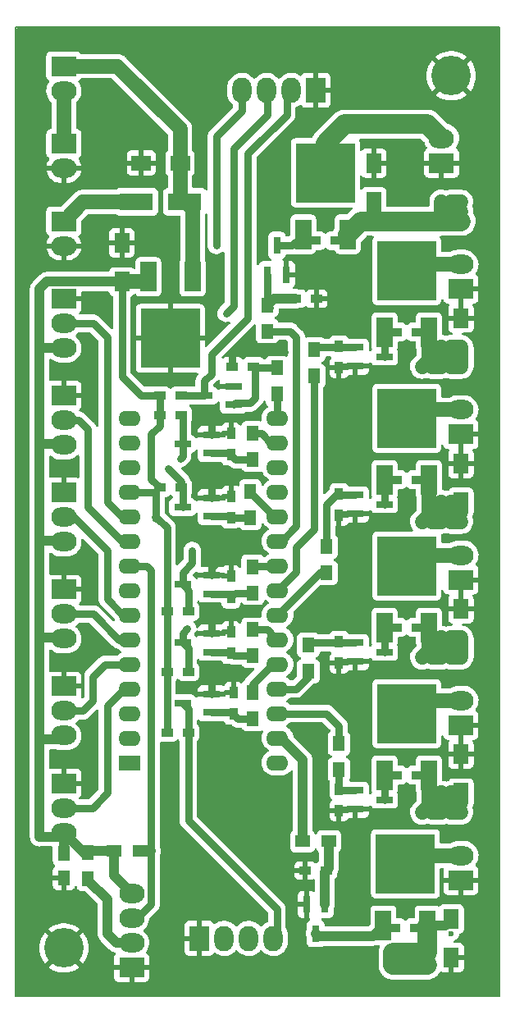
<source format=gtl>
G04 #@! TF.GenerationSoftware,KiCad,Pcbnew,7.0.7*
G04 #@! TF.CreationDate,2024-01-02T20:56:28+01:00*
G04 #@! TF.ProjectId,ventirad,76656e74-6972-4616-942e-6b696361645f,rev?*
G04 #@! TF.SameCoordinates,Original*
G04 #@! TF.FileFunction,Copper,L1,Top*
G04 #@! TF.FilePolarity,Positive*
%FSLAX46Y46*%
G04 Gerber Fmt 4.6, Leading zero omitted, Abs format (unit mm)*
G04 Created by KiCad (PCBNEW 7.0.7) date 2024-01-02 20:56:28*
%MOMM*%
%LPD*%
G01*
G04 APERTURE LIST*
G04 #@! TA.AperFunction,ComponentPad*
%ADD10R,2.286000X1.574800*%
G04 #@! TD*
G04 #@! TA.AperFunction,ComponentPad*
%ADD11O,2.286000X1.574800*%
G04 #@! TD*
G04 #@! TA.AperFunction,ComponentPad*
%ADD12R,2.600000X2.000000*%
G04 #@! TD*
G04 #@! TA.AperFunction,ComponentPad*
%ADD13O,2.600000X2.000000*%
G04 #@! TD*
G04 #@! TA.AperFunction,SMDPad,CuDef*
%ADD14R,2.000000X1.600000*%
G04 #@! TD*
G04 #@! TA.AperFunction,SMDPad,CuDef*
%ADD15R,1.600000X2.000000*%
G04 #@! TD*
G04 #@! TA.AperFunction,SMDPad,CuDef*
%ADD16R,1.250000X1.500000*%
G04 #@! TD*
G04 #@! TA.AperFunction,SMDPad,CuDef*
%ADD17R,0.800100X1.800860*%
G04 #@! TD*
G04 #@! TA.AperFunction,SMDPad,CuDef*
%ADD18R,1.651000X3.048000*%
G04 #@! TD*
G04 #@! TA.AperFunction,SMDPad,CuDef*
%ADD19R,6.096000X6.096000*%
G04 #@! TD*
G04 #@! TA.AperFunction,SMDPad,CuDef*
%ADD20R,1.800860X0.800100*%
G04 #@! TD*
G04 #@! TA.AperFunction,SMDPad,CuDef*
%ADD21R,3.500120X1.800860*%
G04 #@! TD*
G04 #@! TA.AperFunction,SMDPad,CuDef*
%ADD22R,1.300000X1.500000*%
G04 #@! TD*
G04 #@! TA.AperFunction,SMDPad,CuDef*
%ADD23R,0.900000X1.200000*%
G04 #@! TD*
G04 #@! TA.AperFunction,SMDPad,CuDef*
%ADD24R,1.200000X0.900000*%
G04 #@! TD*
G04 #@! TA.AperFunction,SMDPad,CuDef*
%ADD25R,1.500000X1.300000*%
G04 #@! TD*
G04 #@! TA.AperFunction,ComponentPad*
%ADD26R,2.000000X2.600000*%
G04 #@! TD*
G04 #@! TA.AperFunction,ComponentPad*
%ADD27O,2.000000X2.600000*%
G04 #@! TD*
G04 #@! TA.AperFunction,ComponentPad*
%ADD28C,4.064000*%
G04 #@! TD*
G04 #@! TA.AperFunction,ViaPad*
%ADD29C,0.600000*%
G04 #@! TD*
G04 #@! TA.AperFunction,Conductor*
%ADD30C,1.500000*%
G04 #@! TD*
G04 #@! TA.AperFunction,Conductor*
%ADD31C,0.250000*%
G04 #@! TD*
G04 #@! TA.AperFunction,Conductor*
%ADD32C,0.800000*%
G04 #@! TD*
G04 #@! TA.AperFunction,Conductor*
%ADD33C,2.000000*%
G04 #@! TD*
G04 #@! TA.AperFunction,Conductor*
%ADD34C,1.000000*%
G04 #@! TD*
G04 #@! TA.AperFunction,Profile*
%ADD35C,0.150000*%
G04 #@! TD*
G04 APERTURE END LIST*
D10*
X118825000Y-135890000D03*
D11*
X118825000Y-133350000D03*
X118825000Y-130810000D03*
X118825000Y-128270000D03*
X118825000Y-125730000D03*
X118825000Y-123190000D03*
X118825000Y-120650000D03*
X118825000Y-118110000D03*
X118825000Y-115570000D03*
X118825000Y-113030000D03*
X118825000Y-110490000D03*
X118825000Y-107950000D03*
X118825000Y-105410000D03*
X118825000Y-102870000D03*
X118825000Y-100330000D03*
X134065000Y-100330000D03*
X134065000Y-102870000D03*
X134065000Y-105410000D03*
X134065000Y-107950000D03*
X134065000Y-110490000D03*
X134065000Y-113030000D03*
X134065000Y-115570000D03*
X134065000Y-118110000D03*
X134065000Y-120650000D03*
X134065000Y-123190000D03*
X134065000Y-125730000D03*
X134065000Y-128270000D03*
X134065000Y-130810000D03*
X134065000Y-133350000D03*
X134065000Y-135890000D03*
D12*
X112000000Y-64000000D03*
D13*
X112000000Y-66540000D03*
D14*
X124000000Y-74000000D03*
X120000000Y-74000000D03*
D15*
X118000000Y-86250000D03*
X118000000Y-82250000D03*
D16*
X112000000Y-145250000D03*
X112000000Y-147750000D03*
D17*
X138950000Y-150498860D03*
X137050000Y-150498860D03*
X138000000Y-153501140D03*
D18*
X144987000Y-152654000D03*
D19*
X147273000Y-146304000D03*
D18*
X149559000Y-152654000D03*
D20*
X142088860Y-138750000D03*
X142088860Y-140650000D03*
X145091140Y-139700000D03*
D18*
X145114000Y-137160000D03*
D19*
X147400000Y-130810000D03*
D18*
X149686000Y-137160000D03*
D20*
X142088860Y-123510000D03*
X142088860Y-125410000D03*
X145091140Y-124460000D03*
D18*
X145114000Y-121920000D03*
D19*
X147400000Y-115570000D03*
D18*
X149686000Y-121920000D03*
D20*
X142088860Y-108270000D03*
X142088860Y-110170000D03*
X145091140Y-109220000D03*
D18*
X145114000Y-106680000D03*
D19*
X147400000Y-100330000D03*
D18*
X149686000Y-106680000D03*
D20*
X142088860Y-93030000D03*
X142088860Y-94930000D03*
X145091140Y-93980000D03*
D18*
X145114000Y-91440000D03*
D19*
X147400000Y-85090000D03*
D18*
X149686000Y-91440000D03*
D17*
X133050000Y-85501140D03*
X134950000Y-85501140D03*
X134000000Y-82498860D03*
D18*
X136714000Y-81350000D03*
D19*
X139000000Y-75000000D03*
D18*
X141286000Y-81350000D03*
X125286000Y-85750000D03*
D19*
X123000000Y-92100000D03*
D18*
X120714000Y-85750000D03*
D21*
X124499360Y-78000000D03*
X119500640Y-78000000D03*
D12*
X112000000Y-80000000D03*
D13*
X112000000Y-82540000D03*
D12*
X112000000Y-138000000D03*
D13*
X112000000Y-140540000D03*
X112000000Y-143080000D03*
D12*
X112000000Y-128000000D03*
D13*
X112000000Y-130540000D03*
X112000000Y-133080000D03*
D12*
X112000000Y-118000000D03*
D13*
X112000000Y-120540000D03*
X112000000Y-123080000D03*
D12*
X112000000Y-108000000D03*
D13*
X112000000Y-110540000D03*
X112000000Y-113080000D03*
D12*
X112000000Y-98000000D03*
D13*
X112000000Y-100540000D03*
X112000000Y-103080000D03*
D12*
X112000000Y-88000000D03*
D13*
X112000000Y-90540000D03*
X112000000Y-93080000D03*
D12*
X119000000Y-157000000D03*
D13*
X119000000Y-154460000D03*
X119000000Y-151920000D03*
X119000000Y-149380000D03*
D12*
X112000000Y-72000000D03*
D13*
X112000000Y-74540000D03*
D12*
X153000000Y-148000000D03*
D13*
X153000000Y-145460000D03*
D12*
X153000000Y-132000000D03*
D13*
X153000000Y-129460000D03*
D12*
X153000000Y-117000000D03*
D13*
X153000000Y-114460000D03*
D12*
X153000000Y-102000000D03*
D13*
X153000000Y-99460000D03*
D12*
X153000000Y-87000000D03*
D13*
X153000000Y-84460000D03*
D12*
X151000000Y-74000000D03*
D13*
X151000000Y-71460000D03*
D22*
X140415000Y-136605000D03*
X140415000Y-133905000D03*
D23*
X140415000Y-138600000D03*
X140415000Y-140800000D03*
D24*
X148500000Y-137160000D03*
X146300000Y-137160000D03*
D22*
X137240000Y-123745000D03*
X137240000Y-126445000D03*
D23*
X140415000Y-123360000D03*
X140415000Y-125560000D03*
D24*
X148500000Y-121920000D03*
X146300000Y-121920000D03*
D22*
X139145000Y-113585000D03*
X139145000Y-116285000D03*
D23*
X140415000Y-108120000D03*
X140415000Y-110320000D03*
D24*
X148500000Y-106680000D03*
X146300000Y-106680000D03*
D22*
X137875000Y-93265000D03*
X137875000Y-95965000D03*
D23*
X140415000Y-92880000D03*
X140415000Y-95080000D03*
D24*
X148500000Y-91440000D03*
X146300000Y-91440000D03*
D22*
X133000000Y-88650000D03*
X133000000Y-91350000D03*
D24*
X135900000Y-88000000D03*
X138100000Y-88000000D03*
X140100000Y-82000000D03*
X137900000Y-82000000D03*
D22*
X114500000Y-147850000D03*
X114500000Y-145150000D03*
D25*
X119850000Y-145000000D03*
X117150000Y-145000000D03*
X139350000Y-144000000D03*
X136650000Y-144000000D03*
D24*
X139100000Y-147000000D03*
X136900000Y-147000000D03*
X148373000Y-152908000D03*
X146173000Y-152908000D03*
D26*
X126000000Y-154000000D03*
D27*
X128540000Y-154000000D03*
X131080000Y-154000000D03*
X133620000Y-154000000D03*
D26*
X138000000Y-66500000D03*
D27*
X135460000Y-66500000D03*
X132920000Y-66500000D03*
X130380000Y-66500000D03*
D20*
X127251140Y-130700000D03*
X127251140Y-128800000D03*
X124248860Y-129750000D03*
X127251140Y-124450000D03*
X127251140Y-122550000D03*
X124248860Y-123500000D03*
X127251140Y-118450000D03*
X127251140Y-116550000D03*
X124248860Y-117500000D03*
X127251140Y-110450000D03*
X127251140Y-108550000D03*
X124248860Y-109500000D03*
X127251140Y-103950000D03*
X127251140Y-102050000D03*
X124248860Y-103000000D03*
X129501140Y-98950000D03*
X129501140Y-97050000D03*
X126498860Y-98000000D03*
D23*
X129500000Y-130850000D03*
X129500000Y-128650000D03*
X129250000Y-124600000D03*
X129250000Y-122400000D03*
X129250000Y-118850000D03*
X129250000Y-116650000D03*
X129250000Y-110600000D03*
X129250000Y-108400000D03*
X129250000Y-104100000D03*
X129250000Y-101900000D03*
D24*
X131600000Y-95000000D03*
X129400000Y-95000000D03*
D22*
X131500000Y-131350000D03*
X131500000Y-128650000D03*
X131500000Y-124850000D03*
X131500000Y-122150000D03*
X131500000Y-118350000D03*
X131500000Y-115650000D03*
X131250000Y-110600000D03*
X131250000Y-107900000D03*
X131500000Y-104600000D03*
X131500000Y-101900000D03*
X134000000Y-95150000D03*
X134000000Y-97850000D03*
D24*
X122650000Y-132750000D03*
X124850000Y-132750000D03*
X122650000Y-126500000D03*
X124850000Y-126500000D03*
X122650000Y-120250000D03*
X124850000Y-120250000D03*
X121900000Y-107500000D03*
X124100000Y-107500000D03*
X121900000Y-100000000D03*
X124100000Y-100000000D03*
X121900000Y-98000000D03*
X124100000Y-98000000D03*
D28*
X152000000Y-65000000D03*
X112000000Y-155000000D03*
D15*
X144000000Y-74000000D03*
X144000000Y-78000000D03*
X153000000Y-135000000D03*
X153000000Y-139000000D03*
X153000000Y-120000000D03*
X153000000Y-124000000D03*
X153000000Y-90000000D03*
X153000000Y-94000000D03*
X153000000Y-105000000D03*
X153000000Y-109000000D03*
X152000000Y-156000000D03*
X152000000Y-152000000D03*
D29*
X141000000Y-149000000D03*
X141000000Y-148000000D03*
X141000000Y-147000000D03*
X142000000Y-147000000D03*
X143000000Y-147000000D03*
X143000000Y-148000000D03*
X143000000Y-149000000D03*
X139500000Y-102000000D03*
X139500000Y-100500000D03*
X139500000Y-99000000D03*
X139500000Y-97500000D03*
X141000000Y-97500000D03*
X142500000Y-97500000D03*
X142500000Y-137000000D03*
X142500000Y-134000000D03*
X142500000Y-133000000D03*
X142500000Y-132000000D03*
X141500000Y-121500000D03*
X140000000Y-121500000D03*
X140000000Y-120000000D03*
X140000000Y-118500000D03*
X141000000Y-117000000D03*
X142500000Y-117000000D03*
X139500000Y-90500000D03*
X139500000Y-89000000D03*
X139500000Y-87500000D03*
X139500000Y-86000000D03*
X141000000Y-86000000D03*
X142500000Y-86000000D03*
X126000000Y-107250000D03*
X126000000Y-106000000D03*
X127250000Y-106000000D03*
X127250000Y-107250000D03*
X126000000Y-100750000D03*
X126000000Y-99500000D03*
X127250000Y-99500000D03*
X127250000Y-100750000D03*
X134750000Y-93500000D03*
X133500000Y-93500000D03*
X132250000Y-93500000D03*
X131000000Y-93500000D03*
X129750000Y-93500000D03*
X128500000Y-126500000D03*
X127250000Y-126500000D03*
X127250000Y-127500000D03*
X128000000Y-115000000D03*
X128000000Y-113750000D03*
X126750000Y-113750000D03*
X128250000Y-120500000D03*
X127250000Y-120500000D03*
X127250000Y-121500000D03*
X125250000Y-114000000D03*
X124750000Y-122000000D03*
X124000000Y-104500000D03*
X128750000Y-89500000D03*
X127750000Y-82500000D03*
X122750000Y-105500000D03*
X149500000Y-153450001D03*
X152000000Y-152000000D03*
X152000000Y-153500000D03*
X146000000Y-156750000D03*
X148000000Y-156750000D03*
X149500000Y-156750000D03*
X149500000Y-155500000D03*
X148000000Y-155500000D03*
X146000000Y-155500000D03*
X153000000Y-93000000D03*
X152000000Y-93000000D03*
X151000000Y-93000000D03*
X151000000Y-94000000D03*
X152000000Y-94000000D03*
X153000000Y-94000000D03*
X153000000Y-95000000D03*
X152000000Y-95000000D03*
X151000000Y-95000000D03*
X150000000Y-95000000D03*
X149000000Y-95000000D03*
X153000000Y-78000000D03*
X152000000Y-78000000D03*
X151000000Y-78000000D03*
X151000000Y-79000000D03*
X152000000Y-79000000D03*
X153000000Y-79000000D03*
X153000000Y-80000000D03*
X152000000Y-80000000D03*
X151000000Y-80000000D03*
X150000000Y-80000000D03*
X153000000Y-139000000D03*
X152000000Y-139000000D03*
X151000000Y-139000000D03*
X151000000Y-140000000D03*
X152000000Y-140000000D03*
X153000000Y-140000000D03*
X153000000Y-141000000D03*
X152000000Y-141000000D03*
X151000000Y-141000000D03*
X150000000Y-141000000D03*
X149000000Y-141000000D03*
X153000000Y-123000000D03*
X152000000Y-123000000D03*
X151000000Y-123000000D03*
X151000000Y-124000000D03*
X152000000Y-124000000D03*
X153000000Y-124000000D03*
X153000000Y-125000000D03*
X152000000Y-125000000D03*
X151000000Y-125000000D03*
X150000000Y-125000000D03*
X153000000Y-109000000D03*
X152000000Y-109000000D03*
X151000000Y-109000000D03*
X151000000Y-110000000D03*
X152000000Y-110000000D03*
X153000000Y-110000000D03*
X153000000Y-111000000D03*
X152000000Y-111000000D03*
X151000000Y-111000000D03*
X150000000Y-111000000D03*
X149000000Y-111000000D03*
X149000000Y-125000000D03*
D30*
X112000000Y-64000000D02*
X117500000Y-64000000D01*
X124000000Y-70500000D02*
X124000000Y-74000000D01*
X117500000Y-64000000D02*
X124000000Y-70500000D01*
X124000000Y-74000000D02*
X124000000Y-77500640D01*
X124000000Y-77500640D02*
X124499360Y-78000000D01*
X124000000Y-77500640D02*
X124499360Y-78000000D01*
X125286000Y-85750000D02*
X125286000Y-78786640D01*
X125286000Y-78786640D02*
X124000000Y-77500640D01*
D31*
X141000000Y-147000000D02*
X141000000Y-148000000D01*
X143000000Y-147000000D02*
X142000000Y-147000000D01*
X143000000Y-149000000D02*
X143000000Y-148000000D01*
X139500000Y-100500000D02*
X139500000Y-102000000D01*
X139500000Y-97500000D02*
X139500000Y-99000000D01*
X142500000Y-97500000D02*
X141000000Y-97500000D01*
X142500000Y-134000000D02*
X142500000Y-137000000D01*
X142500000Y-132000000D02*
X142500000Y-133000000D01*
X140000000Y-121500000D02*
X141500000Y-121500000D01*
X140000000Y-118500000D02*
X140000000Y-120000000D01*
X142500000Y-117000000D02*
X141000000Y-117000000D01*
X139500000Y-89000000D02*
X139500000Y-90500000D01*
X139500000Y-86000000D02*
X139500000Y-87500000D01*
X142500000Y-86000000D02*
X141000000Y-86000000D01*
D32*
X127251140Y-108550000D02*
X127251140Y-107251140D01*
X127250000Y-106000000D02*
X126000000Y-106000000D01*
X127251140Y-107251140D02*
X127250000Y-107250000D01*
X127251140Y-102050000D02*
X127251140Y-100751140D01*
X127250000Y-99500000D02*
X126000000Y-99500000D01*
X127251140Y-100751140D02*
X127250000Y-100750000D01*
X129400000Y-95000000D02*
X129400000Y-93850000D01*
X133500000Y-93500000D02*
X134750000Y-93500000D01*
X131000000Y-93500000D02*
X132250000Y-93500000D01*
X129400000Y-93850000D02*
X129750000Y-93500000D01*
X127251140Y-128800000D02*
X127251140Y-127501140D01*
X127250000Y-126500000D02*
X128500000Y-126500000D01*
X127251140Y-127501140D02*
X127250000Y-127500000D01*
X127251140Y-122550000D02*
X127251140Y-121501140D01*
X127251140Y-115748860D02*
X127251140Y-116550000D01*
X128000000Y-115000000D02*
X127251140Y-115748860D01*
X126750000Y-113750000D02*
X128000000Y-113750000D01*
X127250000Y-120500000D02*
X128250000Y-120500000D01*
X127251140Y-121501140D02*
X127250000Y-121500000D01*
D30*
X153000000Y-145460000D02*
X148117000Y-145460000D01*
X148117000Y-145460000D02*
X147273000Y-146304000D01*
X147527000Y-146050000D02*
X147273000Y-146304000D01*
X147527000Y-146050000D02*
X147273000Y-146304000D01*
X153000000Y-129460000D02*
X148750000Y-129460000D01*
X148750000Y-129460000D02*
X147400000Y-130810000D01*
X147750000Y-130460000D02*
X147400000Y-130810000D01*
X153000000Y-114460000D02*
X148510000Y-114460000D01*
X148510000Y-114460000D02*
X147400000Y-115570000D01*
X153000000Y-99460000D02*
X148270000Y-99460000D01*
X148270000Y-99460000D02*
X147400000Y-100330000D01*
X153000000Y-84460000D02*
X148030000Y-84460000D01*
X148030000Y-84460000D02*
X147400000Y-85090000D01*
D33*
X139000000Y-75000000D02*
X139000000Y-72000000D01*
X139000000Y-72000000D02*
X141000000Y-70000000D01*
X141000000Y-70000000D02*
X149540000Y-70000000D01*
X149540000Y-70000000D02*
X151000000Y-71460000D01*
D30*
X119500640Y-78000000D02*
X114000000Y-78000000D01*
X114000000Y-78000000D02*
X112000000Y-80000000D01*
D34*
X117150000Y-145000000D02*
X117150000Y-147530000D01*
X117150000Y-147530000D02*
X119000000Y-149380000D01*
X112000000Y-143080000D02*
X112000000Y-145250000D01*
X117150000Y-145000000D02*
X114650000Y-145000000D01*
X114650000Y-145000000D02*
X114400000Y-145250000D01*
X114400000Y-145250000D02*
X114170000Y-145250000D01*
X114170000Y-145250000D02*
X112000000Y-143080000D01*
D32*
X121500000Y-110650000D02*
X121650000Y-110650000D01*
X122650000Y-111650000D02*
X122650000Y-120250000D01*
X121650000Y-110650000D02*
X122650000Y-111650000D01*
D34*
X109500000Y-143500000D02*
X111580000Y-143500000D01*
X111580000Y-143500000D02*
X112000000Y-143080000D01*
X109500000Y-133500000D02*
X111580000Y-133500000D01*
X111580000Y-133500000D02*
X112000000Y-133080000D01*
X109500000Y-123000000D02*
X111920000Y-123000000D01*
X111920000Y-123000000D02*
X112000000Y-123080000D01*
X109500000Y-113000000D02*
X111920000Y-113000000D01*
X111920000Y-113000000D02*
X112000000Y-113080000D01*
X109500000Y-103000000D02*
X111920000Y-103000000D01*
X111920000Y-103000000D02*
X112000000Y-103080000D01*
X112000000Y-93080000D02*
X109500000Y-93080000D01*
X109500000Y-93080000D02*
X109500000Y-93000000D01*
X118000000Y-86250000D02*
X110250000Y-86250000D01*
X109500000Y-87000000D02*
X109500000Y-93000000D01*
X109500000Y-93000000D02*
X109500000Y-103000000D01*
X109500000Y-103000000D02*
X109500000Y-113000000D01*
X109500000Y-113000000D02*
X109500000Y-123000000D01*
X109500000Y-123000000D02*
X109500000Y-133500000D01*
X109500000Y-133500000D02*
X109500000Y-143500000D01*
X110250000Y-86250000D02*
X109500000Y-87000000D01*
D32*
X121900000Y-98000000D02*
X120000000Y-98000000D01*
X118000000Y-96000000D02*
X118000000Y-86250000D01*
X120000000Y-98000000D02*
X118000000Y-96000000D01*
D30*
X118000000Y-86250000D02*
X120214000Y-86250000D01*
X120214000Y-86250000D02*
X120714000Y-85750000D01*
D32*
X121900000Y-98000000D02*
X121900000Y-100000000D01*
X121900000Y-100000000D02*
X121900000Y-99900000D01*
X121900000Y-100000000D02*
X121900000Y-101100000D01*
X121000000Y-106600000D02*
X121900000Y-107500000D01*
X121000000Y-102000000D02*
X121000000Y-106600000D01*
X121900000Y-101100000D02*
X121000000Y-102000000D01*
X121500000Y-110650000D02*
X121500000Y-107900000D01*
X121500000Y-107900000D02*
X121450000Y-107950000D01*
X121450000Y-107950000D02*
X118825000Y-107950000D01*
X122650000Y-132750000D02*
X122650000Y-126500000D01*
X122650000Y-126500000D02*
X122650000Y-120250000D01*
X122650000Y-120250000D02*
X122500000Y-120100000D01*
X121385000Y-110535000D02*
X121500000Y-110650000D01*
D34*
X121000000Y-145000000D02*
X119850000Y-145000000D01*
D32*
X121000000Y-150500000D02*
X119580000Y-151920000D01*
X119580000Y-151920000D02*
X119000000Y-151920000D01*
X119000000Y-151920000D02*
X119580000Y-151920000D01*
X119580000Y-151920000D02*
X121000000Y-150500000D01*
X121000000Y-150500000D02*
X121000000Y-145000000D01*
X121000000Y-145000000D02*
X121000000Y-116000000D01*
X121000000Y-116000000D02*
X120570000Y-115570000D01*
X120570000Y-115570000D02*
X118825000Y-115570000D01*
D34*
X138950000Y-150498860D02*
X138950000Y-147150000D01*
X138950000Y-147150000D02*
X139350000Y-146750000D01*
X139350000Y-146750000D02*
X139350000Y-144000000D01*
D32*
X142088860Y-138750000D02*
X140415000Y-138750000D01*
X140415000Y-136505000D02*
X140415000Y-138750000D01*
X142088860Y-123510000D02*
X140415000Y-123510000D01*
X140415000Y-123510000D02*
X137575000Y-123510000D01*
X137575000Y-123510000D02*
X137240000Y-123845000D01*
X139145000Y-113685000D02*
X139145000Y-109220000D01*
X139145000Y-109220000D02*
X140095000Y-108270000D01*
X140095000Y-108270000D02*
X140415000Y-108270000D01*
X142088860Y-108270000D02*
X140415000Y-108270000D01*
X142088860Y-93030000D02*
X140415000Y-93030000D01*
X140415000Y-93030000D02*
X138210000Y-93030000D01*
X138210000Y-93030000D02*
X137875000Y-93365000D01*
X145091140Y-93980000D02*
X145091140Y-91462860D01*
X145091140Y-91462860D02*
X145114000Y-91440000D01*
X146450000Y-91440000D02*
X145114000Y-91440000D01*
D34*
X135900000Y-88000000D02*
X133650000Y-88000000D01*
X133650000Y-88000000D02*
X133000000Y-88650000D01*
D32*
X133250000Y-88900000D02*
X133000000Y-88650000D01*
X133000000Y-88650000D02*
X133000000Y-85551140D01*
X133000000Y-85551140D02*
X133050000Y-85501140D01*
D34*
X134065000Y-133350000D02*
X134420600Y-133350000D01*
X134420600Y-133350000D02*
X136650000Y-135579400D01*
X136650000Y-135579400D02*
X136650000Y-142350000D01*
X136650000Y-142350000D02*
X136650000Y-144000000D01*
D32*
X134065000Y-130810000D02*
X139145000Y-130810000D01*
X140415000Y-132080000D02*
X140415000Y-134005000D01*
X139145000Y-130810000D02*
X140415000Y-132080000D01*
X137240000Y-126345000D02*
X137240000Y-127000000D01*
X137240000Y-127000000D02*
X135970000Y-128270000D01*
X135970000Y-128270000D02*
X134065000Y-128270000D01*
X139145000Y-116185000D02*
X138530000Y-116185000D01*
X138530000Y-116185000D02*
X134065000Y-120650000D01*
X137875000Y-95865000D02*
X137875000Y-111760000D01*
X135970000Y-116205000D02*
X134065000Y-118110000D01*
X135970000Y-113665000D02*
X135970000Y-116205000D01*
X137875000Y-111760000D02*
X135970000Y-113665000D01*
X134065000Y-118110000D02*
X134446000Y-118110000D01*
X133000000Y-91350000D02*
X135350000Y-91350000D01*
X135350000Y-91350000D02*
X136008000Y-92008000D01*
X136008000Y-92008000D02*
X136008000Y-111442600D01*
X136008000Y-111442600D02*
X134420600Y-113030000D01*
X134420600Y-113030000D02*
X134065000Y-113030000D01*
D34*
X144987000Y-152654000D02*
X143891000Y-153750000D01*
X143891000Y-153750000D02*
X138248860Y-153750000D01*
X138248860Y-153750000D02*
X138000000Y-153501140D01*
D32*
X146323000Y-152908000D02*
X145241000Y-152908000D01*
X145241000Y-152908000D02*
X144987000Y-152654000D01*
X144710140Y-152930860D02*
X144987000Y-152654000D01*
X146450000Y-137160000D02*
X145114000Y-137160000D01*
X145091140Y-139700000D02*
X145091140Y-137182860D01*
X145091140Y-137182860D02*
X145114000Y-137160000D01*
X146450000Y-121920000D02*
X145114000Y-121920000D01*
X145091140Y-124460000D02*
X145091140Y-121942860D01*
X145091140Y-121942860D02*
X145114000Y-121920000D01*
X145091140Y-109220000D02*
X145091140Y-106702860D01*
X145091140Y-106702860D02*
X145114000Y-106680000D01*
X146450000Y-106680000D02*
X145114000Y-106680000D01*
X134000000Y-82498860D02*
X135565140Y-82498860D01*
X135565140Y-82498860D02*
X136714000Y-81350000D01*
X137900000Y-82000000D02*
X137364000Y-82000000D01*
X137364000Y-82000000D02*
X136714000Y-81350000D01*
X124248860Y-117500000D02*
X124248860Y-116251140D01*
X125250000Y-115250000D02*
X125250000Y-114000000D01*
X124248860Y-116251140D02*
X125250000Y-115250000D01*
X124850000Y-120250000D02*
X124850000Y-118101140D01*
X124850000Y-118101140D02*
X124248860Y-117500000D01*
X124248860Y-122501140D02*
X124248860Y-123500000D01*
X124750000Y-122000000D02*
X124248860Y-122501140D01*
X124850000Y-126500000D02*
X124850000Y-124101140D01*
X124850000Y-124101140D02*
X124248860Y-123500000D01*
X133620000Y-154000000D02*
X134000000Y-153620000D01*
X134000000Y-153620000D02*
X134000000Y-151000000D01*
X134000000Y-151000000D02*
X124850000Y-141850000D01*
X124850000Y-141850000D02*
X124850000Y-135350000D01*
X124850000Y-135350000D02*
X124850000Y-132750000D01*
X124850000Y-132750000D02*
X124850000Y-130351140D01*
X124850000Y-130351140D02*
X124248860Y-129750000D01*
X126498860Y-98000000D02*
X126498860Y-96501140D01*
X126498860Y-96501140D02*
X127250000Y-95750000D01*
X135000000Y-66960000D02*
X135460000Y-66500000D01*
X127250000Y-95750000D02*
X127250000Y-93750000D01*
X131000000Y-90000000D02*
X131000000Y-73000000D01*
X127250000Y-93750000D02*
X131000000Y-90000000D01*
X131000000Y-73000000D02*
X135000000Y-69000000D01*
X135000000Y-69000000D02*
X135000000Y-66960000D01*
X126498860Y-98000000D02*
X124100000Y-98000000D01*
X132920000Y-66500000D02*
X133000000Y-66580000D01*
X133000000Y-66580000D02*
X133000000Y-69000000D01*
X133000000Y-69000000D02*
X129500000Y-72500000D01*
X129500000Y-72500000D02*
X129500000Y-88750000D01*
X129500000Y-88750000D02*
X128750000Y-89500000D01*
X124248860Y-104251140D02*
X124248860Y-103000000D01*
X124000000Y-104500000D02*
X124248860Y-104251140D01*
X124248860Y-103000000D02*
X124248860Y-100148860D01*
X124248860Y-100148860D02*
X124100000Y-100000000D01*
X127750000Y-82500000D02*
X127750000Y-71250000D01*
X127750000Y-71250000D02*
X130380000Y-68620000D01*
X130380000Y-68620000D02*
X130380000Y-66500000D01*
X124100000Y-107500000D02*
X124100000Y-106850000D01*
X124100000Y-106850000D02*
X122750000Y-105500000D01*
X124248860Y-109500000D02*
X124248860Y-107648860D01*
X124248860Y-107648860D02*
X124100000Y-107500000D01*
X131500000Y-131350000D02*
X130000000Y-131350000D01*
X130000000Y-131350000D02*
X129350000Y-130700000D01*
X129350000Y-130700000D02*
X127251140Y-130700000D01*
X131500000Y-124850000D02*
X129500000Y-124850000D01*
X129500000Y-124850000D02*
X129100000Y-124450000D01*
X129100000Y-124450000D02*
X127251140Y-124450000D01*
X131500000Y-118350000D02*
X129750000Y-118350000D01*
X129750000Y-118350000D02*
X129650000Y-118450000D01*
X129650000Y-118450000D02*
X127251140Y-118450000D01*
X131250000Y-110600000D02*
X129250000Y-110600000D01*
X129250000Y-110600000D02*
X129100000Y-110450000D01*
X129100000Y-110450000D02*
X127251140Y-110450000D01*
X131500000Y-104600000D02*
X129750000Y-104600000D01*
X129750000Y-104600000D02*
X129100000Y-103950000D01*
X129100000Y-103950000D02*
X127251140Y-103950000D01*
X134000000Y-95150000D02*
X131750000Y-95150000D01*
X131750000Y-95150000D02*
X131750000Y-98250000D01*
X131750000Y-98250000D02*
X131250000Y-98750000D01*
X131250000Y-98750000D02*
X129701140Y-98750000D01*
X129701140Y-98750000D02*
X129501140Y-98950000D01*
X134065000Y-125730000D02*
X133520000Y-125730000D01*
X133520000Y-125730000D02*
X131500000Y-127750000D01*
X131500000Y-127750000D02*
X131500000Y-128650000D01*
X134065000Y-125730000D02*
X133770000Y-125730000D01*
X131500000Y-122150000D02*
X133025000Y-122150000D01*
X133025000Y-122150000D02*
X134065000Y-123190000D01*
X134065000Y-115570000D02*
X131580000Y-115570000D01*
X131580000Y-115570000D02*
X131500000Y-115650000D01*
X134065000Y-110490000D02*
X133740000Y-110490000D01*
X133740000Y-110490000D02*
X131250000Y-108000000D01*
X131250000Y-108000000D02*
X131250000Y-107900000D01*
X131500000Y-101900000D02*
X132400000Y-101900000D01*
X132400000Y-101900000D02*
X133370000Y-102870000D01*
X133370000Y-102870000D02*
X134065000Y-102870000D01*
X134000000Y-97850000D02*
X134000000Y-100265000D01*
X134000000Y-100265000D02*
X134065000Y-100330000D01*
X134065000Y-97915000D02*
X134000000Y-97850000D01*
D33*
X148000000Y-156750000D02*
X149500000Y-156750000D01*
X146000000Y-156750000D02*
X148000000Y-156750000D01*
X146000000Y-155500000D02*
X146000000Y-156750000D01*
X149500000Y-155500000D02*
X146000000Y-155500000D01*
X149559000Y-155441000D02*
X149559000Y-152654000D01*
X149500000Y-155500000D02*
X149559000Y-155441000D01*
D34*
X149559000Y-152654000D02*
X151346000Y-152654000D01*
X151346000Y-152654000D02*
X152000000Y-152000000D01*
D32*
X144000000Y-78000000D02*
X144000000Y-80000000D01*
X140100000Y-82000000D02*
X140636000Y-82000000D01*
X140636000Y-82000000D02*
X141286000Y-81350000D01*
D33*
X141286000Y-81350000D02*
X142636000Y-80000000D01*
X142636000Y-80000000D02*
X144000000Y-80000000D01*
X144000000Y-80000000D02*
X153000000Y-80000000D01*
D30*
X152000000Y-93000000D02*
X153000000Y-93000000D01*
X151000000Y-94000000D02*
X151000000Y-93000000D01*
X153000000Y-94000000D02*
X152000000Y-94000000D01*
X152000000Y-95000000D02*
X153000000Y-95000000D01*
X150000000Y-95000000D02*
X151000000Y-95000000D01*
X152000000Y-78000000D02*
X153000000Y-78000000D01*
X151000000Y-79000000D02*
X151000000Y-78000000D01*
X153000000Y-79000000D02*
X152000000Y-79000000D01*
X152000000Y-80000000D02*
X153000000Y-80000000D01*
X150000000Y-80000000D02*
X151000000Y-80000000D01*
X112000000Y-66540000D02*
X112000000Y-72000000D01*
X152000000Y-139000000D02*
X153000000Y-139000000D01*
X151000000Y-140000000D02*
X151000000Y-139000000D01*
X153000000Y-140000000D02*
X152000000Y-140000000D01*
X152000000Y-141000000D02*
X153000000Y-141000000D01*
X150000000Y-141000000D02*
X151000000Y-141000000D01*
X149686000Y-137160000D02*
X149686000Y-140314000D01*
X149686000Y-140314000D02*
X149000000Y-141000000D01*
X152000000Y-123000000D02*
X153000000Y-123000000D01*
X151000000Y-124000000D02*
X151000000Y-123000000D01*
X153000000Y-124000000D02*
X152000000Y-124000000D01*
X152000000Y-125000000D02*
X153000000Y-125000000D01*
X150000000Y-125000000D02*
X151000000Y-125000000D01*
X152000000Y-109000000D02*
X153000000Y-109000000D01*
X151000000Y-110000000D02*
X151000000Y-109000000D01*
X153000000Y-110000000D02*
X152000000Y-110000000D01*
X152000000Y-111000000D02*
X153000000Y-111000000D01*
X150000000Y-111000000D02*
X151000000Y-111000000D01*
X149686000Y-106680000D02*
X149686000Y-110314000D01*
X149686000Y-110314000D02*
X149000000Y-111000000D01*
X149686000Y-121920000D02*
X149686000Y-124314000D01*
X149686000Y-124314000D02*
X149000000Y-125000000D01*
X149686000Y-91440000D02*
X149686000Y-94314000D01*
X149686000Y-94314000D02*
X149000000Y-95000000D01*
D32*
X148223000Y-152908000D02*
X149305000Y-152908000D01*
X149305000Y-152908000D02*
X149559000Y-152654000D01*
X148350000Y-137160000D02*
X149686000Y-137160000D01*
X148350000Y-121920000D02*
X149686000Y-121920000D01*
X148350000Y-106680000D02*
X149686000Y-106680000D01*
X148350000Y-91440000D02*
X149686000Y-91440000D01*
X118825000Y-128270000D02*
X118230000Y-128270000D01*
X118230000Y-128270000D02*
X116500000Y-130000000D01*
X114960000Y-140540000D02*
X112000000Y-140540000D01*
X116500000Y-139000000D02*
X114960000Y-140540000D01*
X116500000Y-130000000D02*
X116500000Y-139000000D01*
X118825000Y-125730000D02*
X116270000Y-125730000D01*
X113960000Y-130540000D02*
X112000000Y-130540000D01*
X115000000Y-129500000D02*
X113960000Y-130540000D01*
X115000000Y-127000000D02*
X115000000Y-129500000D01*
X116270000Y-125730000D02*
X115000000Y-127000000D01*
X118825000Y-123190000D02*
X117690000Y-123190000D01*
X117690000Y-123190000D02*
X115040000Y-120540000D01*
X115040000Y-120540000D02*
X112000000Y-120540000D01*
X118715000Y-123080000D02*
X118825000Y-123190000D01*
X118825000Y-120650000D02*
X118150000Y-120650000D01*
X118150000Y-120650000D02*
X116500000Y-119000000D01*
X116500000Y-119000000D02*
X116500000Y-114000000D01*
X116500000Y-114000000D02*
X113040000Y-110540000D01*
X113040000Y-110540000D02*
X112000000Y-110540000D01*
X118825000Y-113030000D02*
X118030000Y-113030000D01*
X118030000Y-113030000D02*
X114500000Y-109500000D01*
X113540000Y-100540000D02*
X112000000Y-100540000D01*
X114500000Y-101500000D02*
X113540000Y-100540000D01*
X114500000Y-109500000D02*
X114500000Y-101500000D01*
X118795000Y-113000000D02*
X118825000Y-113030000D01*
X118190000Y-113030000D02*
X118825000Y-113030000D01*
X118825000Y-110490000D02*
X117990000Y-110490000D01*
X117990000Y-110490000D02*
X116500000Y-109000000D01*
X115040000Y-90540000D02*
X112000000Y-90540000D01*
X116500000Y-92000000D02*
X115040000Y-90540000D01*
X116500000Y-109000000D02*
X116500000Y-92000000D01*
X118825000Y-110490000D02*
X118190000Y-110490000D01*
D34*
X114500000Y-147850000D02*
X114500000Y-148000000D01*
X114500000Y-148000000D02*
X116500000Y-150000000D01*
X116500000Y-150000000D02*
X116500000Y-153500000D01*
X116500000Y-153500000D02*
X117460000Y-154460000D01*
X117460000Y-154460000D02*
X119000000Y-154460000D01*
D32*
X117960000Y-154460000D02*
X119000000Y-154460000D01*
G04 #@! TA.AperFunction,Conductor*
G36*
X115509533Y-130379446D02*
G01*
X115566368Y-130421993D01*
X115591179Y-130488513D01*
X115591500Y-130497502D01*
X115591500Y-138571497D01*
X115571498Y-138639618D01*
X115554595Y-138660592D01*
X114620592Y-139594595D01*
X114558280Y-139628621D01*
X114531497Y-139631500D01*
X113682672Y-139631500D01*
X113614551Y-139611498D01*
X113568058Y-139557842D01*
X113557954Y-139487568D01*
X113587448Y-139422988D01*
X113607163Y-139404632D01*
X113662904Y-139362904D01*
X113750444Y-139245965D01*
X113750444Y-139245964D01*
X113801494Y-139109093D01*
X113807999Y-139048597D01*
X113808000Y-139048585D01*
X113808000Y-138254000D01*
X112715413Y-138254000D01*
X112647292Y-138233998D01*
X112600799Y-138180342D01*
X112590491Y-138111554D01*
X112605177Y-138000001D01*
X112605177Y-137999998D01*
X112590491Y-137888446D01*
X112601430Y-137818297D01*
X112648559Y-137765199D01*
X112715413Y-137746000D01*
X113808000Y-137746000D01*
X113808000Y-136951414D01*
X113807999Y-136951402D01*
X113801494Y-136890906D01*
X113750444Y-136754035D01*
X113750444Y-136754034D01*
X113662904Y-136637095D01*
X113545965Y-136549555D01*
X113409093Y-136498505D01*
X113348597Y-136492000D01*
X112254000Y-136492000D01*
X112254000Y-137284587D01*
X112233998Y-137352708D01*
X112180342Y-137399201D01*
X112111555Y-137409509D01*
X112039327Y-137400000D01*
X112039323Y-137400000D01*
X111960677Y-137400000D01*
X111960672Y-137400000D01*
X111888445Y-137409509D01*
X111818296Y-137398569D01*
X111765198Y-137351441D01*
X111746000Y-137284587D01*
X111746000Y-136492000D01*
X110651415Y-136492000D01*
X110651388Y-136492001D01*
X110647957Y-136492370D01*
X110578090Y-136479758D01*
X110526132Y-136431375D01*
X110508500Y-136367091D01*
X110508500Y-134634500D01*
X110528502Y-134566379D01*
X110582158Y-134519886D01*
X110634500Y-134508500D01*
X111194737Y-134508500D01*
X111234637Y-134514985D01*
X111337813Y-134549430D01*
X111337815Y-134549431D01*
X111473719Y-134571516D01*
X111578221Y-134588500D01*
X111578225Y-134588500D01*
X112360801Y-134588500D01*
X112441672Y-134581971D01*
X112542768Y-134573810D01*
X112779248Y-134515523D01*
X112779249Y-134515522D01*
X112779251Y-134515522D01*
X112834396Y-134492026D01*
X113003316Y-134420056D01*
X113209168Y-134289883D01*
X113209175Y-134289877D01*
X113209176Y-134289877D01*
X113391468Y-134128380D01*
X113391474Y-134128375D01*
X113545510Y-133939714D01*
X113667289Y-133728787D01*
X113753656Y-133501057D01*
X113802374Y-133262421D01*
X113812181Y-133019061D01*
X113782823Y-132777280D01*
X113735469Y-132613793D01*
X113715063Y-132543344D01*
X113715059Y-132543333D01*
X113610651Y-132323298D01*
X113586625Y-132288491D01*
X113472293Y-132122852D01*
X113303575Y-131947198D01*
X113255356Y-131910964D01*
X113212916Y-131854052D01*
X113207981Y-131783227D01*
X113242120Y-131720977D01*
X113247463Y-131715956D01*
X113391474Y-131588375D01*
X113445634Y-131522040D01*
X113467866Y-131494812D01*
X113526442Y-131454695D01*
X113565466Y-131448500D01*
X113878583Y-131448500D01*
X113898293Y-131450050D01*
X113912190Y-131452252D01*
X113982153Y-131448585D01*
X113985424Y-131448500D01*
X114007608Y-131448500D01*
X114007610Y-131448500D01*
X114029697Y-131446178D01*
X114032930Y-131445924D01*
X114078800Y-131443520D01*
X114102894Y-131442258D01*
X114102897Y-131442257D01*
X114102903Y-131442257D01*
X114116489Y-131438616D01*
X114135938Y-131435012D01*
X114149928Y-131433542D01*
X114216555Y-131411892D01*
X114219691Y-131410963D01*
X114287370Y-131392829D01*
X114299906Y-131386441D01*
X114318165Y-131378877D01*
X114331556Y-131374527D01*
X114392242Y-131339488D01*
X114395080Y-131337947D01*
X114457530Y-131306129D01*
X114468470Y-131297269D01*
X114484757Y-131286075D01*
X114496944Y-131279040D01*
X114548994Y-131232174D01*
X114551504Y-131230030D01*
X114568741Y-131216072D01*
X114584448Y-131200363D01*
X114586805Y-131198127D01*
X114638866Y-131151253D01*
X114647137Y-131139867D01*
X114659965Y-131124846D01*
X115376407Y-130408404D01*
X115438717Y-130374381D01*
X115509533Y-130379446D01*
G37*
G04 #@! TD.AperFunction*
G04 #@! TA.AperFunction,Conductor*
G36*
X114679618Y-121468502D02*
G01*
X114700592Y-121485405D01*
X116990020Y-123774833D01*
X117002859Y-123789864D01*
X117005841Y-123793968D01*
X117011134Y-123801253D01*
X117063203Y-123848136D01*
X117065558Y-123850371D01*
X117080343Y-123865156D01*
X117081262Y-123866075D01*
X117098492Y-123880028D01*
X117100998Y-123882169D01*
X117153056Y-123929040D01*
X117165242Y-123936076D01*
X117181526Y-123947267D01*
X117192470Y-123956129D01*
X117254911Y-123987944D01*
X117257778Y-123989502D01*
X117318444Y-124024527D01*
X117331823Y-124028873D01*
X117350084Y-124036437D01*
X117362630Y-124042830D01*
X117362632Y-124042830D01*
X117362633Y-124042831D01*
X117430288Y-124060958D01*
X117433446Y-124061893D01*
X117500072Y-124083542D01*
X117500082Y-124083543D01*
X117501895Y-124083929D01*
X117502851Y-124084445D01*
X117506353Y-124085583D01*
X117506145Y-124086223D01*
X117564372Y-124117652D01*
X117564804Y-124118083D01*
X117633230Y-124186509D01*
X117818975Y-124316569D01*
X117856369Y-124334006D01*
X117881671Y-124345805D01*
X117934956Y-124392723D01*
X117954417Y-124461000D01*
X117933875Y-124528960D01*
X117881671Y-124574195D01*
X117818974Y-124603431D01*
X117633233Y-124733488D01*
X117633227Y-124733493D01*
X117582126Y-124784595D01*
X117519814Y-124818621D01*
X117493031Y-124821500D01*
X116351416Y-124821500D01*
X116331705Y-124819949D01*
X116317804Y-124817747D01*
X116273646Y-124820062D01*
X116247845Y-124821414D01*
X116244575Y-124821500D01*
X116222390Y-124821500D01*
X116222384Y-124821500D01*
X116222375Y-124821501D01*
X116203616Y-124823472D01*
X116200325Y-124823818D01*
X116197044Y-124824076D01*
X116127099Y-124827742D01*
X116113503Y-124831385D01*
X116094070Y-124834986D01*
X116080071Y-124836457D01*
X116029220Y-124852980D01*
X116013434Y-124858109D01*
X116010293Y-124859039D01*
X116002720Y-124861069D01*
X115942635Y-124877168D01*
X115942626Y-124877172D01*
X115930090Y-124883559D01*
X115911840Y-124891119D01*
X115898446Y-124895471D01*
X115837788Y-124930492D01*
X115834890Y-124932066D01*
X115772469Y-124963871D01*
X115772465Y-124963873D01*
X115761522Y-124972734D01*
X115745249Y-124983918D01*
X115733060Y-124990956D01*
X115733051Y-124990963D01*
X115680999Y-125037829D01*
X115678497Y-125039966D01*
X115661260Y-125053926D01*
X115661255Y-125053931D01*
X115645563Y-125069622D01*
X115643173Y-125071889D01*
X115591134Y-125118746D01*
X115582858Y-125130136D01*
X115570022Y-125145163D01*
X114415163Y-126300022D01*
X114400136Y-126312858D01*
X114388746Y-126321134D01*
X114341889Y-126373173D01*
X114339622Y-126375563D01*
X114323931Y-126391255D01*
X114323926Y-126391260D01*
X114309966Y-126408497D01*
X114307829Y-126410999D01*
X114260963Y-126463051D01*
X114260956Y-126463060D01*
X114253918Y-126475249D01*
X114242734Y-126491522D01*
X114233873Y-126502465D01*
X114233871Y-126502469D01*
X114202066Y-126564890D01*
X114200492Y-126567788D01*
X114165471Y-126628446D01*
X114161119Y-126641840D01*
X114153559Y-126660090D01*
X114147173Y-126672623D01*
X114147171Y-126672628D01*
X114147171Y-126672630D01*
X114141739Y-126692897D01*
X114129045Y-126740269D01*
X114128109Y-126743429D01*
X114106458Y-126810070D01*
X114104985Y-126824079D01*
X114101385Y-126843503D01*
X114097743Y-126857097D01*
X114097742Y-126857102D01*
X114094076Y-126927042D01*
X114093818Y-126930327D01*
X114091499Y-126952385D01*
X114091499Y-126974577D01*
X114091413Y-126977846D01*
X114090325Y-126998632D01*
X114087747Y-127047807D01*
X114089949Y-127061706D01*
X114091500Y-127081417D01*
X114091500Y-129071495D01*
X114071498Y-129139616D01*
X114054594Y-129160592D01*
X114017353Y-129197832D01*
X113955041Y-129231856D01*
X113884225Y-129226790D01*
X113827390Y-129184243D01*
X113802580Y-129117722D01*
X113802981Y-129095263D01*
X113807999Y-129048593D01*
X113808000Y-129048585D01*
X113808000Y-128254000D01*
X112715413Y-128254000D01*
X112647292Y-128233998D01*
X112600799Y-128180342D01*
X112590491Y-128111554D01*
X112605177Y-128000001D01*
X112605177Y-127999998D01*
X112590491Y-127888446D01*
X112601430Y-127818297D01*
X112648559Y-127765199D01*
X112715413Y-127746000D01*
X113808000Y-127746000D01*
X113808000Y-126951414D01*
X113807999Y-126951402D01*
X113801494Y-126890906D01*
X113750444Y-126754035D01*
X113750444Y-126754034D01*
X113662904Y-126637095D01*
X113545965Y-126549555D01*
X113409093Y-126498505D01*
X113348597Y-126492000D01*
X112254000Y-126492000D01*
X112254000Y-127284587D01*
X112233998Y-127352708D01*
X112180342Y-127399201D01*
X112111555Y-127409509D01*
X112039327Y-127400000D01*
X112039323Y-127400000D01*
X111960677Y-127400000D01*
X111960672Y-127400000D01*
X111888445Y-127409509D01*
X111818296Y-127398569D01*
X111765198Y-127351441D01*
X111746000Y-127284587D01*
X111746000Y-126492000D01*
X110651415Y-126492000D01*
X110651388Y-126492001D01*
X110647957Y-126492370D01*
X110578090Y-126479758D01*
X110526132Y-126431375D01*
X110508500Y-126367091D01*
X110508500Y-124323877D01*
X110528502Y-124255756D01*
X110582158Y-124209263D01*
X110652432Y-124199159D01*
X110710188Y-124223144D01*
X110891135Y-124359117D01*
X111106795Y-124472304D01*
X111337818Y-124549431D01*
X111578221Y-124588500D01*
X111578225Y-124588500D01*
X112360801Y-124588500D01*
X112441672Y-124581971D01*
X112542768Y-124573810D01*
X112779248Y-124515523D01*
X112779249Y-124515522D01*
X112779251Y-124515522D01*
X112834396Y-124492026D01*
X113003316Y-124420056D01*
X113209168Y-124289883D01*
X113209175Y-124289877D01*
X113209176Y-124289877D01*
X113354247Y-124161355D01*
X113391474Y-124128375D01*
X113545510Y-123939714D01*
X113667289Y-123728787D01*
X113753656Y-123501057D01*
X113802374Y-123262421D01*
X113812181Y-123019061D01*
X113782823Y-122777280D01*
X113731815Y-122601179D01*
X113715063Y-122543344D01*
X113715059Y-122543333D01*
X113610651Y-122323298D01*
X113600858Y-122309111D01*
X113472293Y-122122852D01*
X113342072Y-121987278D01*
X113303580Y-121947203D01*
X113303578Y-121947201D01*
X113303577Y-121947200D01*
X113303575Y-121947198D01*
X113255356Y-121910964D01*
X113212916Y-121854052D01*
X113207981Y-121783227D01*
X113242120Y-121720977D01*
X113247463Y-121715956D01*
X113391474Y-121588375D01*
X113465717Y-121497444D01*
X113467866Y-121494812D01*
X113526442Y-121454695D01*
X113565466Y-121448500D01*
X114611497Y-121448500D01*
X114679618Y-121468502D01*
G37*
G04 #@! TD.AperFunction*
G04 #@! TA.AperFunction,Conductor*
G36*
X125967012Y-125190816D02*
G01*
X125985370Y-125210534D01*
X125987448Y-125213311D01*
X126104502Y-125300937D01*
X126104504Y-125300938D01*
X126104506Y-125300939D01*
X126131317Y-125310939D01*
X126241505Y-125352038D01*
X126241513Y-125352040D01*
X126302060Y-125358549D01*
X126302065Y-125358549D01*
X126302072Y-125358550D01*
X126302078Y-125358550D01*
X128200961Y-125358550D01*
X128202832Y-125358500D01*
X128228916Y-125358500D01*
X128297037Y-125378502D01*
X128343530Y-125432158D01*
X128346971Y-125440467D01*
X128349110Y-125446202D01*
X128349112Y-125446207D01*
X128436738Y-125563261D01*
X128553792Y-125650887D01*
X128553794Y-125650888D01*
X128553796Y-125650889D01*
X128588948Y-125664000D01*
X128690795Y-125701988D01*
X128690803Y-125701990D01*
X128751350Y-125708499D01*
X128751355Y-125708499D01*
X128751362Y-125708500D01*
X129177205Y-125708500D01*
X129209813Y-125712793D01*
X129235108Y-125719569D01*
X129240287Y-125720957D01*
X129243419Y-125721884D01*
X129310072Y-125743542D01*
X129324063Y-125745012D01*
X129343498Y-125748613D01*
X129357096Y-125752257D01*
X129427066Y-125755923D01*
X129430305Y-125756178D01*
X129442283Y-125757437D01*
X129452377Y-125758499D01*
X129452386Y-125758499D01*
X129452390Y-125758500D01*
X129474575Y-125758500D01*
X129477845Y-125758585D01*
X129539095Y-125761795D01*
X129547807Y-125762252D01*
X129547807Y-125762251D01*
X129547809Y-125762252D01*
X129561705Y-125760050D01*
X129581416Y-125758500D01*
X130278916Y-125758500D01*
X130347037Y-125778502D01*
X130393530Y-125832158D01*
X130396971Y-125840467D01*
X130399110Y-125846202D01*
X130399112Y-125846207D01*
X130486738Y-125963261D01*
X130603792Y-126050887D01*
X130603794Y-126050888D01*
X130603796Y-126050889D01*
X130654790Y-126069909D01*
X130740795Y-126101988D01*
X130740803Y-126101990D01*
X130801350Y-126108499D01*
X130801355Y-126108499D01*
X130801362Y-126108500D01*
X131552496Y-126108500D01*
X131620617Y-126128502D01*
X131667110Y-126182158D01*
X131677214Y-126252432D01*
X131647720Y-126317012D01*
X131641591Y-126323596D01*
X130915159Y-127050026D01*
X130900132Y-127062861D01*
X130888746Y-127071134D01*
X130841889Y-127123173D01*
X130839622Y-127125563D01*
X130823931Y-127141255D01*
X130823926Y-127141260D01*
X130809966Y-127158497D01*
X130807829Y-127160999D01*
X130760963Y-127213051D01*
X130760956Y-127213060D01*
X130753918Y-127225249D01*
X130742734Y-127241522D01*
X130733873Y-127252465D01*
X130733871Y-127252469D01*
X130702066Y-127314890D01*
X130700492Y-127317788D01*
X130665470Y-127378449D01*
X130662786Y-127384478D01*
X130660952Y-127383661D01*
X130626244Y-127434393D01*
X130606899Y-127447416D01*
X130603796Y-127449110D01*
X130486738Y-127536738D01*
X130427684Y-127615626D01*
X130370848Y-127658173D01*
X130300032Y-127663237D01*
X130251306Y-127640984D01*
X130195966Y-127599556D01*
X130195964Y-127599555D01*
X130059093Y-127548505D01*
X129998597Y-127542000D01*
X129754000Y-127542000D01*
X129754000Y-128778000D01*
X129733998Y-128846121D01*
X129680342Y-128892614D01*
X129628000Y-128904000D01*
X128699570Y-128904000D01*
X128699570Y-128928000D01*
X128679568Y-128996121D01*
X128625912Y-129042614D01*
X128573570Y-129054000D01*
X125842710Y-129054000D01*
X125842710Y-129055626D01*
X125822708Y-129123747D01*
X125769052Y-129170240D01*
X125698778Y-129180344D01*
X125634198Y-129150850D01*
X125606296Y-129110667D01*
X125604495Y-129111651D01*
X125600177Y-129103742D01*
X125512551Y-128986688D01*
X125395497Y-128899062D01*
X125395492Y-128899060D01*
X125258494Y-128847961D01*
X125258486Y-128847959D01*
X125197939Y-128841450D01*
X125197928Y-128841450D01*
X124273330Y-128841450D01*
X124270059Y-128841364D01*
X124241631Y-128839874D01*
X124201051Y-128837747D01*
X124187469Y-128839899D01*
X124167758Y-128841450D01*
X123684500Y-128841450D01*
X123616379Y-128821448D01*
X123569886Y-128767792D01*
X123558500Y-128715450D01*
X123558500Y-128546000D01*
X125842710Y-128546000D01*
X126997140Y-128546000D01*
X127505140Y-128546000D01*
X128502000Y-128546000D01*
X128502000Y-128522000D01*
X128522002Y-128453879D01*
X128575658Y-128407386D01*
X128628000Y-128396000D01*
X129246000Y-128396000D01*
X129246000Y-127542000D01*
X129001402Y-127542000D01*
X128940906Y-127548505D01*
X128804035Y-127599555D01*
X128804034Y-127599555D01*
X128687095Y-127687095D01*
X128599555Y-127804034D01*
X128599553Y-127804038D01*
X128571111Y-127880295D01*
X128528564Y-127937131D01*
X128462044Y-127961941D01*
X128406978Y-127949964D01*
X128405976Y-127952654D01*
X128260663Y-127898455D01*
X128200167Y-127891950D01*
X127505140Y-127891950D01*
X127505140Y-128546000D01*
X126997140Y-128546000D01*
X126997140Y-127891950D01*
X126302112Y-127891950D01*
X126241616Y-127898455D01*
X126104745Y-127949505D01*
X126104744Y-127949505D01*
X125987805Y-128037045D01*
X125900265Y-128153984D01*
X125900265Y-128153985D01*
X125849215Y-128290856D01*
X125842710Y-128351352D01*
X125842710Y-128546000D01*
X123558500Y-128546000D01*
X123558500Y-127417325D01*
X123578502Y-127349204D01*
X123608993Y-127316455D01*
X123613261Y-127313261D01*
X123649133Y-127265341D01*
X123705966Y-127222796D01*
X123776782Y-127217731D01*
X123839094Y-127251756D01*
X123850867Y-127265342D01*
X123885130Y-127311112D01*
X123886740Y-127313262D01*
X124003792Y-127400887D01*
X124003794Y-127400888D01*
X124003796Y-127400889D01*
X124026907Y-127409509D01*
X124140795Y-127451988D01*
X124140803Y-127451990D01*
X124201350Y-127458499D01*
X124201355Y-127458499D01*
X124201362Y-127458500D01*
X124201368Y-127458500D01*
X125498632Y-127458500D01*
X125498638Y-127458500D01*
X125498645Y-127458499D01*
X125498649Y-127458499D01*
X125559196Y-127451990D01*
X125559199Y-127451989D01*
X125559201Y-127451989D01*
X125696204Y-127400889D01*
X125699078Y-127398738D01*
X125813261Y-127313261D01*
X125900887Y-127196207D01*
X125900887Y-127196206D01*
X125900889Y-127196204D01*
X125951989Y-127059201D01*
X125952976Y-127050026D01*
X125958499Y-126998649D01*
X125958500Y-126998632D01*
X125958500Y-126001367D01*
X125958499Y-126001350D01*
X125951990Y-125940803D01*
X125951988Y-125940795D01*
X125916708Y-125846207D01*
X125900889Y-125803796D01*
X125900888Y-125803794D01*
X125900887Y-125803792D01*
X125813260Y-125686737D01*
X125808989Y-125683540D01*
X125766443Y-125626704D01*
X125758500Y-125582674D01*
X125758500Y-125286040D01*
X125778502Y-125217919D01*
X125832158Y-125171426D01*
X125902432Y-125161322D01*
X125967012Y-125190816D01*
G37*
G04 #@! TD.AperFunction*
G04 #@! TA.AperFunction,Conductor*
G36*
X132869656Y-119102935D02*
G01*
X132873230Y-119106509D01*
X133058975Y-119236569D01*
X133079123Y-119245964D01*
X133121671Y-119265805D01*
X133174956Y-119312723D01*
X133194417Y-119381000D01*
X133173875Y-119448960D01*
X133121671Y-119494195D01*
X133058974Y-119523431D01*
X132873233Y-119653488D01*
X132873227Y-119653493D01*
X132712893Y-119813827D01*
X132712888Y-119813833D01*
X132582831Y-119999574D01*
X132487002Y-120205079D01*
X132487000Y-120205084D01*
X132448876Y-120347367D01*
X132436109Y-120395017D01*
X132428313Y-120424111D01*
X132408550Y-120650000D01*
X132418662Y-120765580D01*
X132404673Y-120835185D01*
X132355273Y-120886177D01*
X132286147Y-120902367D01*
X132264160Y-120899183D01*
X132259196Y-120898009D01*
X132198649Y-120891500D01*
X132198638Y-120891500D01*
X130801362Y-120891500D01*
X130801350Y-120891500D01*
X130740803Y-120898009D01*
X130740795Y-120898011D01*
X130603797Y-120949110D01*
X130603792Y-120949112D01*
X130486738Y-121036738D01*
X130399112Y-121153792D01*
X130399110Y-121153797D01*
X130348011Y-121290795D01*
X130348009Y-121290803D01*
X130341500Y-121351350D01*
X130341499Y-121351368D01*
X130341499Y-121430688D01*
X130321496Y-121498808D01*
X130267840Y-121545300D01*
X130197566Y-121555403D01*
X130132985Y-121525909D01*
X130114631Y-121506195D01*
X130062904Y-121437095D01*
X129945965Y-121349555D01*
X129809093Y-121298505D01*
X129748597Y-121292000D01*
X129504000Y-121292000D01*
X129504000Y-122528000D01*
X129483998Y-122596121D01*
X129430342Y-122642614D01*
X129378000Y-122654000D01*
X128699570Y-122654000D01*
X128699570Y-122678000D01*
X128679568Y-122746121D01*
X128625912Y-122792614D01*
X128573570Y-122804000D01*
X125842710Y-122804000D01*
X125842710Y-122805626D01*
X125822708Y-122873747D01*
X125769052Y-122920240D01*
X125698778Y-122930344D01*
X125634198Y-122900850D01*
X125606296Y-122860667D01*
X125604495Y-122861651D01*
X125600177Y-122853742D01*
X125512551Y-122736689D01*
X125498986Y-122726534D01*
X125456441Y-122669698D01*
X125451377Y-122598882D01*
X125476577Y-122546372D01*
X125478408Y-122544112D01*
X125516129Y-122497530D01*
X125602829Y-122327370D01*
X125603663Y-122324254D01*
X125604641Y-122322650D01*
X125605197Y-122321203D01*
X125605461Y-122321304D01*
X125640607Y-122263629D01*
X125704465Y-122232601D01*
X125774960Y-122241022D01*
X125814468Y-122267759D01*
X125842709Y-122296000D01*
X126997140Y-122296000D01*
X127505140Y-122296000D01*
X128252000Y-122296000D01*
X128252000Y-122272000D01*
X128272002Y-122203879D01*
X128325658Y-122157386D01*
X128378000Y-122146000D01*
X128996000Y-122146000D01*
X128996000Y-121292000D01*
X128751402Y-121292000D01*
X128690906Y-121298505D01*
X128554035Y-121349555D01*
X128554034Y-121349555D01*
X128437095Y-121437095D01*
X128349555Y-121554034D01*
X128349554Y-121554037D01*
X128346474Y-121562296D01*
X128303927Y-121619131D01*
X128237406Y-121643941D01*
X128214949Y-121643540D01*
X128200167Y-121641950D01*
X127505140Y-121641950D01*
X127505140Y-122296000D01*
X126997140Y-122296000D01*
X126997140Y-121641950D01*
X126302112Y-121641950D01*
X126241616Y-121648455D01*
X126104745Y-121699505D01*
X126104744Y-121699505D01*
X125987805Y-121787045D01*
X125900265Y-121903984D01*
X125900264Y-121903987D01*
X125895354Y-121917152D01*
X125852806Y-121973987D01*
X125786286Y-121998797D01*
X125716912Y-121983705D01*
X125666711Y-121933502D01*
X125652850Y-121892829D01*
X125647896Y-121861550D01*
X125632377Y-121763568D01*
X125632376Y-121763566D01*
X125632376Y-121763564D01*
X125576933Y-121619131D01*
X125563938Y-121585278D01*
X125459926Y-121425113D01*
X125459924Y-121425111D01*
X125459923Y-121425109D01*
X125454321Y-121419507D01*
X125420295Y-121357195D01*
X125425360Y-121286380D01*
X125467907Y-121229544D01*
X125529950Y-121205134D01*
X125559195Y-121201990D01*
X125559198Y-121201989D01*
X125559201Y-121201989D01*
X125696204Y-121150889D01*
X125755182Y-121106739D01*
X125813261Y-121063261D01*
X125900887Y-120946207D01*
X125900887Y-120946206D01*
X125900889Y-120946204D01*
X125951989Y-120809201D01*
X125958500Y-120748638D01*
X125958500Y-119751362D01*
X125957332Y-119740496D01*
X125951990Y-119690803D01*
X125951988Y-119690795D01*
X125918864Y-119601988D01*
X125900889Y-119553796D01*
X125900888Y-119553794D01*
X125900887Y-119553792D01*
X125813260Y-119436737D01*
X125808989Y-119433540D01*
X125766443Y-119376704D01*
X125758500Y-119332674D01*
X125758500Y-119286040D01*
X125778502Y-119217919D01*
X125832158Y-119171426D01*
X125902432Y-119161322D01*
X125967012Y-119190816D01*
X125985370Y-119210534D01*
X125987448Y-119213311D01*
X126104502Y-119300937D01*
X126104504Y-119300938D01*
X126104506Y-119300939D01*
X126136100Y-119312723D01*
X126241505Y-119352038D01*
X126241513Y-119352040D01*
X126302060Y-119358549D01*
X126302065Y-119358549D01*
X126302072Y-119358550D01*
X126302078Y-119358550D01*
X128165500Y-119358550D01*
X128233621Y-119378552D01*
X128280114Y-119432208D01*
X128291500Y-119484550D01*
X128291500Y-119498649D01*
X128298009Y-119559196D01*
X128298011Y-119559204D01*
X128349110Y-119696202D01*
X128349112Y-119696207D01*
X128436738Y-119813261D01*
X128553792Y-119900887D01*
X128553794Y-119900888D01*
X128553796Y-119900889D01*
X128612875Y-119922924D01*
X128690795Y-119951988D01*
X128690803Y-119951990D01*
X128751350Y-119958499D01*
X128751355Y-119958499D01*
X128751362Y-119958500D01*
X128751368Y-119958500D01*
X129748632Y-119958500D01*
X129748638Y-119958500D01*
X129748645Y-119958499D01*
X129748649Y-119958499D01*
X129809196Y-119951990D01*
X129809199Y-119951989D01*
X129809201Y-119951989D01*
X129946204Y-119900889D01*
X130063261Y-119813261D01*
X130092749Y-119773870D01*
X130150887Y-119696207D01*
X130150887Y-119696206D01*
X130150889Y-119696204D01*
X130201989Y-119559201D01*
X130202136Y-119557842D01*
X130208499Y-119498649D01*
X130208500Y-119498632D01*
X130208500Y-119470147D01*
X130228502Y-119402026D01*
X130282158Y-119355533D01*
X130352432Y-119345429D01*
X130417012Y-119374923D01*
X130435368Y-119394638D01*
X130486738Y-119463261D01*
X130603792Y-119550887D01*
X130603794Y-119550888D01*
X130603796Y-119550889D01*
X130646956Y-119566987D01*
X130740795Y-119601988D01*
X130740803Y-119601990D01*
X130801350Y-119608499D01*
X130801355Y-119608499D01*
X130801362Y-119608500D01*
X130801368Y-119608500D01*
X132198632Y-119608500D01*
X132198638Y-119608500D01*
X132198645Y-119608499D01*
X132198649Y-119608499D01*
X132259196Y-119601990D01*
X132259199Y-119601989D01*
X132259201Y-119601989D01*
X132396204Y-119550889D01*
X132414833Y-119536944D01*
X132513261Y-119463261D01*
X132600887Y-119346207D01*
X132600887Y-119346206D01*
X132600889Y-119346204D01*
X132651989Y-119209201D01*
X132652985Y-119199944D01*
X132655283Y-119178563D01*
X132682451Y-119112971D01*
X132740768Y-119072479D01*
X132811719Y-119069943D01*
X132869656Y-119102935D01*
G37*
G04 #@! TD.AperFunction*
G04 #@! TA.AperFunction,Conductor*
G36*
X113993374Y-112781469D02*
G01*
X114012037Y-112796850D01*
X115554595Y-114339408D01*
X115588621Y-114401720D01*
X115591500Y-114428503D01*
X115591500Y-118918582D01*
X115589949Y-118938292D01*
X115587748Y-118952190D01*
X115591413Y-119022153D01*
X115591499Y-119025421D01*
X115591499Y-119047613D01*
X115593817Y-119069670D01*
X115594076Y-119072956D01*
X115597742Y-119142902D01*
X115601384Y-119156495D01*
X115604985Y-119175922D01*
X115606458Y-119189927D01*
X115606459Y-119189933D01*
X115607460Y-119193013D01*
X115628112Y-119256575D01*
X115629041Y-119259712D01*
X115647170Y-119327369D01*
X115653558Y-119339905D01*
X115661122Y-119358168D01*
X115661246Y-119358549D01*
X115662661Y-119362904D01*
X115665473Y-119371556D01*
X115670348Y-119380000D01*
X115700496Y-119432217D01*
X115702062Y-119435102D01*
X115733871Y-119497530D01*
X115742732Y-119508474D01*
X115753920Y-119524751D01*
X115760960Y-119536944D01*
X115793821Y-119573440D01*
X115807832Y-119589002D01*
X115809971Y-119591507D01*
X115823928Y-119608741D01*
X115839626Y-119624439D01*
X115841863Y-119626796D01*
X115859567Y-119646458D01*
X115888745Y-119678865D01*
X115900128Y-119687135D01*
X115915164Y-119699977D01*
X117200029Y-120984842D01*
X117232640Y-121041324D01*
X117238519Y-121063261D01*
X117247001Y-121094917D01*
X117265905Y-121135457D01*
X117276566Y-121205649D01*
X117247586Y-121270462D01*
X117188166Y-121309318D01*
X117117172Y-121309881D01*
X117062615Y-121277802D01*
X115739977Y-119955164D01*
X115727135Y-119940128D01*
X115718865Y-119928745D01*
X115690328Y-119903051D01*
X115666796Y-119881863D01*
X115664439Y-119879626D01*
X115648741Y-119863928D01*
X115635657Y-119853332D01*
X115631507Y-119849971D01*
X115629002Y-119847832D01*
X115613440Y-119833821D01*
X115576944Y-119800960D01*
X115564751Y-119793920D01*
X115548474Y-119782732D01*
X115537530Y-119773871D01*
X115475102Y-119742062D01*
X115472217Y-119740496D01*
X115411554Y-119705472D01*
X115398169Y-119701123D01*
X115379909Y-119693559D01*
X115374075Y-119690587D01*
X115367369Y-119687170D01*
X115299712Y-119669041D01*
X115296575Y-119668112D01*
X115260516Y-119656396D01*
X115229933Y-119646459D01*
X115229929Y-119646458D01*
X115229928Y-119646458D01*
X115228150Y-119646271D01*
X115215922Y-119644985D01*
X115196495Y-119641384D01*
X115182900Y-119637742D01*
X115182903Y-119637742D01*
X115112956Y-119634076D01*
X115109674Y-119633818D01*
X115105779Y-119633409D01*
X115087624Y-119631501D01*
X115087615Y-119631500D01*
X115087610Y-119631500D01*
X115087603Y-119631500D01*
X115065424Y-119631500D01*
X115062153Y-119631414D01*
X115033331Y-119629904D01*
X114992191Y-119627747D01*
X114978294Y-119629949D01*
X114958583Y-119631500D01*
X113682672Y-119631500D01*
X113614551Y-119611498D01*
X113568058Y-119557842D01*
X113557954Y-119487568D01*
X113587448Y-119422988D01*
X113607163Y-119404632D01*
X113662904Y-119362904D01*
X113750444Y-119245965D01*
X113750444Y-119245964D01*
X113801494Y-119109093D01*
X113807999Y-119048597D01*
X113808000Y-119048585D01*
X113808000Y-118254000D01*
X112715413Y-118254000D01*
X112647292Y-118233998D01*
X112600799Y-118180342D01*
X112590491Y-118111554D01*
X112605177Y-118000001D01*
X112605177Y-117999998D01*
X112590491Y-117888446D01*
X112601430Y-117818297D01*
X112648559Y-117765199D01*
X112715413Y-117746000D01*
X113808000Y-117746000D01*
X113808000Y-116951414D01*
X113807999Y-116951402D01*
X113801494Y-116890906D01*
X113750444Y-116754035D01*
X113750444Y-116754034D01*
X113662904Y-116637095D01*
X113545965Y-116549555D01*
X113409093Y-116498505D01*
X113348597Y-116492000D01*
X112254000Y-116492000D01*
X112254000Y-117284587D01*
X112233998Y-117352708D01*
X112180342Y-117399201D01*
X112111555Y-117409509D01*
X112039327Y-117400000D01*
X112039323Y-117400000D01*
X111960677Y-117400000D01*
X111960672Y-117400000D01*
X111888445Y-117409509D01*
X111818296Y-117398569D01*
X111765198Y-117351441D01*
X111746000Y-117284587D01*
X111746000Y-116492000D01*
X110651415Y-116492000D01*
X110651388Y-116492001D01*
X110647957Y-116492370D01*
X110578090Y-116479758D01*
X110526132Y-116431375D01*
X110508500Y-116367091D01*
X110508500Y-114323877D01*
X110528502Y-114255756D01*
X110582158Y-114209263D01*
X110652432Y-114199159D01*
X110710188Y-114223144D01*
X110891135Y-114359117D01*
X111106795Y-114472304D01*
X111337818Y-114549431D01*
X111578221Y-114588500D01*
X111578225Y-114588500D01*
X112360801Y-114588500D01*
X112451138Y-114581207D01*
X112542768Y-114573810D01*
X112779248Y-114515523D01*
X112779249Y-114515522D01*
X112779251Y-114515522D01*
X112834396Y-114492026D01*
X113003316Y-114420056D01*
X113209168Y-114289883D01*
X113209175Y-114289877D01*
X113209176Y-114289877D01*
X113391468Y-114128380D01*
X113391474Y-114128375D01*
X113545510Y-113939714D01*
X113667289Y-113728787D01*
X113753656Y-113501057D01*
X113802374Y-113262421D01*
X113812181Y-113019061D01*
X113797861Y-112901130D01*
X113809505Y-112831098D01*
X113857165Y-112778477D01*
X113925709Y-112759975D01*
X113993374Y-112781469D01*
G37*
G04 #@! TD.AperFunction*
G04 #@! TA.AperFunction,Conductor*
G36*
X123089093Y-108251755D02*
G01*
X123100867Y-108265342D01*
X123136739Y-108313261D01*
X123174231Y-108341327D01*
X123239936Y-108390514D01*
X123282482Y-108447350D01*
X123287546Y-108518166D01*
X123253521Y-108580478D01*
X123208459Y-108609437D01*
X123102227Y-108649060D01*
X123102222Y-108649062D01*
X122985168Y-108736688D01*
X122897542Y-108853742D01*
X122897540Y-108853747D01*
X122846441Y-108990745D01*
X122846439Y-108990753D01*
X122839930Y-109051300D01*
X122839930Y-109948699D01*
X122846439Y-110009246D01*
X122846441Y-110009254D01*
X122897540Y-110146252D01*
X122897542Y-110146257D01*
X122985168Y-110263311D01*
X123102222Y-110350937D01*
X123102224Y-110350938D01*
X123102226Y-110350939D01*
X123161305Y-110372974D01*
X123239225Y-110402038D01*
X123239233Y-110402040D01*
X123299780Y-110408549D01*
X123299785Y-110408549D01*
X123299792Y-110408550D01*
X123299798Y-110408550D01*
X125197922Y-110408550D01*
X125197928Y-110408550D01*
X125197935Y-110408549D01*
X125197939Y-110408549D01*
X125258486Y-110402040D01*
X125258489Y-110402039D01*
X125258491Y-110402039D01*
X125395494Y-110350939D01*
X125489718Y-110280404D01*
X125512551Y-110263311D01*
X125600177Y-110146257D01*
X125604495Y-110138349D01*
X125607079Y-110139760D01*
X125640693Y-110094851D01*
X125707211Y-110070035D01*
X125776586Y-110085120D01*
X125826793Y-110135319D01*
X125842210Y-110195713D01*
X125842209Y-110898682D01*
X125842210Y-110898699D01*
X125848719Y-110959246D01*
X125848721Y-110959254D01*
X125899820Y-111096252D01*
X125899822Y-111096257D01*
X125987448Y-111213311D01*
X126104502Y-111300937D01*
X126104504Y-111300938D01*
X126104506Y-111300939D01*
X126129049Y-111310093D01*
X126241505Y-111352038D01*
X126241513Y-111352040D01*
X126302060Y-111358549D01*
X126302065Y-111358549D01*
X126302072Y-111358550D01*
X126302078Y-111358550D01*
X128200961Y-111358550D01*
X128202832Y-111358500D01*
X128228916Y-111358500D01*
X128297037Y-111378502D01*
X128343530Y-111432158D01*
X128346971Y-111440467D01*
X128349110Y-111446202D01*
X128349112Y-111446207D01*
X128436738Y-111563261D01*
X128553792Y-111650887D01*
X128553794Y-111650888D01*
X128553796Y-111650889D01*
X128612546Y-111672802D01*
X128690795Y-111701988D01*
X128690803Y-111701990D01*
X128751350Y-111708499D01*
X128751355Y-111708499D01*
X128751362Y-111708500D01*
X128751368Y-111708500D01*
X129748632Y-111708500D01*
X129748638Y-111708500D01*
X129748645Y-111708499D01*
X129748649Y-111708499D01*
X129809196Y-111701990D01*
X129809199Y-111701989D01*
X129809201Y-111701989D01*
X129946204Y-111650889D01*
X130001605Y-111609415D01*
X130068125Y-111584604D01*
X130137499Y-111599695D01*
X130177983Y-111634773D01*
X130206452Y-111672802D01*
X130235570Y-111711700D01*
X130236740Y-111713262D01*
X130353792Y-111800887D01*
X130353794Y-111800888D01*
X130353796Y-111800889D01*
X130412875Y-111822924D01*
X130490795Y-111851988D01*
X130490803Y-111851990D01*
X130551350Y-111858499D01*
X130551355Y-111858499D01*
X130551362Y-111858500D01*
X130551368Y-111858500D01*
X131948632Y-111858500D01*
X131948638Y-111858500D01*
X131948645Y-111858499D01*
X131948649Y-111858499D01*
X132009196Y-111851990D01*
X132009199Y-111851989D01*
X132009201Y-111851989D01*
X132146204Y-111800889D01*
X132163644Y-111787834D01*
X132263261Y-111713261D01*
X132350887Y-111596207D01*
X132350887Y-111596206D01*
X132350889Y-111596204D01*
X132401989Y-111459201D01*
X132403387Y-111446204D01*
X132408499Y-111398649D01*
X132408500Y-111398632D01*
X132408500Y-111291075D01*
X132428502Y-111222954D01*
X132482158Y-111176461D01*
X132552432Y-111166357D01*
X132617012Y-111195851D01*
X132637713Y-111218805D01*
X132712884Y-111326161D01*
X132712888Y-111326166D01*
X132712891Y-111326170D01*
X132873230Y-111486509D01*
X133058975Y-111616569D01*
X133096369Y-111634006D01*
X133121671Y-111645805D01*
X133174956Y-111692723D01*
X133194417Y-111761000D01*
X133173875Y-111828960D01*
X133121671Y-111874195D01*
X133058974Y-111903431D01*
X132873233Y-112033488D01*
X132873227Y-112033493D01*
X132712893Y-112193827D01*
X132712888Y-112193833D01*
X132582831Y-112379574D01*
X132487002Y-112585079D01*
X132487000Y-112585084D01*
X132449297Y-112725795D01*
X132428313Y-112804110D01*
X132408550Y-113030000D01*
X132428313Y-113255890D01*
X132447420Y-113327198D01*
X132487000Y-113474915D01*
X132487002Y-113474920D01*
X132500027Y-113502852D01*
X132582831Y-113680425D01*
X132712891Y-113866170D01*
X132873230Y-114026509D01*
X133058975Y-114156569D01*
X133096369Y-114174006D01*
X133121671Y-114185805D01*
X133174956Y-114232723D01*
X133194417Y-114301000D01*
X133173875Y-114368960D01*
X133121671Y-114414195D01*
X133058974Y-114443431D01*
X132873233Y-114573488D01*
X132873227Y-114573493D01*
X132822126Y-114624595D01*
X132759814Y-114658621D01*
X132733031Y-114661500D01*
X132669728Y-114661500D01*
X132601607Y-114641498D01*
X132568860Y-114611010D01*
X132522762Y-114549431D01*
X132513261Y-114536739D01*
X132513259Y-114536738D01*
X132513259Y-114536737D01*
X132396207Y-114449112D01*
X132396202Y-114449110D01*
X132259204Y-114398011D01*
X132259196Y-114398009D01*
X132198649Y-114391500D01*
X132198638Y-114391500D01*
X130801362Y-114391500D01*
X130801350Y-114391500D01*
X130740803Y-114398009D01*
X130740795Y-114398011D01*
X130603797Y-114449110D01*
X130603792Y-114449112D01*
X130486738Y-114536738D01*
X130399112Y-114653792D01*
X130399110Y-114653797D01*
X130348011Y-114790795D01*
X130348009Y-114790803D01*
X130341500Y-114851350D01*
X130341499Y-114851367D01*
X130341499Y-115680686D01*
X130321497Y-115748807D01*
X130267841Y-115795300D01*
X130197567Y-115805403D01*
X130132986Y-115775910D01*
X130114631Y-115756195D01*
X130062904Y-115687095D01*
X129945965Y-115599555D01*
X129809093Y-115548505D01*
X129748597Y-115542000D01*
X129504000Y-115542000D01*
X129504000Y-116778000D01*
X129483998Y-116846121D01*
X129430342Y-116892614D01*
X129378000Y-116904000D01*
X128378000Y-116904000D01*
X128309879Y-116883998D01*
X128263386Y-116830342D01*
X128259227Y-116811226D01*
X128252001Y-116804000D01*
X125842710Y-116804000D01*
X125842710Y-116805626D01*
X125822708Y-116873747D01*
X125769052Y-116920240D01*
X125698778Y-116930344D01*
X125634198Y-116900850D01*
X125606296Y-116860667D01*
X125604495Y-116861651D01*
X125600177Y-116853742D01*
X125512551Y-116736688D01*
X125395497Y-116649062D01*
X125395492Y-116649060D01*
X125390007Y-116647014D01*
X125333172Y-116604466D01*
X125308364Y-116537945D01*
X125323457Y-116468571D01*
X125344948Y-116439865D01*
X125627615Y-116157198D01*
X125689927Y-116123172D01*
X125760742Y-116128237D01*
X125817578Y-116170784D01*
X125842389Y-116237304D01*
X125842710Y-116246293D01*
X125842710Y-116296000D01*
X126997140Y-116296000D01*
X127505140Y-116296000D01*
X128573570Y-116296000D01*
X128641691Y-116316002D01*
X128688184Y-116369658D01*
X128692342Y-116388773D01*
X128699569Y-116396000D01*
X128996000Y-116396000D01*
X128996000Y-115542000D01*
X128751402Y-115542000D01*
X128690906Y-115548505D01*
X128554035Y-115599555D01*
X128467952Y-115663996D01*
X128401432Y-115688806D01*
X128348412Y-115681183D01*
X128260664Y-115648455D01*
X128200167Y-115641950D01*
X127505140Y-115641950D01*
X127505140Y-116296000D01*
X126997140Y-116296000D01*
X126997140Y-115641950D01*
X126302107Y-115641950D01*
X126263198Y-115646134D01*
X126193330Y-115633528D01*
X126141368Y-115585150D01*
X126123810Y-115516358D01*
X126129898Y-115481917D01*
X126143542Y-115439928D01*
X126145012Y-115425937D01*
X126148614Y-115406496D01*
X126152257Y-115392903D01*
X126152257Y-115392897D01*
X126152258Y-115392894D01*
X126153712Y-115365135D01*
X126155924Y-115322930D01*
X126156178Y-115319697D01*
X126158500Y-115297610D01*
X126158500Y-115275424D01*
X126158585Y-115272153D01*
X126162252Y-115202190D01*
X126160051Y-115188291D01*
X126158500Y-115168582D01*
X126158500Y-113952392D01*
X126158499Y-113952384D01*
X126157167Y-113939714D01*
X126143542Y-113810072D01*
X126084527Y-113628444D01*
X125989040Y-113463056D01*
X125989038Y-113463054D01*
X125989034Y-113463048D01*
X125861255Y-113321135D01*
X125706752Y-113208882D01*
X125532288Y-113131206D01*
X125345487Y-113091500D01*
X125154513Y-113091500D01*
X124967711Y-113131206D01*
X124793247Y-113208882D01*
X124638744Y-113321135D01*
X124510965Y-113463048D01*
X124510958Y-113463058D01*
X124415476Y-113628438D01*
X124415473Y-113628445D01*
X124356457Y-113810072D01*
X124341500Y-113952384D01*
X124341500Y-114821495D01*
X124321498Y-114889616D01*
X124304595Y-114910590D01*
X123773595Y-115441590D01*
X123711283Y-115475616D01*
X123640468Y-115470551D01*
X123583632Y-115428004D01*
X123558821Y-115361484D01*
X123558500Y-115352495D01*
X123558500Y-113628438D01*
X123558500Y-111731404D01*
X123560049Y-111711712D01*
X123562252Y-111697810D01*
X123558585Y-111627846D01*
X123558500Y-111624574D01*
X123558500Y-111602392D01*
X123558499Y-111602378D01*
X123557735Y-111595115D01*
X123556178Y-111580301D01*
X123555924Y-111577068D01*
X123552257Y-111507097D01*
X123548613Y-111493499D01*
X123545013Y-111474075D01*
X123543542Y-111460072D01*
X123521893Y-111393446D01*
X123520958Y-111390288D01*
X123502831Y-111322633D01*
X123502830Y-111322632D01*
X123502830Y-111322630D01*
X123496437Y-111310084D01*
X123488873Y-111291821D01*
X123484528Y-111278448D01*
X123484527Y-111278444D01*
X123449502Y-111217778D01*
X123447944Y-111214911D01*
X123416129Y-111152470D01*
X123407267Y-111141526D01*
X123396076Y-111125242D01*
X123389040Y-111113056D01*
X123342169Y-111060998D01*
X123340028Y-111058492D01*
X123326075Y-111041262D01*
X123326072Y-111041259D01*
X123310371Y-111025558D01*
X123308136Y-111023203D01*
X123282604Y-110994847D01*
X123261255Y-110971135D01*
X123249867Y-110962861D01*
X123234836Y-110950022D01*
X122445404Y-110160590D01*
X122411378Y-110098278D01*
X122408500Y-110071504D01*
X122408500Y-108584500D01*
X122428502Y-108516379D01*
X122482158Y-108469886D01*
X122534500Y-108458500D01*
X122548632Y-108458500D01*
X122548638Y-108458500D01*
X122548645Y-108458499D01*
X122548649Y-108458499D01*
X122609196Y-108451990D01*
X122609199Y-108451989D01*
X122609201Y-108451989D01*
X122746204Y-108400889D01*
X122863261Y-108313261D01*
X122899131Y-108265344D01*
X122955965Y-108222797D01*
X123026780Y-108217731D01*
X123089093Y-108251755D01*
G37*
G04 #@! TD.AperFunction*
G04 #@! TA.AperFunction,Conductor*
G36*
X125776586Y-103585120D02*
G01*
X125826793Y-103635319D01*
X125842210Y-103695713D01*
X125842209Y-104398682D01*
X125842210Y-104398699D01*
X125848719Y-104459246D01*
X125848721Y-104459254D01*
X125899820Y-104596252D01*
X125899822Y-104596257D01*
X125987448Y-104713311D01*
X126104502Y-104800937D01*
X126104504Y-104800938D01*
X126104506Y-104800939D01*
X126163585Y-104822974D01*
X126241505Y-104852038D01*
X126241513Y-104852040D01*
X126302060Y-104858549D01*
X126302065Y-104858549D01*
X126302072Y-104858550D01*
X126302078Y-104858550D01*
X128200961Y-104858550D01*
X128202832Y-104858500D01*
X128228916Y-104858500D01*
X128297037Y-104878502D01*
X128343530Y-104932158D01*
X128346971Y-104940467D01*
X128349110Y-104946202D01*
X128349112Y-104946207D01*
X128436738Y-105063261D01*
X128553792Y-105150887D01*
X128553794Y-105150888D01*
X128553796Y-105150889D01*
X128612875Y-105172924D01*
X128690795Y-105201988D01*
X128690803Y-105201990D01*
X128751350Y-105208499D01*
X128751355Y-105208499D01*
X128751362Y-105208500D01*
X129019710Y-105208500D01*
X129087831Y-105228502D01*
X129104013Y-105240858D01*
X129123203Y-105258136D01*
X129125558Y-105260371D01*
X129141259Y-105276072D01*
X129141262Y-105276075D01*
X129158492Y-105290028D01*
X129160998Y-105292169D01*
X129213056Y-105339040D01*
X129225242Y-105346076D01*
X129241526Y-105357267D01*
X129252470Y-105366129D01*
X129314911Y-105397944D01*
X129317778Y-105399502D01*
X129378444Y-105434527D01*
X129391823Y-105438873D01*
X129410084Y-105446437D01*
X129422630Y-105452830D01*
X129422632Y-105452830D01*
X129422633Y-105452831D01*
X129490288Y-105470958D01*
X129493446Y-105471893D01*
X129560072Y-105493542D01*
X129574075Y-105495013D01*
X129593499Y-105498613D01*
X129607097Y-105502257D01*
X129677068Y-105505924D01*
X129680301Y-105506178D01*
X129695115Y-105507735D01*
X129702378Y-105508499D01*
X129702384Y-105508499D01*
X129702390Y-105508500D01*
X129724576Y-105508500D01*
X129727846Y-105508585D01*
X129789096Y-105511795D01*
X129797808Y-105512252D01*
X129797808Y-105512251D01*
X129797810Y-105512252D01*
X129811706Y-105510050D01*
X129831417Y-105508500D01*
X130278916Y-105508500D01*
X130347037Y-105528502D01*
X130393530Y-105582158D01*
X130396971Y-105590467D01*
X130399110Y-105596202D01*
X130399112Y-105596207D01*
X130486738Y-105713261D01*
X130603792Y-105800887D01*
X130603794Y-105800888D01*
X130603796Y-105800889D01*
X130643374Y-105815651D01*
X130740795Y-105851988D01*
X130740803Y-105851990D01*
X130801350Y-105858499D01*
X130801355Y-105858499D01*
X130801362Y-105858500D01*
X130801368Y-105858500D01*
X132198632Y-105858500D01*
X132198638Y-105858500D01*
X132198645Y-105858499D01*
X132198649Y-105858499D01*
X132259196Y-105851990D01*
X132259199Y-105851989D01*
X132259201Y-105851989D01*
X132259204Y-105851988D01*
X132343044Y-105820717D01*
X132413859Y-105815651D01*
X132476172Y-105849676D01*
X132501272Y-105885522D01*
X132582830Y-106060425D01*
X132582831Y-106060425D01*
X132712891Y-106246170D01*
X132873230Y-106406509D01*
X133058975Y-106536569D01*
X133099159Y-106555307D01*
X133122263Y-106566081D01*
X133175548Y-106612999D01*
X133195009Y-106681276D01*
X133174467Y-106749236D01*
X133122263Y-106794471D01*
X133059225Y-106823866D01*
X132873555Y-106953873D01*
X132873549Y-106953878D01*
X132713278Y-107114149D01*
X132713273Y-107114155D01*
X132637713Y-107222067D01*
X132582256Y-107266395D01*
X132511637Y-107273704D01*
X132448276Y-107241673D01*
X132412291Y-107180472D01*
X132408500Y-107149796D01*
X132408500Y-107101367D01*
X132408499Y-107101350D01*
X132401990Y-107040803D01*
X132401988Y-107040795D01*
X132364692Y-106940803D01*
X132350889Y-106903796D01*
X132350888Y-106903794D01*
X132350887Y-106903792D01*
X132263261Y-106786738D01*
X132146207Y-106699112D01*
X132146202Y-106699110D01*
X132009204Y-106648011D01*
X132009196Y-106648009D01*
X131948649Y-106641500D01*
X131948638Y-106641500D01*
X130551362Y-106641500D01*
X130551350Y-106641500D01*
X130490803Y-106648009D01*
X130490795Y-106648011D01*
X130353797Y-106699110D01*
X130353792Y-106699112D01*
X130236738Y-106786738D01*
X130149112Y-106903792D01*
X130149110Y-106903797D01*
X130098011Y-107040795D01*
X130098009Y-107040803D01*
X130091500Y-107101350D01*
X130091500Y-107222362D01*
X130071498Y-107290483D01*
X130017842Y-107336976D01*
X129947568Y-107347080D01*
X129921468Y-107340418D01*
X129809094Y-107298505D01*
X129748597Y-107292000D01*
X129504000Y-107292000D01*
X129504000Y-108528000D01*
X129483998Y-108596121D01*
X129430342Y-108642614D01*
X129378000Y-108654000D01*
X128699570Y-108654000D01*
X128699570Y-108678000D01*
X128679568Y-108746121D01*
X128625912Y-108792614D01*
X128573570Y-108804000D01*
X125842710Y-108804000D01*
X125842710Y-108805626D01*
X125822708Y-108873747D01*
X125769052Y-108920240D01*
X125698778Y-108930344D01*
X125634198Y-108900850D01*
X125606296Y-108860667D01*
X125604495Y-108861651D01*
X125600177Y-108853742D01*
X125512551Y-108736688D01*
X125395497Y-108649062D01*
X125395492Y-108649060D01*
X125258495Y-108597962D01*
X125254378Y-108596989D01*
X125251515Y-108595358D01*
X125251106Y-108595206D01*
X125251130Y-108595139D01*
X125192685Y-108561854D01*
X125159780Y-108498943D01*
X125157360Y-108474367D01*
X125157360Y-108296000D01*
X125842710Y-108296000D01*
X126997140Y-108296000D01*
X127505140Y-108296000D01*
X128252000Y-108296000D01*
X128252000Y-108272000D01*
X128272002Y-108203879D01*
X128325658Y-108157386D01*
X128378000Y-108146000D01*
X128996000Y-108146000D01*
X128996000Y-107292000D01*
X128751402Y-107292000D01*
X128690906Y-107298505D01*
X128554035Y-107349555D01*
X128554034Y-107349555D01*
X128437095Y-107437095D01*
X128349555Y-107554034D01*
X128349554Y-107554037D01*
X128346474Y-107562296D01*
X128303927Y-107619131D01*
X128237406Y-107643941D01*
X128214949Y-107643540D01*
X128200167Y-107641950D01*
X127505140Y-107641950D01*
X127505140Y-108296000D01*
X126997140Y-108296000D01*
X126997140Y-107641950D01*
X126302112Y-107641950D01*
X126241616Y-107648455D01*
X126104745Y-107699505D01*
X126104744Y-107699505D01*
X125987805Y-107787045D01*
X125900265Y-107903984D01*
X125900265Y-107903985D01*
X125849215Y-108040856D01*
X125842710Y-108101352D01*
X125842710Y-108296000D01*
X125157360Y-108296000D01*
X125157360Y-108201586D01*
X125165305Y-108157552D01*
X125201989Y-108059201D01*
X125201990Y-108059196D01*
X125208499Y-107998649D01*
X125208500Y-107998632D01*
X125208500Y-107001367D01*
X125208499Y-107001350D01*
X125201990Y-106940803D01*
X125201988Y-106940795D01*
X125158213Y-106823432D01*
X125150889Y-106803796D01*
X125150888Y-106803794D01*
X125150887Y-106803792D01*
X125063262Y-106686740D01*
X125055594Y-106681000D01*
X125015036Y-106650638D01*
X124972490Y-106593802D01*
X124968839Y-106582381D01*
X124952829Y-106522630D01*
X124946440Y-106510091D01*
X124938874Y-106491823D01*
X124934527Y-106478444D01*
X124899502Y-106417780D01*
X124897928Y-106414880D01*
X124882350Y-106384306D01*
X124866129Y-106352470D01*
X124857267Y-106341526D01*
X124846076Y-106325242D01*
X124839040Y-106313056D01*
X124792169Y-106260998D01*
X124790028Y-106258492D01*
X124776075Y-106241262D01*
X124776072Y-106241259D01*
X124760371Y-106225558D01*
X124758136Y-106223203D01*
X124711253Y-106171134D01*
X124699864Y-106162859D01*
X124684833Y-106150020D01*
X124134885Y-105600072D01*
X124100859Y-105537760D01*
X124105924Y-105466945D01*
X124148471Y-105410109D01*
X124191366Y-105389271D01*
X124327370Y-105352829D01*
X124497530Y-105266129D01*
X124576735Y-105201990D01*
X124608733Y-105176079D01*
X124608736Y-105176076D01*
X124608735Y-105176076D01*
X124608741Y-105176072D01*
X124833704Y-104951107D01*
X124848722Y-104938280D01*
X124860113Y-104930006D01*
X124906987Y-104877945D01*
X124909223Y-104875588D01*
X124924932Y-104859881D01*
X124938891Y-104842642D01*
X124941034Y-104840134D01*
X124976325Y-104800939D01*
X124987900Y-104788084D01*
X124994935Y-104775897D01*
X125006129Y-104759610D01*
X125014989Y-104748670D01*
X125046807Y-104686220D01*
X125048348Y-104683382D01*
X125083387Y-104622696D01*
X125087736Y-104609309D01*
X125095304Y-104591040D01*
X125101689Y-104578510D01*
X125119820Y-104510840D01*
X125120754Y-104507691D01*
X125142401Y-104441072D01*
X125142402Y-104441066D01*
X125143872Y-104427079D01*
X125147474Y-104407637D01*
X125151117Y-104394044D01*
X125151117Y-104394038D01*
X125151118Y-104394035D01*
X125153791Y-104343014D01*
X125154783Y-104324075D01*
X125155040Y-104320818D01*
X125157359Y-104298762D01*
X125157360Y-104298748D01*
X125157360Y-104276565D01*
X125157445Y-104273294D01*
X125161112Y-104203331D01*
X125158911Y-104189436D01*
X125157359Y-104169723D01*
X125157359Y-104055615D01*
X125157359Y-104025631D01*
X125177361Y-103957512D01*
X125231017Y-103911019D01*
X125254379Y-103903011D01*
X125258486Y-103902039D01*
X125258491Y-103902039D01*
X125395494Y-103850939D01*
X125421796Y-103831250D01*
X125512551Y-103763311D01*
X125600177Y-103646257D01*
X125604495Y-103638349D01*
X125607079Y-103639760D01*
X125640693Y-103594851D01*
X125707211Y-103570035D01*
X125776586Y-103585120D01*
G37*
G04 #@! TD.AperFunction*
G04 #@! TA.AperFunction,Conductor*
G36*
X113516580Y-104115945D02*
G01*
X113570743Y-104161846D01*
X113591492Y-104229743D01*
X113591500Y-104231127D01*
X113591500Y-106385064D01*
X113571498Y-106453185D01*
X113517842Y-106499678D01*
X113447568Y-106509782D01*
X113421471Y-106503121D01*
X113409094Y-106498505D01*
X113409096Y-106498505D01*
X113348597Y-106492000D01*
X112254000Y-106492000D01*
X112254000Y-107284587D01*
X112233998Y-107352708D01*
X112180342Y-107399201D01*
X112111555Y-107409509D01*
X112039327Y-107400000D01*
X112039323Y-107400000D01*
X111960677Y-107400000D01*
X111960672Y-107400000D01*
X111888445Y-107409509D01*
X111818296Y-107398569D01*
X111765198Y-107351441D01*
X111746000Y-107284587D01*
X111746000Y-106492000D01*
X110651415Y-106492000D01*
X110651388Y-106492001D01*
X110647957Y-106492370D01*
X110578090Y-106479758D01*
X110526132Y-106431375D01*
X110508500Y-106367091D01*
X110508500Y-104323877D01*
X110528502Y-104255756D01*
X110582158Y-104209263D01*
X110652432Y-104199159D01*
X110710188Y-104223144D01*
X110891135Y-104359117D01*
X111106795Y-104472304D01*
X111337818Y-104549431D01*
X111578221Y-104588500D01*
X111578225Y-104588500D01*
X112360801Y-104588500D01*
X112441672Y-104581971D01*
X112542768Y-104573810D01*
X112779248Y-104515523D01*
X112779249Y-104515522D01*
X112779251Y-104515522D01*
X112843328Y-104488221D01*
X113003316Y-104420056D01*
X113209168Y-104289883D01*
X113381948Y-104136813D01*
X113446199Y-104106614D01*
X113516580Y-104115945D01*
G37*
G04 #@! TD.AperFunction*
G04 #@! TA.AperFunction,Conductor*
G36*
X132788097Y-98530799D02*
G01*
X132832249Y-98586396D01*
X132841499Y-98633775D01*
X132841499Y-98648628D01*
X132841500Y-98648649D01*
X132848009Y-98709196D01*
X132848011Y-98709204D01*
X132899110Y-98846202D01*
X132899112Y-98846207D01*
X132960990Y-98928865D01*
X132986739Y-98963261D01*
X133041009Y-99003887D01*
X133083555Y-99060722D01*
X133091499Y-99104754D01*
X133091499Y-99115066D01*
X133071497Y-99183187D01*
X133037770Y-99218279D01*
X132873233Y-99333488D01*
X132873227Y-99333493D01*
X132712893Y-99493827D01*
X132712888Y-99493833D01*
X132582831Y-99679574D01*
X132487002Y-99885079D01*
X132487000Y-99885084D01*
X132428313Y-100104111D01*
X132408550Y-100330000D01*
X132424959Y-100517558D01*
X132410970Y-100587163D01*
X132361570Y-100638155D01*
X132292444Y-100654345D01*
X132267054Y-100649033D01*
X132266868Y-100649823D01*
X132259196Y-100648009D01*
X132198649Y-100641500D01*
X132198638Y-100641500D01*
X130801362Y-100641500D01*
X130801350Y-100641500D01*
X130740803Y-100648009D01*
X130740795Y-100648011D01*
X130603797Y-100699110D01*
X130603792Y-100699112D01*
X130486738Y-100786738D01*
X130399112Y-100903792D01*
X130399111Y-100903795D01*
X130359653Y-101009584D01*
X130317106Y-101066419D01*
X130250585Y-101091229D01*
X130181211Y-101076137D01*
X130140730Y-101041059D01*
X130062904Y-100937095D01*
X129945965Y-100849555D01*
X129809093Y-100798505D01*
X129748597Y-100792000D01*
X129504000Y-100792000D01*
X129504000Y-102028000D01*
X129483998Y-102096121D01*
X129430342Y-102142614D01*
X129378000Y-102154000D01*
X128699570Y-102154000D01*
X128699570Y-102178000D01*
X128679568Y-102246121D01*
X128625912Y-102292614D01*
X128573570Y-102304000D01*
X125842710Y-102304000D01*
X125842710Y-102305626D01*
X125822708Y-102373747D01*
X125769052Y-102420240D01*
X125698778Y-102430344D01*
X125634198Y-102400850D01*
X125606296Y-102360667D01*
X125604495Y-102361651D01*
X125600177Y-102353742D01*
X125512551Y-102236688D01*
X125395497Y-102149062D01*
X125395492Y-102149060D01*
X125258495Y-102097962D01*
X125254378Y-102096989D01*
X125251515Y-102095358D01*
X125251106Y-102095206D01*
X125251130Y-102095139D01*
X125192685Y-102061854D01*
X125159780Y-101998943D01*
X125157360Y-101974367D01*
X125157360Y-101796000D01*
X125842710Y-101796000D01*
X126997140Y-101796000D01*
X127505140Y-101796000D01*
X128252000Y-101796000D01*
X128252000Y-101772000D01*
X128272002Y-101703879D01*
X128325658Y-101657386D01*
X128378000Y-101646000D01*
X128996000Y-101646000D01*
X128996000Y-100792000D01*
X128751402Y-100792000D01*
X128690906Y-100798505D01*
X128554035Y-100849555D01*
X128554034Y-100849555D01*
X128437095Y-100937095D01*
X128349555Y-101054034D01*
X128349554Y-101054037D01*
X128346474Y-101062296D01*
X128303927Y-101119131D01*
X128237406Y-101143941D01*
X128214949Y-101143540D01*
X128200167Y-101141950D01*
X127505140Y-101141950D01*
X127505140Y-101796000D01*
X126997140Y-101796000D01*
X126997140Y-101141950D01*
X126302112Y-101141950D01*
X126241616Y-101148455D01*
X126104745Y-101199505D01*
X126104744Y-101199505D01*
X125987805Y-101287045D01*
X125900265Y-101403984D01*
X125900265Y-101403985D01*
X125849215Y-101540856D01*
X125842710Y-101601352D01*
X125842710Y-101796000D01*
X125157360Y-101796000D01*
X125157360Y-100701586D01*
X125165305Y-100657552D01*
X125166502Y-100654345D01*
X125201989Y-100559201D01*
X125202346Y-100555888D01*
X125208499Y-100498649D01*
X125208500Y-100498632D01*
X125208500Y-99501367D01*
X125208499Y-99501350D01*
X125201990Y-99440803D01*
X125201988Y-99440795D01*
X125168075Y-99349874D01*
X125150889Y-99303796D01*
X125150888Y-99303794D01*
X125150887Y-99303792D01*
X125063261Y-99186738D01*
X124994638Y-99135368D01*
X124952091Y-99078532D01*
X124947027Y-99007717D01*
X124981052Y-98945404D01*
X125043364Y-98911379D01*
X125070147Y-98908500D01*
X125547168Y-98908500D01*
X125549039Y-98908550D01*
X125549792Y-98908550D01*
X127447922Y-98908550D01*
X127447928Y-98908550D01*
X127447935Y-98908549D01*
X127447939Y-98908549D01*
X127508486Y-98902040D01*
X127508489Y-98902039D01*
X127508491Y-98902039D01*
X127511575Y-98900889D01*
X127531272Y-98893542D01*
X127645494Y-98850939D01*
X127649342Y-98848059D01*
X127762551Y-98763311D01*
X127850177Y-98646257D01*
X127854495Y-98638349D01*
X127857079Y-98639760D01*
X127890693Y-98594851D01*
X127957211Y-98570035D01*
X128026586Y-98585120D01*
X128076793Y-98635319D01*
X128092210Y-98695713D01*
X128092209Y-99398682D01*
X128092210Y-99398699D01*
X128098719Y-99459246D01*
X128098721Y-99459254D01*
X128149820Y-99596252D01*
X128149822Y-99596257D01*
X128237448Y-99713311D01*
X128354502Y-99800937D01*
X128354504Y-99800938D01*
X128354506Y-99800939D01*
X128413585Y-99822974D01*
X128491505Y-99852038D01*
X128491513Y-99852040D01*
X128552060Y-99858549D01*
X128552065Y-99858549D01*
X128552072Y-99858550D01*
X129420038Y-99858550D01*
X129439749Y-99860101D01*
X129453330Y-99862252D01*
X129522339Y-99858635D01*
X129525610Y-99858550D01*
X130450202Y-99858550D01*
X130450208Y-99858550D01*
X130450215Y-99858549D01*
X130450219Y-99858549D01*
X130510766Y-99852040D01*
X130510769Y-99852039D01*
X130510771Y-99852039D01*
X130516316Y-99849971D01*
X130529615Y-99845010D01*
X130647774Y-99800939D01*
X130764831Y-99713311D01*
X130768064Y-99708991D01*
X130824899Y-99666445D01*
X130868933Y-99658500D01*
X131168583Y-99658500D01*
X131188293Y-99660050D01*
X131202190Y-99662252D01*
X131272153Y-99658585D01*
X131275424Y-99658500D01*
X131297608Y-99658500D01*
X131297610Y-99658500D01*
X131319697Y-99656178D01*
X131322930Y-99655924D01*
X131368800Y-99653520D01*
X131392894Y-99652258D01*
X131392897Y-99652257D01*
X131392903Y-99652257D01*
X131406489Y-99648616D01*
X131425938Y-99645012D01*
X131426195Y-99644985D01*
X131439928Y-99643542D01*
X131506555Y-99621892D01*
X131509691Y-99620963D01*
X131577370Y-99602829D01*
X131589906Y-99596441D01*
X131608165Y-99588877D01*
X131621556Y-99584527D01*
X131682242Y-99549488D01*
X131685080Y-99547947D01*
X131747530Y-99516129D01*
X131758470Y-99507269D01*
X131774757Y-99496075D01*
X131786944Y-99489040D01*
X131838994Y-99442174D01*
X131841504Y-99440030D01*
X131847140Y-99435466D01*
X131858741Y-99426072D01*
X131874448Y-99410363D01*
X131876805Y-99408127D01*
X131928866Y-99361253D01*
X131937137Y-99349867D01*
X131949971Y-99334840D01*
X132334840Y-98949971D01*
X132349867Y-98937137D01*
X132361253Y-98928866D01*
X132408127Y-98876805D01*
X132410363Y-98874448D01*
X132426072Y-98858741D01*
X132440031Y-98841502D01*
X132442174Y-98838994D01*
X132465344Y-98813261D01*
X132489040Y-98786944D01*
X132496075Y-98774757D01*
X132507269Y-98758470D01*
X132516129Y-98747530D01*
X132547945Y-98685087D01*
X132549491Y-98682238D01*
X132584527Y-98621556D01*
X132588871Y-98608182D01*
X132596436Y-98589916D01*
X132602830Y-98577370D01*
X132602831Y-98577365D01*
X132603232Y-98576579D01*
X132651980Y-98524964D01*
X132720895Y-98507898D01*
X132788097Y-98530799D01*
G37*
G04 #@! TD.AperFunction*
G04 #@! TA.AperFunction,Conductor*
G36*
X114679618Y-91468502D02*
G01*
X114700592Y-91485405D01*
X115554594Y-92339407D01*
X115588620Y-92401719D01*
X115591499Y-92428502D01*
X115591499Y-101116218D01*
X115571497Y-101184339D01*
X115517841Y-101230832D01*
X115447567Y-101240936D01*
X115382987Y-101211442D01*
X115353232Y-101173421D01*
X115351325Y-101169678D01*
X115346440Y-101160091D01*
X115338874Y-101141823D01*
X115334527Y-101128444D01*
X115299502Y-101067780D01*
X115297928Y-101064880D01*
X115275396Y-101020658D01*
X115266129Y-101002470D01*
X115257267Y-100991526D01*
X115246076Y-100975242D01*
X115239040Y-100963056D01*
X115192169Y-100910998D01*
X115190028Y-100908492D01*
X115176075Y-100891262D01*
X115175719Y-100890906D01*
X115160371Y-100875558D01*
X115158136Y-100873203D01*
X115111253Y-100821134D01*
X115103968Y-100815841D01*
X115099864Y-100812859D01*
X115084833Y-100800020D01*
X114239977Y-99955164D01*
X114227135Y-99940128D01*
X114218865Y-99928745D01*
X114190328Y-99903051D01*
X114166796Y-99881863D01*
X114164439Y-99879626D01*
X114148741Y-99863928D01*
X114135657Y-99853332D01*
X114131507Y-99849971D01*
X114129002Y-99847832D01*
X114113440Y-99833821D01*
X114076944Y-99800960D01*
X114064751Y-99793920D01*
X114048474Y-99782732D01*
X114037530Y-99773871D01*
X113975102Y-99742062D01*
X113972217Y-99740496D01*
X113911556Y-99705473D01*
X113911555Y-99705472D01*
X113911554Y-99705472D01*
X113898169Y-99701123D01*
X113879909Y-99693559D01*
X113874075Y-99690587D01*
X113867369Y-99687170D01*
X113799712Y-99669041D01*
X113796575Y-99668112D01*
X113759053Y-99655921D01*
X113729933Y-99646459D01*
X113729929Y-99646458D01*
X113729928Y-99646458D01*
X113728150Y-99646271D01*
X113715922Y-99644985D01*
X113696495Y-99641384D01*
X113682900Y-99637742D01*
X113682902Y-99637742D01*
X113668513Y-99636988D01*
X113601533Y-99613447D01*
X113557912Y-99557431D01*
X113551501Y-99486725D01*
X113584335Y-99423777D01*
X113599600Y-99410293D01*
X113662904Y-99362904D01*
X113750444Y-99245965D01*
X113750444Y-99245964D01*
X113801494Y-99109093D01*
X113807999Y-99048597D01*
X113808000Y-99048585D01*
X113808000Y-98254000D01*
X112715413Y-98254000D01*
X112647292Y-98233998D01*
X112600799Y-98180342D01*
X112590491Y-98111554D01*
X112605177Y-98000001D01*
X112605177Y-97999998D01*
X112590491Y-97888446D01*
X112601430Y-97818297D01*
X112648559Y-97765199D01*
X112715413Y-97746000D01*
X113808000Y-97746000D01*
X113808000Y-96951414D01*
X113807999Y-96951402D01*
X113801494Y-96890906D01*
X113750444Y-96754035D01*
X113750444Y-96754034D01*
X113662904Y-96637095D01*
X113545965Y-96549555D01*
X113409093Y-96498505D01*
X113348597Y-96492000D01*
X112254000Y-96492000D01*
X112254000Y-97284587D01*
X112233998Y-97352708D01*
X112180342Y-97399201D01*
X112111555Y-97409509D01*
X112039327Y-97400000D01*
X112039323Y-97400000D01*
X111960677Y-97400000D01*
X111960672Y-97400000D01*
X111888445Y-97409509D01*
X111818296Y-97398569D01*
X111765198Y-97351441D01*
X111746000Y-97284587D01*
X111746000Y-96492000D01*
X110651415Y-96492000D01*
X110651388Y-96492001D01*
X110647957Y-96492370D01*
X110578090Y-96479758D01*
X110526132Y-96431375D01*
X110508500Y-96367091D01*
X110508500Y-94323877D01*
X110528502Y-94255756D01*
X110582158Y-94209263D01*
X110652432Y-94199159D01*
X110710188Y-94223144D01*
X110891135Y-94359117D01*
X111106795Y-94472304D01*
X111337818Y-94549431D01*
X111578221Y-94588500D01*
X111578225Y-94588500D01*
X112360801Y-94588500D01*
X112441673Y-94581971D01*
X112542768Y-94573810D01*
X112779248Y-94515523D01*
X112779249Y-94515522D01*
X112779251Y-94515522D01*
X112868648Y-94477433D01*
X113003316Y-94420056D01*
X113209168Y-94289883D01*
X113209175Y-94289877D01*
X113209176Y-94289877D01*
X113391468Y-94128380D01*
X113391474Y-94128375D01*
X113545510Y-93939714D01*
X113667289Y-93728787D01*
X113753656Y-93501057D01*
X113802374Y-93262421D01*
X113812181Y-93019061D01*
X113782823Y-92777280D01*
X113760235Y-92699299D01*
X113715063Y-92543344D01*
X113715059Y-92543333D01*
X113610651Y-92323298D01*
X113597257Y-92303894D01*
X113472293Y-92122852D01*
X113303575Y-91947198D01*
X113255356Y-91910964D01*
X113212916Y-91854052D01*
X113207981Y-91783227D01*
X113242120Y-91720977D01*
X113247463Y-91715956D01*
X113391474Y-91588375D01*
X113465717Y-91497444D01*
X113467866Y-91494812D01*
X113526442Y-91454695D01*
X113565466Y-91448500D01*
X114611497Y-91448500D01*
X114679618Y-91468502D01*
G37*
G04 #@! TD.AperFunction*
G04 #@! TA.AperFunction,Conductor*
G36*
X128027114Y-96354729D02*
G01*
X128086100Y-96394241D01*
X128114361Y-96459370D01*
X128107382Y-96518958D01*
X128099215Y-96540854D01*
X128092710Y-96601352D01*
X128092710Y-96796000D01*
X129629140Y-96796000D01*
X129697261Y-96816002D01*
X129743754Y-96869658D01*
X129755140Y-96922000D01*
X129755140Y-97178000D01*
X129735138Y-97246121D01*
X129681482Y-97292614D01*
X129629140Y-97304000D01*
X128092709Y-97304000D01*
X128092709Y-97305628D01*
X128072706Y-97373749D01*
X128019049Y-97420241D01*
X127948775Y-97430343D01*
X127884195Y-97400849D01*
X127856299Y-97360665D01*
X127854495Y-97361651D01*
X127850177Y-97353742D01*
X127762551Y-97236688D01*
X127645497Y-97149062D01*
X127645492Y-97149060D01*
X127508493Y-97097961D01*
X127504379Y-97096989D01*
X127501517Y-97095359D01*
X127501106Y-97095206D01*
X127501130Y-97095139D01*
X127442685Y-97061856D01*
X127409779Y-96998945D01*
X127407360Y-96974374D01*
X127407360Y-96929639D01*
X127427364Y-96861520D01*
X127444265Y-96840548D01*
X127834838Y-96449975D01*
X127849867Y-96437137D01*
X127861253Y-96428866D01*
X127895688Y-96390620D01*
X127956130Y-96353380D01*
X128027114Y-96354729D01*
G37*
G04 #@! TD.AperFunction*
G04 #@! TA.AperFunction,Conductor*
G36*
X131753283Y-90631190D02*
G01*
X131812271Y-90670699D01*
X131840534Y-90735827D01*
X131841499Y-90751391D01*
X131841499Y-92148632D01*
X131841500Y-92148649D01*
X131848009Y-92209196D01*
X131848011Y-92209204D01*
X131899110Y-92346202D01*
X131899112Y-92346207D01*
X131986738Y-92463261D01*
X132103792Y-92550887D01*
X132103794Y-92550888D01*
X132103796Y-92550889D01*
X132162875Y-92572924D01*
X132240795Y-92601988D01*
X132240803Y-92601990D01*
X132301350Y-92608499D01*
X132301355Y-92608499D01*
X132301362Y-92608500D01*
X132301368Y-92608500D01*
X133698632Y-92608500D01*
X133698638Y-92608500D01*
X133698645Y-92608499D01*
X133698649Y-92608499D01*
X133759196Y-92601990D01*
X133759199Y-92601989D01*
X133759201Y-92601989D01*
X133896204Y-92550889D01*
X133931456Y-92524500D01*
X134013261Y-92463261D01*
X134100887Y-92346207D01*
X134100887Y-92346206D01*
X134100889Y-92346204D01*
X134102570Y-92341694D01*
X134103029Y-92340467D01*
X134145576Y-92283631D01*
X134212096Y-92258821D01*
X134221084Y-92258500D01*
X134921496Y-92258500D01*
X134989617Y-92278502D01*
X135010591Y-92295404D01*
X135062595Y-92347407D01*
X135096620Y-92409719D01*
X135099500Y-92436503D01*
X135099500Y-93849580D01*
X135079498Y-93917701D01*
X135025842Y-93964194D01*
X134955568Y-93974298D01*
X134904316Y-93953068D01*
X134904118Y-93953432D01*
X134900740Y-93951587D01*
X134897991Y-93950449D01*
X134896205Y-93949112D01*
X134896204Y-93949111D01*
X134896202Y-93949110D01*
X134759204Y-93898011D01*
X134759196Y-93898009D01*
X134698649Y-93891500D01*
X134698638Y-93891500D01*
X133301362Y-93891500D01*
X133301350Y-93891500D01*
X133240803Y-93898009D01*
X133240795Y-93898011D01*
X133103797Y-93949110D01*
X133103792Y-93949112D01*
X132986738Y-94036738D01*
X132899112Y-94153792D01*
X132899110Y-94153797D01*
X132896971Y-94159533D01*
X132854424Y-94216369D01*
X132787904Y-94241179D01*
X132778916Y-94241500D01*
X132667326Y-94241500D01*
X132599205Y-94221498D01*
X132566460Y-94191011D01*
X132563262Y-94186739D01*
X132446207Y-94099112D01*
X132446202Y-94099110D01*
X132309204Y-94048011D01*
X132309196Y-94048009D01*
X132248649Y-94041500D01*
X132248638Y-94041500D01*
X130951362Y-94041500D01*
X130951350Y-94041500D01*
X130890803Y-94048009D01*
X130890795Y-94048011D01*
X130753797Y-94099110D01*
X130753792Y-94099112D01*
X130636737Y-94186739D01*
X130600554Y-94235074D01*
X130543718Y-94277620D01*
X130472902Y-94282684D01*
X130410590Y-94248658D01*
X130398818Y-94235072D01*
X130362903Y-94187095D01*
X130245965Y-94099555D01*
X130109093Y-94048505D01*
X130048597Y-94042000D01*
X129654000Y-94042000D01*
X129654000Y-95128000D01*
X129633998Y-95196121D01*
X129580342Y-95242614D01*
X129528000Y-95254000D01*
X129272000Y-95254000D01*
X129203879Y-95233998D01*
X129157386Y-95180342D01*
X129146000Y-95128000D01*
X129146000Y-94042000D01*
X128751402Y-94042000D01*
X128690906Y-94048505D01*
X128554037Y-94099554D01*
X128497509Y-94141871D01*
X128430988Y-94166681D01*
X128361614Y-94151589D01*
X128311412Y-94101387D01*
X128296321Y-94032013D01*
X128321132Y-93965493D01*
X128332898Y-93951914D01*
X131584840Y-90699971D01*
X131599867Y-90687137D01*
X131611253Y-90678866D01*
X131621859Y-90667085D01*
X131682299Y-90629844D01*
X131753283Y-90631190D01*
G37*
G04 #@! TD.AperFunction*
G04 #@! TA.AperFunction,Conductor*
G36*
X116642640Y-87278502D02*
G01*
X116689133Y-87332158D01*
X116697141Y-87355522D01*
X116698010Y-87359200D01*
X116749110Y-87496202D01*
X116749112Y-87496207D01*
X116836738Y-87613261D01*
X116953791Y-87700886D01*
X116953792Y-87700886D01*
X116953796Y-87700889D01*
X117009535Y-87721679D01*
X117066368Y-87764224D01*
X117091179Y-87830744D01*
X117091500Y-87839733D01*
X117091500Y-91002497D01*
X117071498Y-91070618D01*
X117017842Y-91117111D01*
X116947568Y-91127215D01*
X116882988Y-91097721D01*
X116876405Y-91091592D01*
X115739977Y-89955164D01*
X115727135Y-89940128D01*
X115718865Y-89928745D01*
X115689148Y-89901989D01*
X115666796Y-89881863D01*
X115664439Y-89879626D01*
X115648741Y-89863928D01*
X115632638Y-89850887D01*
X115631507Y-89849971D01*
X115629002Y-89847832D01*
X115583433Y-89806803D01*
X115576944Y-89800960D01*
X115564751Y-89793920D01*
X115548474Y-89782732D01*
X115537530Y-89773871D01*
X115475102Y-89742062D01*
X115472217Y-89740496D01*
X115411554Y-89705472D01*
X115398169Y-89701123D01*
X115379909Y-89693559D01*
X115374075Y-89690587D01*
X115367369Y-89687170D01*
X115299712Y-89669041D01*
X115296575Y-89668112D01*
X115260516Y-89656396D01*
X115229933Y-89646459D01*
X115229929Y-89646458D01*
X115229928Y-89646458D01*
X115228150Y-89646271D01*
X115215922Y-89644985D01*
X115196495Y-89641384D01*
X115182900Y-89637742D01*
X115182903Y-89637742D01*
X115112956Y-89634076D01*
X115109674Y-89633818D01*
X115105779Y-89633409D01*
X115087624Y-89631501D01*
X115087615Y-89631500D01*
X115087610Y-89631500D01*
X115087603Y-89631500D01*
X115065424Y-89631500D01*
X115062153Y-89631414D01*
X115033331Y-89629904D01*
X114992191Y-89627747D01*
X114978294Y-89629949D01*
X114958583Y-89631500D01*
X113682672Y-89631500D01*
X113614551Y-89611498D01*
X113568058Y-89557842D01*
X113557954Y-89487568D01*
X113587448Y-89422988D01*
X113607163Y-89404632D01*
X113662904Y-89362904D01*
X113750444Y-89245965D01*
X113750444Y-89245964D01*
X113801494Y-89109093D01*
X113807999Y-89048597D01*
X113808000Y-89048585D01*
X113808000Y-88254000D01*
X112715413Y-88254000D01*
X112647292Y-88233998D01*
X112600799Y-88180342D01*
X112590491Y-88111554D01*
X112605177Y-88000001D01*
X112605177Y-87999998D01*
X112590491Y-87888446D01*
X112601430Y-87818297D01*
X112648559Y-87765199D01*
X112715413Y-87746000D01*
X113808000Y-87746000D01*
X113808000Y-87384500D01*
X113828002Y-87316379D01*
X113881658Y-87269886D01*
X113934000Y-87258500D01*
X116574519Y-87258500D01*
X116642640Y-87278502D01*
G37*
G04 #@! TD.AperFunction*
G04 #@! TA.AperFunction,Conductor*
G36*
X156866621Y-60095502D02*
G01*
X156913114Y-60149158D01*
X156924500Y-60201500D01*
X156924500Y-159798500D01*
X156904498Y-159866621D01*
X156850842Y-159913114D01*
X156798500Y-159924500D01*
X107201500Y-159924500D01*
X107133379Y-159904498D01*
X107086886Y-159850842D01*
X107075500Y-159798500D01*
X107075500Y-155000006D01*
X109454978Y-155000006D01*
X109475044Y-155318963D01*
X109475046Y-155318979D01*
X109534934Y-155632916D01*
X109534937Y-155632929D01*
X109633693Y-155936873D01*
X109633698Y-155936886D01*
X109769777Y-156226069D01*
X109769785Y-156226083D01*
X109941029Y-156495919D01*
X110033313Y-156607473D01*
X110603275Y-156037511D01*
X110665588Y-156003486D01*
X110736403Y-156008550D01*
X110788182Y-156044776D01*
X110865129Y-156134870D01*
X110955222Y-156211816D01*
X110994031Y-156271266D01*
X110994539Y-156342261D01*
X110962487Y-156396722D01*
X110389613Y-156969595D01*
X110389613Y-156969597D01*
X110636307Y-157148831D01*
X110916382Y-157302804D01*
X111213539Y-157420458D01*
X111213557Y-157420463D01*
X111523095Y-157499939D01*
X111523123Y-157499944D01*
X111840182Y-157539998D01*
X111840201Y-157540000D01*
X112159799Y-157540000D01*
X112159817Y-157539998D01*
X112476876Y-157499944D01*
X112476904Y-157499939D01*
X112786442Y-157420463D01*
X112786460Y-157420458D01*
X113083617Y-157302804D01*
X113363692Y-157148831D01*
X113610385Y-156969597D01*
X113610385Y-156969596D01*
X113037511Y-156396723D01*
X113003486Y-156334410D01*
X113008550Y-156263595D01*
X113044774Y-156211818D01*
X113134870Y-156134870D01*
X113211818Y-156044775D01*
X113271265Y-156005967D01*
X113342260Y-156005459D01*
X113396723Y-156037511D01*
X113966685Y-156607473D01*
X114058963Y-156495930D01*
X114230214Y-156226082D01*
X114230222Y-156226069D01*
X114366301Y-155936886D01*
X114366306Y-155936873D01*
X114465062Y-155632929D01*
X114465065Y-155632916D01*
X114524953Y-155318979D01*
X114524955Y-155318963D01*
X114545022Y-155000006D01*
X114545022Y-154999993D01*
X114524955Y-154681036D01*
X114524953Y-154681020D01*
X114465065Y-154367083D01*
X114465062Y-154367070D01*
X114366306Y-154063126D01*
X114366301Y-154063113D01*
X114230222Y-153773930D01*
X114230214Y-153773916D01*
X114058970Y-153504080D01*
X113966684Y-153392524D01*
X113396722Y-153962487D01*
X113334410Y-153996513D01*
X113263595Y-153991448D01*
X113211816Y-153955222D01*
X113134870Y-153865129D01*
X113044776Y-153788182D01*
X113005966Y-153728732D01*
X113005459Y-153657737D01*
X113037511Y-153603275D01*
X113610385Y-153030402D01*
X113363692Y-152851168D01*
X113083617Y-152697195D01*
X112786460Y-152579541D01*
X112786442Y-152579536D01*
X112476904Y-152500060D01*
X112476876Y-152500055D01*
X112159817Y-152460001D01*
X112159799Y-152460000D01*
X111840201Y-152460000D01*
X111840182Y-152460001D01*
X111523123Y-152500055D01*
X111523095Y-152500060D01*
X111213557Y-152579536D01*
X111213539Y-152579541D01*
X110916382Y-152697195D01*
X110636306Y-152851168D01*
X110389613Y-153030401D01*
X110389613Y-153030402D01*
X110962488Y-153603276D01*
X110996513Y-153665589D01*
X110991449Y-153736404D01*
X110955223Y-153788183D01*
X110865129Y-153865129D01*
X110788183Y-153955223D01*
X110728733Y-153994033D01*
X110657738Y-153994540D01*
X110603276Y-153962488D01*
X110033314Y-153392525D01*
X109941033Y-153504075D01*
X109941030Y-153504078D01*
X109769785Y-153773917D01*
X109769777Y-153773930D01*
X109633698Y-154063113D01*
X109633693Y-154063126D01*
X109534937Y-154367070D01*
X109534934Y-154367083D01*
X109475046Y-154681020D01*
X109475044Y-154681036D01*
X109454978Y-154999993D01*
X109454978Y-155000006D01*
X107075500Y-155000006D01*
X107075500Y-148004000D01*
X110867000Y-148004000D01*
X110867000Y-148548597D01*
X110873505Y-148609093D01*
X110924555Y-148745964D01*
X110924555Y-148745965D01*
X111012095Y-148862904D01*
X111129034Y-148950444D01*
X111265906Y-149001494D01*
X111326402Y-149007999D01*
X111326415Y-149008000D01*
X111746000Y-149008000D01*
X111746000Y-148004000D01*
X110867000Y-148004000D01*
X107075500Y-148004000D01*
X107075500Y-143500001D01*
X108486620Y-143500001D01*
X108491500Y-143549547D01*
X108506090Y-143697694D01*
X108506091Y-143697700D01*
X108506092Y-143697701D01*
X108563759Y-143887804D01*
X108657405Y-144063004D01*
X108783432Y-144216568D01*
X108936996Y-144342595D01*
X109112196Y-144436241D01*
X109302299Y-144493908D01*
X109302303Y-144493908D01*
X109302305Y-144493909D01*
X109499997Y-144513380D01*
X109500000Y-144513380D01*
X109500002Y-144513380D01*
X109546461Y-144508804D01*
X109552641Y-144508500D01*
X110740500Y-144508500D01*
X110808621Y-144528502D01*
X110855114Y-144582158D01*
X110866500Y-144634500D01*
X110866500Y-146048649D01*
X110873009Y-146109196D01*
X110873011Y-146109204D01*
X110924110Y-146246202D01*
X110924112Y-146246207D01*
X111011738Y-146363261D01*
X111060073Y-146399444D01*
X111102620Y-146456280D01*
X111107684Y-146527096D01*
X111073659Y-146589408D01*
X111060074Y-146601180D01*
X111012094Y-146637097D01*
X110924555Y-146754034D01*
X110924555Y-146754035D01*
X110873505Y-146890906D01*
X110867000Y-146951402D01*
X110867000Y-147496000D01*
X112128000Y-147496000D01*
X112196121Y-147516002D01*
X112242614Y-147569658D01*
X112254000Y-147622000D01*
X112254000Y-149008000D01*
X112673585Y-149008000D01*
X112673597Y-149007999D01*
X112734093Y-149001494D01*
X112870964Y-148950444D01*
X112870965Y-148950444D01*
X112987904Y-148862904D01*
X113075444Y-148745965D01*
X113103754Y-148670062D01*
X113146300Y-148613226D01*
X113212820Y-148588415D01*
X113282195Y-148603506D01*
X113332397Y-148653708D01*
X113347088Y-148700622D01*
X113348010Y-148709197D01*
X113348011Y-148709204D01*
X113399110Y-148846202D01*
X113399112Y-148846207D01*
X113486738Y-148963261D01*
X113603792Y-149050887D01*
X113603794Y-149050888D01*
X113603796Y-149050889D01*
X113662875Y-149072924D01*
X113740795Y-149101988D01*
X113740803Y-149101990D01*
X113801350Y-149108499D01*
X113801355Y-149108499D01*
X113801362Y-149108500D01*
X114130076Y-149108500D01*
X114198197Y-149128502D01*
X114219171Y-149145405D01*
X115454595Y-150380829D01*
X115488621Y-150443141D01*
X115491500Y-150469924D01*
X115491500Y-153447355D01*
X115491196Y-153453534D01*
X115486620Y-153499996D01*
X115486620Y-153500004D01*
X115506089Y-153697692D01*
X115506091Y-153697704D01*
X115563758Y-153887803D01*
X115563759Y-153887805D01*
X115654001Y-154056635D01*
X115657405Y-154063004D01*
X115783432Y-154216568D01*
X115819531Y-154246194D01*
X115824100Y-154250334D01*
X116709659Y-155135893D01*
X116713801Y-155140463D01*
X116743432Y-155176568D01*
X116896996Y-155302595D01*
X117013705Y-155364977D01*
X117020296Y-155368500D01*
X117063277Y-155391474D01*
X117072196Y-155396241D01*
X117262299Y-155453909D01*
X117262304Y-155453909D01*
X117262992Y-155454118D01*
X117322373Y-155493034D01*
X117351289Y-155557875D01*
X117340558Y-155628056D01*
X117327284Y-155650202D01*
X117249555Y-155754034D01*
X117249555Y-155754035D01*
X117198505Y-155890906D01*
X117192000Y-155951402D01*
X117192000Y-156746000D01*
X118284587Y-156746000D01*
X118352708Y-156766002D01*
X118399201Y-156819658D01*
X118409509Y-156888446D01*
X118394823Y-156999998D01*
X118394823Y-157000001D01*
X118409509Y-157111554D01*
X118398570Y-157181703D01*
X118351441Y-157234801D01*
X118284587Y-157254000D01*
X117192000Y-157254000D01*
X117192000Y-158048597D01*
X117198505Y-158109093D01*
X117249555Y-158245964D01*
X117249555Y-158245965D01*
X117337095Y-158362904D01*
X117454034Y-158450444D01*
X117590906Y-158501494D01*
X117651402Y-158507999D01*
X117651415Y-158508000D01*
X118746000Y-158508000D01*
X118746000Y-157715412D01*
X118766002Y-157647291D01*
X118819658Y-157600798D01*
X118888444Y-157590490D01*
X118960677Y-157600000D01*
X118960684Y-157600000D01*
X119039316Y-157600000D01*
X119039323Y-157600000D01*
X119111555Y-157590490D01*
X119181702Y-157601429D01*
X119234801Y-157648557D01*
X119254000Y-157715412D01*
X119254000Y-158508000D01*
X120348585Y-158508000D01*
X120348597Y-158507999D01*
X120409093Y-158501494D01*
X120545964Y-158450444D01*
X120545965Y-158450444D01*
X120662904Y-158362904D01*
X120750444Y-158245965D01*
X120750444Y-158245964D01*
X120801494Y-158109093D01*
X120807999Y-158048597D01*
X120808000Y-158048585D01*
X120808000Y-157254000D01*
X119715413Y-157254000D01*
X119647292Y-157233998D01*
X119600799Y-157180342D01*
X119590491Y-157111554D01*
X119605177Y-157000001D01*
X119605177Y-156999998D01*
X119590491Y-156888446D01*
X119601430Y-156818297D01*
X119648559Y-156765199D01*
X119715413Y-156746000D01*
X120808000Y-156746000D01*
X120808000Y-155951414D01*
X120807999Y-155951402D01*
X120801494Y-155890906D01*
X120750444Y-155754035D01*
X120750444Y-155754034D01*
X120662904Y-155637095D01*
X120538748Y-155544153D01*
X120540123Y-155542316D01*
X120498841Y-155501029D01*
X120483754Y-155431654D01*
X120508568Y-155365135D01*
X120511833Y-155360961D01*
X120545506Y-155319719D01*
X120545506Y-155319718D01*
X120545510Y-155319714D01*
X120667289Y-155108787D01*
X120753656Y-154881057D01*
X120802374Y-154642421D01*
X120812181Y-154399061D01*
X120782823Y-154157280D01*
X120737267Y-154000001D01*
X120715063Y-153923344D01*
X120715059Y-153923333D01*
X120610651Y-153703298D01*
X120609458Y-153701570D01*
X120472293Y-153502852D01*
X120303575Y-153327198D01*
X120255356Y-153290964D01*
X120212916Y-153234052D01*
X120207981Y-153163227D01*
X120242120Y-153100977D01*
X120247463Y-153095956D01*
X120391474Y-152968375D01*
X120545510Y-152779714D01*
X120667289Y-152568787D01*
X120753656Y-152341057D01*
X120802374Y-152102421D01*
X120805429Y-152026598D01*
X120828158Y-151959340D01*
X120842226Y-151942585D01*
X121584840Y-151199971D01*
X121599867Y-151187137D01*
X121611253Y-151178866D01*
X121658127Y-151126805D01*
X121660363Y-151124448D01*
X121676072Y-151108741D01*
X121690031Y-151091502D01*
X121692174Y-151088994D01*
X121716744Y-151061706D01*
X121739040Y-151036944D01*
X121746075Y-151024757D01*
X121757269Y-151008470D01*
X121766129Y-150997530D01*
X121797947Y-150935080D01*
X121799488Y-150932242D01*
X121834527Y-150871556D01*
X121838876Y-150858169D01*
X121846444Y-150839900D01*
X121852829Y-150827370D01*
X121870960Y-150759700D01*
X121871894Y-150756551D01*
X121893541Y-150689932D01*
X121893542Y-150689926D01*
X121895012Y-150675939D01*
X121898614Y-150656497D01*
X121902257Y-150642904D01*
X121902257Y-150642898D01*
X121902258Y-150642895D01*
X121903610Y-150617076D01*
X121905923Y-150572935D01*
X121906180Y-150569678D01*
X121906685Y-150564880D01*
X121908342Y-150549111D01*
X121908499Y-150547622D01*
X121908500Y-150547608D01*
X121908500Y-150525425D01*
X121908585Y-150522154D01*
X121912252Y-150452191D01*
X121910050Y-150438289D01*
X121908499Y-150418595D01*
X121908499Y-145471264D01*
X121923379Y-145411866D01*
X121936237Y-145387811D01*
X121936236Y-145387811D01*
X121936241Y-145387804D01*
X121993908Y-145197701D01*
X121997889Y-145157278D01*
X122013380Y-145000003D01*
X122013380Y-144999996D01*
X121993909Y-144802305D01*
X121993908Y-144802303D01*
X121993908Y-144802299D01*
X121936241Y-144612196D01*
X121923377Y-144588129D01*
X121908500Y-144528734D01*
X121908500Y-133834500D01*
X121928502Y-133766379D01*
X121982158Y-133719886D01*
X122034500Y-133708500D01*
X123298632Y-133708500D01*
X123298638Y-133708500D01*
X123298645Y-133708499D01*
X123298649Y-133708499D01*
X123359196Y-133701990D01*
X123359199Y-133701989D01*
X123359201Y-133701989D01*
X123496204Y-133650889D01*
X123613261Y-133563261D01*
X123649132Y-133515342D01*
X123705967Y-133472796D01*
X123776783Y-133467731D01*
X123839095Y-133501756D01*
X123850862Y-133515335D01*
X123886739Y-133563261D01*
X123891005Y-133566454D01*
X123933554Y-133623287D01*
X123941500Y-133667325D01*
X123941500Y-141768582D01*
X123939949Y-141788291D01*
X123937747Y-141802190D01*
X123938281Y-141812368D01*
X123941414Y-141872153D01*
X123941500Y-141875424D01*
X123941500Y-141897603D01*
X123941501Y-141897624D01*
X123943818Y-141919671D01*
X123944076Y-141922956D01*
X123947742Y-141992902D01*
X123951384Y-142006495D01*
X123954985Y-142025922D01*
X123956458Y-142039927D01*
X123956459Y-142039933D01*
X123966396Y-142070516D01*
X123978112Y-142106575D01*
X123979041Y-142109712D01*
X123997170Y-142177369D01*
X124003558Y-142189905D01*
X124011122Y-142208168D01*
X124015473Y-142221556D01*
X124028016Y-142243281D01*
X124050496Y-142282217D01*
X124052062Y-142285102D01*
X124083871Y-142347530D01*
X124092732Y-142358474D01*
X124103920Y-142374751D01*
X124110960Y-142386944D01*
X124143821Y-142423440D01*
X124157832Y-142439002D01*
X124159971Y-142441507D01*
X124173928Y-142458741D01*
X124189626Y-142474439D01*
X124191863Y-142476796D01*
X124213051Y-142500328D01*
X124238745Y-142528865D01*
X124250128Y-142537135D01*
X124265164Y-142549977D01*
X133054595Y-151339408D01*
X133088621Y-151401720D01*
X133091500Y-151428503D01*
X133091500Y-152201388D01*
X133071498Y-152269509D01*
X133019515Y-152315223D01*
X132863298Y-152389348D01*
X132662852Y-152527706D01*
X132662844Y-152527714D01*
X132487203Y-152696419D01*
X132487197Y-152696426D01*
X132450964Y-152744642D01*
X132394050Y-152787083D01*
X132323225Y-152792017D01*
X132260976Y-152757876D01*
X132255924Y-152752499D01*
X132128380Y-152608531D01*
X132128377Y-152608528D01*
X132128375Y-152608526D01*
X132007183Y-152509576D01*
X131939718Y-152454493D01*
X131939719Y-152454493D01*
X131728794Y-152332715D01*
X131728789Y-152332712D01*
X131728788Y-152332711D01*
X131728787Y-152332711D01*
X131501057Y-152246344D01*
X131262421Y-152197626D01*
X131079808Y-152190267D01*
X131019062Y-152187819D01*
X131019055Y-152187819D01*
X130777278Y-152217177D01*
X130777277Y-152217177D01*
X130543344Y-152284936D01*
X130543333Y-152284940D01*
X130323298Y-152389348D01*
X130122852Y-152527706D01*
X130122844Y-152527714D01*
X129947203Y-152696419D01*
X129947197Y-152696426D01*
X129910964Y-152744642D01*
X129854050Y-152787083D01*
X129783225Y-152792017D01*
X129720976Y-152757876D01*
X129715924Y-152752499D01*
X129588380Y-152608531D01*
X129588377Y-152608528D01*
X129588375Y-152608526D01*
X129467183Y-152509576D01*
X129399718Y-152454493D01*
X129399719Y-152454493D01*
X129188794Y-152332715D01*
X129188789Y-152332712D01*
X129188788Y-152332711D01*
X129188787Y-152332711D01*
X128961057Y-152246344D01*
X128722421Y-152197626D01*
X128539808Y-152190267D01*
X128479062Y-152187819D01*
X128479055Y-152187819D01*
X128237278Y-152217177D01*
X128237277Y-152217177D01*
X128003344Y-152284936D01*
X128003333Y-152284940D01*
X127783296Y-152389349D01*
X127783294Y-152389351D01*
X127631027Y-152494452D01*
X127563603Y-152516688D01*
X127494860Y-152498940D01*
X127457444Y-152460055D01*
X127455847Y-152461252D01*
X127362904Y-152337095D01*
X127245965Y-152249555D01*
X127109093Y-152198505D01*
X127048597Y-152192000D01*
X126254000Y-152192000D01*
X126253999Y-153284587D01*
X126233997Y-153352708D01*
X126180341Y-153399201D01*
X126111554Y-153409509D01*
X126039327Y-153400000D01*
X126039323Y-153400000D01*
X125960677Y-153400000D01*
X125960672Y-153400000D01*
X125888445Y-153409509D01*
X125818296Y-153398569D01*
X125765198Y-153351441D01*
X125746000Y-153284587D01*
X125746000Y-152192000D01*
X124951402Y-152192000D01*
X124890906Y-152198505D01*
X124754035Y-152249555D01*
X124754034Y-152249555D01*
X124637095Y-152337095D01*
X124549555Y-152454034D01*
X124549555Y-152454035D01*
X124498505Y-152590906D01*
X124492000Y-152651402D01*
X124492000Y-153746000D01*
X125284587Y-153746000D01*
X125352708Y-153766002D01*
X125399201Y-153819658D01*
X125409509Y-153888446D01*
X125394823Y-153999998D01*
X125394823Y-154000001D01*
X125409509Y-154111554D01*
X125398570Y-154181703D01*
X125351441Y-154234801D01*
X125284587Y-154254000D01*
X124492000Y-154254000D01*
X124492000Y-155348597D01*
X124498505Y-155409093D01*
X124549555Y-155545964D01*
X124549555Y-155545965D01*
X124637095Y-155662904D01*
X124754034Y-155750444D01*
X124890906Y-155801494D01*
X124951402Y-155807999D01*
X124951415Y-155808000D01*
X125746000Y-155808000D01*
X125746000Y-154715412D01*
X125766002Y-154647291D01*
X125819658Y-154600798D01*
X125888444Y-154590490D01*
X125960677Y-154600000D01*
X125960684Y-154600000D01*
X126039316Y-154600000D01*
X126039323Y-154600000D01*
X126111554Y-154590490D01*
X126181701Y-154601429D01*
X126234800Y-154648557D01*
X126253999Y-154715412D01*
X126254000Y-155808000D01*
X127048585Y-155808000D01*
X127048597Y-155807999D01*
X127109093Y-155801494D01*
X127245964Y-155750444D01*
X127245965Y-155750444D01*
X127362904Y-155662904D01*
X127455847Y-155538748D01*
X127457686Y-155540124D01*
X127498952Y-155498851D01*
X127568325Y-155483752D01*
X127634848Y-155508556D01*
X127639037Y-155511832D01*
X127680281Y-155545506D01*
X127680280Y-155545506D01*
X127680283Y-155545508D01*
X127680286Y-155545510D01*
X127891213Y-155667289D01*
X128118943Y-155753656D01*
X128357579Y-155802374D01*
X128600939Y-155812181D01*
X128842720Y-155782823D01*
X129076662Y-155715061D01*
X129296704Y-155610650D01*
X129497148Y-155472293D01*
X129672802Y-155303575D01*
X129709032Y-155255360D01*
X129765945Y-155212918D01*
X129836770Y-155207981D01*
X129899020Y-155242120D01*
X129904075Y-155247500D01*
X130031619Y-155391468D01*
X130031622Y-155391471D01*
X130031625Y-155391474D01*
X130130601Y-155472285D01*
X130220281Y-155545506D01*
X130220280Y-155545506D01*
X130220283Y-155545508D01*
X130220286Y-155545510D01*
X130431213Y-155667289D01*
X130658943Y-155753656D01*
X130897579Y-155802374D01*
X131140939Y-155812181D01*
X131382720Y-155782823D01*
X131616662Y-155715061D01*
X131836704Y-155610650D01*
X132037148Y-155472293D01*
X132212802Y-155303575D01*
X132249032Y-155255360D01*
X132305945Y-155212918D01*
X132376770Y-155207981D01*
X132439020Y-155242120D01*
X132444075Y-155247500D01*
X132571619Y-155391468D01*
X132571622Y-155391471D01*
X132571625Y-155391474D01*
X132670601Y-155472285D01*
X132760281Y-155545506D01*
X132760280Y-155545506D01*
X132760283Y-155545508D01*
X132760286Y-155545510D01*
X132971213Y-155667289D01*
X133198943Y-155753656D01*
X133437579Y-155802374D01*
X133680939Y-155812181D01*
X133922720Y-155782823D01*
X134156662Y-155715061D01*
X134376704Y-155610650D01*
X134577148Y-155472293D01*
X134752802Y-155303575D01*
X134899117Y-155108865D01*
X135012304Y-154893205D01*
X135089431Y-154662182D01*
X135128500Y-154421779D01*
X135128500Y-153639203D01*
X135127821Y-153630796D01*
X135117592Y-153504078D01*
X135113810Y-153457232D01*
X135055523Y-153220752D01*
X135055522Y-153220751D01*
X135055522Y-153220748D01*
X134982196Y-153048649D01*
X134960056Y-152996684D01*
X134928005Y-152946000D01*
X134908500Y-152878658D01*
X134908500Y-151081417D01*
X134910051Y-151061706D01*
X134912252Y-151047808D01*
X134911044Y-151024763D01*
X134908585Y-150977846D01*
X134908500Y-150974574D01*
X134908500Y-150952391D01*
X134908499Y-150952377D01*
X134906180Y-150930322D01*
X134905923Y-150927066D01*
X134902257Y-150857096D01*
X134898613Y-150843498D01*
X134895012Y-150824062D01*
X134893542Y-150810073D01*
X134879462Y-150766739D01*
X134874952Y-150752860D01*
X136141950Y-150752860D01*
X136141950Y-151447887D01*
X136148455Y-151508383D01*
X136199505Y-151645254D01*
X136199505Y-151645255D01*
X136287045Y-151762194D01*
X136403984Y-151849734D01*
X136540856Y-151900784D01*
X136601352Y-151907289D01*
X136601365Y-151907290D01*
X136796000Y-151907290D01*
X136796000Y-150752860D01*
X136141950Y-150752860D01*
X134874952Y-150752860D01*
X134871888Y-150743430D01*
X134870956Y-150740282D01*
X134852829Y-150672630D01*
X134846440Y-150660091D01*
X134838874Y-150641823D01*
X134834527Y-150628444D01*
X134799502Y-150567780D01*
X134797928Y-150564880D01*
X134777825Y-150525425D01*
X134766129Y-150502470D01*
X134757267Y-150491526D01*
X134746076Y-150475242D01*
X134739040Y-150463056D01*
X134692169Y-150410998D01*
X134690028Y-150408492D01*
X134676075Y-150391262D01*
X134676072Y-150391259D01*
X134660371Y-150375558D01*
X134658136Y-150373203D01*
X134611253Y-150321134D01*
X134599864Y-150312859D01*
X134584833Y-150300020D01*
X134529673Y-150244860D01*
X136141950Y-150244860D01*
X136796000Y-150244860D01*
X136796000Y-149090430D01*
X136601352Y-149090430D01*
X136540856Y-149096935D01*
X136403985Y-149147985D01*
X136403984Y-149147985D01*
X136287045Y-149235525D01*
X136199505Y-149352464D01*
X136199505Y-149352465D01*
X136148455Y-149489336D01*
X136141950Y-149549832D01*
X136141950Y-150244860D01*
X134529673Y-150244860D01*
X131538813Y-147254000D01*
X135792000Y-147254000D01*
X135792000Y-147498597D01*
X135798505Y-147559093D01*
X135849555Y-147695964D01*
X135849555Y-147695965D01*
X135937095Y-147812904D01*
X136054034Y-147900444D01*
X136190906Y-147951494D01*
X136251402Y-147957999D01*
X136251415Y-147958000D01*
X136646000Y-147958000D01*
X136646000Y-147254000D01*
X135792000Y-147254000D01*
X131538813Y-147254000D01*
X131030813Y-146746000D01*
X135792000Y-146746000D01*
X136646000Y-146746000D01*
X136646000Y-146042000D01*
X136251402Y-146042000D01*
X136190906Y-146048505D01*
X136054035Y-146099555D01*
X136054034Y-146099555D01*
X135937095Y-146187095D01*
X135849555Y-146304034D01*
X135849555Y-146304035D01*
X135798505Y-146440906D01*
X135792000Y-146501402D01*
X135792000Y-146746000D01*
X131030813Y-146746000D01*
X125795405Y-141510592D01*
X125761379Y-141448280D01*
X125758500Y-141421497D01*
X125758500Y-133667325D01*
X125778502Y-133599204D01*
X125808993Y-133566455D01*
X125813261Y-133563261D01*
X125900889Y-133446204D01*
X125951989Y-133309201D01*
X125957019Y-133262420D01*
X125958499Y-133248649D01*
X125958500Y-133248632D01*
X125958500Y-132251367D01*
X125958499Y-132251350D01*
X125951990Y-132190803D01*
X125951988Y-132190795D01*
X125914034Y-132089040D01*
X125900889Y-132053796D01*
X125900888Y-132053794D01*
X125900887Y-132053792D01*
X125813260Y-131936737D01*
X125808989Y-131933540D01*
X125766443Y-131876704D01*
X125758500Y-131832674D01*
X125758500Y-131536040D01*
X125778502Y-131467919D01*
X125832158Y-131421426D01*
X125902432Y-131411322D01*
X125967012Y-131440816D01*
X125985370Y-131460534D01*
X125987448Y-131463311D01*
X126104502Y-131550937D01*
X126104504Y-131550938D01*
X126104506Y-131550939D01*
X126139057Y-131563826D01*
X126241505Y-131602038D01*
X126241513Y-131602040D01*
X126302060Y-131608549D01*
X126302065Y-131608549D01*
X126302072Y-131608550D01*
X126302078Y-131608550D01*
X128200961Y-131608550D01*
X128202832Y-131608500D01*
X128478916Y-131608500D01*
X128547037Y-131628502D01*
X128593530Y-131682158D01*
X128596971Y-131690467D01*
X128599110Y-131696202D01*
X128599112Y-131696207D01*
X128686738Y-131813261D01*
X128803792Y-131900887D01*
X128803794Y-131900888D01*
X128803796Y-131900889D01*
X128862875Y-131922924D01*
X128940795Y-131951988D01*
X128940803Y-131951990D01*
X129001350Y-131958499D01*
X129001355Y-131958499D01*
X129001362Y-131958500D01*
X129269710Y-131958500D01*
X129337831Y-131978502D01*
X129354013Y-131990858D01*
X129373203Y-132008136D01*
X129375558Y-132010371D01*
X129391259Y-132026072D01*
X129391262Y-132026075D01*
X129408492Y-132040028D01*
X129410998Y-132042169D01*
X129463056Y-132089040D01*
X129475242Y-132096076D01*
X129491526Y-132107267D01*
X129502470Y-132116129D01*
X129564911Y-132147944D01*
X129567778Y-132149502D01*
X129628444Y-132184527D01*
X129641823Y-132188873D01*
X129660084Y-132196437D01*
X129672630Y-132202830D01*
X129672632Y-132202830D01*
X129672633Y-132202831D01*
X129740288Y-132220958D01*
X129743446Y-132221893D01*
X129810072Y-132243542D01*
X129824075Y-132245013D01*
X129843499Y-132248613D01*
X129857097Y-132252257D01*
X129927068Y-132255924D01*
X129930301Y-132256178D01*
X129945115Y-132257735D01*
X129952378Y-132258499D01*
X129952384Y-132258499D01*
X129952390Y-132258500D01*
X129974576Y-132258500D01*
X129977846Y-132258585D01*
X130039096Y-132261795D01*
X130047808Y-132262252D01*
X130047808Y-132262251D01*
X130047810Y-132262252D01*
X130061706Y-132260050D01*
X130081417Y-132258500D01*
X130278916Y-132258500D01*
X130347037Y-132278502D01*
X130393530Y-132332158D01*
X130396971Y-132340467D01*
X130399110Y-132346202D01*
X130399112Y-132346207D01*
X130486738Y-132463261D01*
X130603792Y-132550887D01*
X130603794Y-132550888D01*
X130603796Y-132550889D01*
X130662875Y-132572924D01*
X130740795Y-132601988D01*
X130740803Y-132601990D01*
X130801350Y-132608499D01*
X130801355Y-132608499D01*
X130801362Y-132608500D01*
X130801368Y-132608500D01*
X132198632Y-132608500D01*
X132198638Y-132608500D01*
X132198645Y-132608499D01*
X132198649Y-132608499D01*
X132259196Y-132601990D01*
X132259199Y-132601989D01*
X132259201Y-132601989D01*
X132260703Y-132601429D01*
X132327702Y-132576438D01*
X132396204Y-132550889D01*
X132396207Y-132550886D01*
X132402886Y-132547240D01*
X132472260Y-132532148D01*
X132538780Y-132556958D01*
X132581327Y-132613793D01*
X132586393Y-132684609D01*
X132577467Y-132711077D01*
X132487002Y-132905079D01*
X132487000Y-132905084D01*
X132456462Y-133019055D01*
X132428313Y-133124110D01*
X132408550Y-133350000D01*
X132428313Y-133575890D01*
X132452813Y-133667325D01*
X132487000Y-133794915D01*
X132487002Y-133794920D01*
X132582831Y-134000425D01*
X132672422Y-134128375D01*
X132712891Y-134186170D01*
X132873230Y-134346509D01*
X133058975Y-134476569D01*
X133096369Y-134494006D01*
X133121671Y-134505805D01*
X133174956Y-134552723D01*
X133194417Y-134621000D01*
X133173875Y-134688960D01*
X133121671Y-134734195D01*
X133058974Y-134763431D01*
X132873233Y-134893488D01*
X132873227Y-134893493D01*
X132712893Y-135053827D01*
X132712888Y-135053833D01*
X132582831Y-135239574D01*
X132487002Y-135445079D01*
X132487000Y-135445084D01*
X132448876Y-135587367D01*
X132428313Y-135664110D01*
X132408550Y-135890000D01*
X132428313Y-136115890D01*
X132445893Y-136181498D01*
X132487000Y-136334915D01*
X132487002Y-136334920D01*
X132582831Y-136540425D01*
X132710299Y-136722469D01*
X132712891Y-136726170D01*
X132873230Y-136886509D01*
X133058975Y-137016569D01*
X133264483Y-137112399D01*
X133483510Y-137171087D01*
X133652822Y-137185900D01*
X133652823Y-137185900D01*
X134477177Y-137185900D01*
X134477178Y-137185900D01*
X134646490Y-137171087D01*
X134865517Y-137112399D01*
X135071025Y-137016569D01*
X135256770Y-136886509D01*
X135417109Y-136726170D01*
X135417118Y-136726157D01*
X135418982Y-136723937D01*
X135420057Y-136723221D01*
X135420999Y-136722280D01*
X135421188Y-136722469D01*
X135478094Y-136684614D01*
X135549081Y-136683490D01*
X135609407Y-136720925D01*
X135639918Y-136785031D01*
X135641500Y-136804933D01*
X135641500Y-142845244D01*
X135621498Y-142913365D01*
X135591010Y-142946111D01*
X135536738Y-142986738D01*
X135449112Y-143103792D01*
X135449110Y-143103797D01*
X135398011Y-143240795D01*
X135398009Y-143240803D01*
X135391500Y-143301350D01*
X135391500Y-144698649D01*
X135398009Y-144759196D01*
X135398011Y-144759204D01*
X135449110Y-144896202D01*
X135449112Y-144896207D01*
X135536738Y-145013261D01*
X135653792Y-145100887D01*
X135653794Y-145100888D01*
X135653796Y-145100889D01*
X135712875Y-145122924D01*
X135790795Y-145151988D01*
X135790803Y-145151990D01*
X135851350Y-145158499D01*
X135851355Y-145158499D01*
X135851362Y-145158500D01*
X135851368Y-145158500D01*
X137448632Y-145158500D01*
X137448638Y-145158500D01*
X137448645Y-145158499D01*
X137448649Y-145158499D01*
X137509196Y-145151990D01*
X137509199Y-145151989D01*
X137509201Y-145151989D01*
X137646204Y-145100889D01*
X137658501Y-145091684D01*
X137763261Y-145013261D01*
X137850887Y-144896207D01*
X137850889Y-144896203D01*
X137850890Y-144896202D01*
X137881944Y-144812941D01*
X137924491Y-144756105D01*
X137991012Y-144731295D01*
X138060386Y-144746387D01*
X138110588Y-144796589D01*
X138118055Y-144812941D01*
X138149110Y-144896203D01*
X138149112Y-144896207D01*
X138236738Y-145013261D01*
X138291009Y-145053887D01*
X138333556Y-145110722D01*
X138341500Y-145154755D01*
X138341500Y-145978915D01*
X138321498Y-146047036D01*
X138267842Y-146093529D01*
X138259538Y-146096969D01*
X138253796Y-146099110D01*
X138136737Y-146186739D01*
X138100554Y-146235074D01*
X138043718Y-146277620D01*
X137972902Y-146282684D01*
X137910590Y-146248658D01*
X137898818Y-146235072D01*
X137862903Y-146187095D01*
X137745965Y-146099555D01*
X137609093Y-146048505D01*
X137548597Y-146042000D01*
X137154000Y-146042000D01*
X137154000Y-147958000D01*
X137548585Y-147958000D01*
X137548597Y-147957999D01*
X137609093Y-147951494D01*
X137745964Y-147900444D01*
X137753876Y-147896125D01*
X137755516Y-147899129D01*
X137806479Y-147880107D01*
X137875857Y-147895181D01*
X137926072Y-147945370D01*
X137941500Y-148005784D01*
X137941500Y-149080037D01*
X137921498Y-149148158D01*
X137867842Y-149194651D01*
X137797568Y-149204755D01*
X137739992Y-149180906D01*
X137696014Y-149147985D01*
X137559143Y-149096935D01*
X137498647Y-149090430D01*
X137304000Y-149090430D01*
X137304000Y-151907290D01*
X137305627Y-151907290D01*
X137373748Y-151927292D01*
X137420241Y-151980948D01*
X137430345Y-152051222D01*
X137400851Y-152115802D01*
X137360666Y-152143702D01*
X137361651Y-152145505D01*
X137353742Y-152149822D01*
X137236688Y-152237448D01*
X137149062Y-152354502D01*
X137149060Y-152354507D01*
X137097961Y-152491505D01*
X137097959Y-152491513D01*
X137091450Y-152552060D01*
X137091450Y-153029969D01*
X137076572Y-153089364D01*
X137063758Y-153113337D01*
X137063755Y-153113342D01*
X137006091Y-153303435D01*
X137006089Y-153303447D01*
X136986620Y-153501135D01*
X136986620Y-153501144D01*
X137006089Y-153698832D01*
X137006091Y-153698844D01*
X137060352Y-153877713D01*
X137063759Y-153888944D01*
X137076572Y-153912916D01*
X137091450Y-153972311D01*
X137091450Y-154450219D01*
X137097959Y-154510766D01*
X137097961Y-154510774D01*
X137149060Y-154647772D01*
X137149062Y-154647777D01*
X137236688Y-154764831D01*
X137353742Y-154852457D01*
X137353744Y-154852458D01*
X137353746Y-154852459D01*
X137412825Y-154874494D01*
X137490745Y-154903558D01*
X137490753Y-154903560D01*
X137551300Y-154910069D01*
X137551305Y-154910069D01*
X137551312Y-154910070D01*
X137551318Y-154910070D01*
X138448682Y-154910070D01*
X138448688Y-154910070D01*
X138448695Y-154910069D01*
X138448699Y-154910069D01*
X138509246Y-154903560D01*
X138509249Y-154903559D01*
X138509251Y-154903559D01*
X138646254Y-154852459D01*
X138647919Y-154851213D01*
X138738196Y-154783632D01*
X138804716Y-154758821D01*
X138813705Y-154758500D01*
X143838356Y-154758500D01*
X143844535Y-154758804D01*
X143890997Y-154763380D01*
X143891000Y-154763380D01*
X143891004Y-154763380D01*
X144088692Y-154743910D01*
X144088692Y-154743909D01*
X144088701Y-154743909D01*
X144260064Y-154691925D01*
X144296639Y-154686500D01*
X144512636Y-154686500D01*
X144580757Y-154706502D01*
X144627250Y-154760158D01*
X144637354Y-154830432D01*
X144630445Y-154857187D01*
X144623234Y-154876198D01*
X144620111Y-154883137D01*
X144607697Y-154906791D01*
X144578757Y-154993475D01*
X144546344Y-155078938D01*
X144540999Y-155105122D01*
X144539029Y-155112473D01*
X144530569Y-155137815D01*
X144530567Y-155137823D01*
X144515910Y-155228013D01*
X144497626Y-155317578D01*
X144496549Y-155344281D01*
X144495784Y-155351853D01*
X144491500Y-155378213D01*
X144491500Y-155469595D01*
X144487819Y-155560937D01*
X144487819Y-155560944D01*
X144491040Y-155587465D01*
X144491500Y-155595066D01*
X144491500Y-156719595D01*
X144487819Y-156810936D01*
X144487819Y-156810947D01*
X144498835Y-156901670D01*
X144506188Y-156992763D01*
X144512585Y-157018714D01*
X144513957Y-157026203D01*
X144517176Y-157052717D01*
X144542601Y-157140497D01*
X144564476Y-157229247D01*
X144564477Y-157229250D01*
X144574949Y-157253827D01*
X144577505Y-157260999D01*
X144584939Y-157286662D01*
X144584941Y-157286667D01*
X144624118Y-157369233D01*
X144659945Y-157453318D01*
X144674221Y-157475895D01*
X144677894Y-157482563D01*
X144689350Y-157506705D01*
X144741270Y-157581924D01*
X144790113Y-157659162D01*
X144790115Y-157659166D01*
X144790117Y-157659168D01*
X144807837Y-157679170D01*
X144812527Y-157685156D01*
X144827706Y-157707146D01*
X144827711Y-157707153D01*
X144891009Y-157773053D01*
X144891010Y-157773053D01*
X144951625Y-157841474D01*
X144972329Y-157858378D01*
X144977914Y-157863531D01*
X144996425Y-157882802D01*
X145069483Y-157937701D01*
X145140286Y-157995510D01*
X145140293Y-157995514D01*
X145163425Y-158008870D01*
X145169771Y-158013063D01*
X145191135Y-158029117D01*
X145272055Y-158071587D01*
X145351213Y-158117289D01*
X145366806Y-158123202D01*
X145376192Y-158126762D01*
X145383132Y-158129884D01*
X145406795Y-158142304D01*
X145493474Y-158171242D01*
X145578943Y-158203656D01*
X145578945Y-158203656D01*
X145578947Y-158203657D01*
X145585464Y-158204987D01*
X145605124Y-158209000D01*
X145612472Y-158210968D01*
X145624217Y-158214890D01*
X145637814Y-158219430D01*
X145637816Y-158219430D01*
X145637818Y-158219431D01*
X145679173Y-158226151D01*
X145728013Y-158234089D01*
X145742941Y-158237136D01*
X145817579Y-158252374D01*
X145844284Y-158253449D01*
X145851854Y-158254214D01*
X145878221Y-158258500D01*
X145878222Y-158258500D01*
X145969595Y-158258500D01*
X146060939Y-158262181D01*
X146087466Y-158258959D01*
X146095066Y-158258500D01*
X149560801Y-158258500D01*
X149641673Y-158251971D01*
X149742768Y-158243810D01*
X149979248Y-158185523D01*
X149979249Y-158185522D01*
X149979251Y-158185522D01*
X150080686Y-158142304D01*
X150203316Y-158090056D01*
X150409168Y-157959883D01*
X150409175Y-157959877D01*
X150409176Y-157959877D01*
X150591468Y-157798380D01*
X150591474Y-157798375D01*
X150745510Y-157609714D01*
X150804829Y-157506969D01*
X150856210Y-157457978D01*
X150925924Y-157444542D01*
X150957980Y-157451915D01*
X151090907Y-157501494D01*
X151151402Y-157507999D01*
X151151415Y-157508000D01*
X151746000Y-157508000D01*
X151746000Y-156254000D01*
X152254000Y-156254000D01*
X152254000Y-157508000D01*
X152848585Y-157508000D01*
X152848597Y-157507999D01*
X152909093Y-157501494D01*
X153045964Y-157450444D01*
X153045965Y-157450444D01*
X153162904Y-157362904D01*
X153250444Y-157245965D01*
X153250444Y-157245964D01*
X153301494Y-157109093D01*
X153307999Y-157048597D01*
X153308000Y-157048585D01*
X153308000Y-156254000D01*
X152254000Y-156254000D01*
X151746000Y-156254000D01*
X151746000Y-155872000D01*
X151766002Y-155803879D01*
X151819658Y-155757386D01*
X151872000Y-155746000D01*
X153308000Y-155746000D01*
X153308000Y-154951414D01*
X153307999Y-154951402D01*
X153301494Y-154890906D01*
X153250444Y-154754035D01*
X153250444Y-154754034D01*
X153162904Y-154637095D01*
X153045965Y-154549555D01*
X152909093Y-154498505D01*
X152848597Y-154492000D01*
X152354540Y-154492000D01*
X152286419Y-154471998D01*
X152239926Y-154418342D01*
X152229822Y-154348068D01*
X152259316Y-154283488D01*
X152312925Y-154247071D01*
X152353015Y-154233043D01*
X152507281Y-154136111D01*
X152636111Y-154007281D01*
X152733043Y-153853015D01*
X152793217Y-153681047D01*
X152800907Y-153612789D01*
X152828410Y-153547338D01*
X152886933Y-153507144D01*
X152901572Y-153503998D01*
X152901526Y-153503803D01*
X152909198Y-153501989D01*
X152909201Y-153501989D01*
X152911478Y-153501140D01*
X152928045Y-153494960D01*
X153046204Y-153450889D01*
X153046791Y-153450450D01*
X153163261Y-153363261D01*
X153250887Y-153246207D01*
X153250887Y-153246206D01*
X153250889Y-153246204D01*
X153294960Y-153128045D01*
X153301988Y-153109204D01*
X153301990Y-153109196D01*
X153308499Y-153048649D01*
X153308500Y-153048632D01*
X153308500Y-150951367D01*
X153308499Y-150951350D01*
X153301990Y-150890803D01*
X153301988Y-150890795D01*
X153271879Y-150810072D01*
X153250889Y-150753796D01*
X153250888Y-150753794D01*
X153250887Y-150753792D01*
X153163261Y-150636738D01*
X153046207Y-150549112D01*
X153046202Y-150549110D01*
X152909204Y-150498011D01*
X152909196Y-150498009D01*
X152848649Y-150491500D01*
X152848638Y-150491500D01*
X151151362Y-150491500D01*
X151151350Y-150491500D01*
X151090803Y-150498009D01*
X151090795Y-150498011D01*
X150953797Y-150549110D01*
X150953792Y-150549112D01*
X150836738Y-150636738D01*
X150817923Y-150661872D01*
X150761086Y-150704417D01*
X150690270Y-150709480D01*
X150641548Y-150687228D01*
X150630707Y-150679113D01*
X150630702Y-150679110D01*
X150493704Y-150628011D01*
X150493696Y-150628009D01*
X150433149Y-150621500D01*
X150433138Y-150621500D01*
X148684862Y-150621500D01*
X148684850Y-150621500D01*
X148624303Y-150628009D01*
X148624295Y-150628011D01*
X148487297Y-150679110D01*
X148487292Y-150679112D01*
X148370238Y-150766738D01*
X148282612Y-150883792D01*
X148282610Y-150883797D01*
X148231511Y-151020795D01*
X148231509Y-151020803D01*
X148225000Y-151081350D01*
X148225000Y-151823500D01*
X148204998Y-151891621D01*
X148151342Y-151938114D01*
X148099000Y-151949500D01*
X147724350Y-151949500D01*
X147663803Y-151956009D01*
X147663795Y-151956011D01*
X147526797Y-152007110D01*
X147526792Y-152007112D01*
X147409740Y-152094737D01*
X147373868Y-152142657D01*
X147317032Y-152185203D01*
X147246216Y-152190267D01*
X147183904Y-152156242D01*
X147172132Y-152142657D01*
X147136261Y-152094739D01*
X147136259Y-152094738D01*
X147136259Y-152094737D01*
X147019207Y-152007112D01*
X147019202Y-152007110D01*
X146882204Y-151956011D01*
X146882196Y-151956009D01*
X146821649Y-151949500D01*
X146821638Y-151949500D01*
X146447000Y-151949500D01*
X146378879Y-151929498D01*
X146332386Y-151875842D01*
X146321000Y-151823500D01*
X146321000Y-151081367D01*
X146320999Y-151081350D01*
X146314490Y-151020803D01*
X146314488Y-151020795D01*
X146273399Y-150910634D01*
X146263389Y-150883796D01*
X146263388Y-150883794D01*
X146263387Y-150883792D01*
X146175761Y-150766738D01*
X146058707Y-150679112D01*
X146058702Y-150679110D01*
X145921704Y-150628011D01*
X145921696Y-150628009D01*
X145861149Y-150621500D01*
X145861138Y-150621500D01*
X144112862Y-150621500D01*
X144112850Y-150621500D01*
X144052303Y-150628009D01*
X144052295Y-150628011D01*
X143915297Y-150679110D01*
X143915292Y-150679112D01*
X143798238Y-150766738D01*
X143710612Y-150883792D01*
X143710610Y-150883797D01*
X143659511Y-151020795D01*
X143659509Y-151020803D01*
X143653000Y-151081350D01*
X143653000Y-152509576D01*
X143632998Y-152577697D01*
X143616095Y-152598671D01*
X143510171Y-152704595D01*
X143447859Y-152738621D01*
X143421076Y-152741500D01*
X139034550Y-152741500D01*
X138966429Y-152721498D01*
X138919936Y-152667842D01*
X138908550Y-152615500D01*
X138908550Y-152552077D01*
X138908549Y-152552060D01*
X138902040Y-152491513D01*
X138902038Y-152491505D01*
X138872974Y-152413585D01*
X138850939Y-152354506D01*
X138850938Y-152354504D01*
X138850937Y-152354502D01*
X138763311Y-152237448D01*
X138646257Y-152149822D01*
X138638349Y-152145505D01*
X138639759Y-152142922D01*
X138594844Y-152109296D01*
X138570035Y-152042775D01*
X138585128Y-151973402D01*
X138635332Y-151923201D01*
X138695714Y-151907790D01*
X139398682Y-151907790D01*
X139398688Y-151907790D01*
X139398695Y-151907789D01*
X139398699Y-151907789D01*
X139459246Y-151901280D01*
X139459249Y-151901279D01*
X139459251Y-151901279D01*
X139596254Y-151850179D01*
X139596849Y-151849734D01*
X139713311Y-151762551D01*
X139800937Y-151645497D01*
X139800937Y-151645496D01*
X139800939Y-151645494D01*
X139852039Y-151508491D01*
X139858550Y-151447928D01*
X139858550Y-150970031D01*
X139873427Y-150910636D01*
X139886241Y-150886664D01*
X139943908Y-150696561D01*
X139944562Y-150689928D01*
X139951301Y-150621500D01*
X139958500Y-150548407D01*
X139958500Y-149400649D01*
X143716500Y-149400649D01*
X143723009Y-149461196D01*
X143723011Y-149461204D01*
X143774110Y-149598202D01*
X143774112Y-149598207D01*
X143861738Y-149715261D01*
X143978792Y-149802887D01*
X143978794Y-149802888D01*
X143978796Y-149802889D01*
X144037875Y-149824924D01*
X144115795Y-149853988D01*
X144115803Y-149853990D01*
X144176350Y-149860499D01*
X144176355Y-149860499D01*
X144176362Y-149860500D01*
X144176368Y-149860500D01*
X150369632Y-149860500D01*
X150369638Y-149860500D01*
X150369645Y-149860499D01*
X150369649Y-149860499D01*
X150430196Y-149853990D01*
X150430199Y-149853989D01*
X150430201Y-149853989D01*
X150567204Y-149802889D01*
X150684261Y-149715261D01*
X150771889Y-149598204D01*
X150822989Y-149461201D01*
X150824146Y-149450444D01*
X150829499Y-149400649D01*
X150829500Y-149400632D01*
X150829500Y-146844500D01*
X150849502Y-146776379D01*
X150903158Y-146729886D01*
X150955500Y-146718500D01*
X151081335Y-146718500D01*
X151149456Y-146738502D01*
X151195949Y-146792158D01*
X151206053Y-146862432D01*
X151199390Y-146888533D01*
X151198505Y-146890903D01*
X151192000Y-146951402D01*
X151192000Y-147746000D01*
X152284587Y-147746000D01*
X152352708Y-147766002D01*
X152399201Y-147819658D01*
X152409509Y-147888446D01*
X152394823Y-147999998D01*
X152394823Y-148000001D01*
X152409509Y-148111554D01*
X152398570Y-148181703D01*
X152351441Y-148234801D01*
X152284587Y-148254000D01*
X151192000Y-148254000D01*
X151192000Y-149048597D01*
X151198505Y-149109093D01*
X151249555Y-149245964D01*
X151249555Y-149245965D01*
X151337095Y-149362904D01*
X151454034Y-149450444D01*
X151590906Y-149501494D01*
X151651402Y-149507999D01*
X151651415Y-149508000D01*
X152746000Y-149508000D01*
X152745999Y-148715412D01*
X152766001Y-148647291D01*
X152819657Y-148600798D01*
X152888444Y-148590490D01*
X152960677Y-148600000D01*
X152960684Y-148600000D01*
X153039316Y-148600000D01*
X153039323Y-148600000D01*
X153111555Y-148590490D01*
X153181702Y-148601429D01*
X153234801Y-148648557D01*
X153254000Y-148715412D01*
X153254000Y-149508000D01*
X154348585Y-149508000D01*
X154348597Y-149507999D01*
X154409093Y-149501494D01*
X154545964Y-149450444D01*
X154545965Y-149450444D01*
X154662904Y-149362904D01*
X154750444Y-149245965D01*
X154750444Y-149245964D01*
X154801494Y-149109093D01*
X154807999Y-149048597D01*
X154808000Y-149048585D01*
X154808000Y-148254000D01*
X153715413Y-148254000D01*
X153647292Y-148233998D01*
X153600799Y-148180342D01*
X153590491Y-148111554D01*
X153605177Y-148000001D01*
X153605177Y-147999998D01*
X153590491Y-147888446D01*
X153601430Y-147818297D01*
X153648559Y-147765199D01*
X153715413Y-147746000D01*
X154808000Y-147746000D01*
X154808000Y-146951414D01*
X154807999Y-146951402D01*
X154801494Y-146890906D01*
X154750444Y-146754035D01*
X154750444Y-146754034D01*
X154662904Y-146637095D01*
X154538748Y-146544153D01*
X154540123Y-146542316D01*
X154498841Y-146501029D01*
X154483754Y-146431654D01*
X154508568Y-146365135D01*
X154511833Y-146360961D01*
X154545506Y-146319719D01*
X154545506Y-146319718D01*
X154545510Y-146319714D01*
X154667289Y-146108787D01*
X154753656Y-145881057D01*
X154802374Y-145642421D01*
X154812181Y-145399061D01*
X154782823Y-145157280D01*
X154752875Y-145053887D01*
X154715063Y-144923344D01*
X154715059Y-144923333D01*
X154610651Y-144703298D01*
X154607434Y-144698638D01*
X154472293Y-144502852D01*
X154303575Y-144327198D01*
X154108865Y-144180883D01*
X153893205Y-144067696D01*
X153893201Y-144067694D01*
X153893200Y-144067694D01*
X153662179Y-143990568D01*
X153421788Y-143951501D01*
X153421782Y-143951500D01*
X153421779Y-143951500D01*
X152639203Y-143951500D01*
X152639199Y-143951500D01*
X152457236Y-143966189D01*
X152220748Y-144024477D01*
X151996685Y-144119943D01*
X151898560Y-144181994D01*
X151831217Y-144201500D01*
X150955500Y-144201500D01*
X150887379Y-144181498D01*
X150840886Y-144127842D01*
X150829500Y-144075500D01*
X150829500Y-143207367D01*
X150829499Y-143207350D01*
X150822990Y-143146803D01*
X150822988Y-143146795D01*
X150775345Y-143019062D01*
X150771889Y-143009796D01*
X150771888Y-143009794D01*
X150771887Y-143009792D01*
X150684261Y-142892738D01*
X150567207Y-142805112D01*
X150567202Y-142805110D01*
X150430204Y-142754011D01*
X150430196Y-142754009D01*
X150369649Y-142747500D01*
X150369638Y-142747500D01*
X144176362Y-142747500D01*
X144176350Y-142747500D01*
X144115803Y-142754009D01*
X144115795Y-142754011D01*
X143978797Y-142805110D01*
X143978792Y-142805112D01*
X143861738Y-142892738D01*
X143774112Y-143009792D01*
X143774110Y-143009797D01*
X143723011Y-143146795D01*
X143723009Y-143146803D01*
X143716500Y-143207350D01*
X143716500Y-149400649D01*
X139958500Y-149400649D01*
X139958500Y-147954755D01*
X139978502Y-147886634D01*
X140008991Y-147853887D01*
X140063261Y-147813261D01*
X140150887Y-147696207D01*
X140150887Y-147696206D01*
X140150889Y-147696204D01*
X140201989Y-147559201D01*
X140205129Y-147530000D01*
X140208499Y-147498649D01*
X140208500Y-147498632D01*
X140208500Y-147314808D01*
X140223378Y-147255412D01*
X140224133Y-147254000D01*
X140286241Y-147137804D01*
X140343908Y-146947701D01*
X140345708Y-146929431D01*
X140358500Y-146799547D01*
X140363380Y-146750001D01*
X140363380Y-146749998D01*
X140358804Y-146703537D01*
X140358500Y-146697358D01*
X140358500Y-145154755D01*
X140378502Y-145086634D01*
X140408991Y-145053887D01*
X140463261Y-145013261D01*
X140550887Y-144896207D01*
X140550887Y-144896206D01*
X140550889Y-144896204D01*
X140601989Y-144759201D01*
X140608500Y-144698638D01*
X140608500Y-143301362D01*
X140604989Y-143268704D01*
X140601990Y-143240803D01*
X140601988Y-143240795D01*
X140550889Y-143103797D01*
X140550887Y-143103792D01*
X140463261Y-142986738D01*
X140346207Y-142899112D01*
X140346202Y-142899110D01*
X140209204Y-142848011D01*
X140209196Y-142848009D01*
X140148649Y-142841500D01*
X140148638Y-142841500D01*
X138551362Y-142841500D01*
X138551350Y-142841500D01*
X138490803Y-142848009D01*
X138490795Y-142848011D01*
X138353797Y-142899110D01*
X138353792Y-142899112D01*
X138236738Y-142986738D01*
X138149112Y-143103792D01*
X138149110Y-143103797D01*
X138118055Y-143187058D01*
X138075508Y-143243894D01*
X138008988Y-143268704D01*
X137939614Y-143253612D01*
X137889412Y-143203410D01*
X137881945Y-143187058D01*
X137850889Y-143103797D01*
X137850887Y-143103792D01*
X137763261Y-142986738D01*
X137708990Y-142946111D01*
X137666444Y-142889275D01*
X137658500Y-142845244D01*
X137658500Y-141054000D01*
X139457000Y-141054000D01*
X139457000Y-141448597D01*
X139463505Y-141509093D01*
X139514555Y-141645964D01*
X139514555Y-141645965D01*
X139602095Y-141762904D01*
X139719034Y-141850444D01*
X139855906Y-141901494D01*
X139916402Y-141907999D01*
X139916415Y-141908000D01*
X140161000Y-141908000D01*
X140669000Y-141908000D01*
X140913585Y-141908000D01*
X140913597Y-141907999D01*
X140974093Y-141901494D01*
X141110964Y-141850444D01*
X141110965Y-141850444D01*
X141227904Y-141762904D01*
X141315445Y-141645962D01*
X141317662Y-141640021D01*
X141360207Y-141583184D01*
X141426727Y-141558371D01*
X141435719Y-141558050D01*
X141834860Y-141558050D01*
X141834860Y-140904000D01*
X142342860Y-140904000D01*
X142342860Y-141558050D01*
X143037875Y-141558050D01*
X143037887Y-141558049D01*
X143098383Y-141551544D01*
X143235254Y-141500494D01*
X143235255Y-141500494D01*
X143352194Y-141412954D01*
X143439734Y-141296015D01*
X143439734Y-141296014D01*
X143490784Y-141159143D01*
X143497289Y-141098647D01*
X143497290Y-141098635D01*
X143497290Y-140904000D01*
X142342860Y-140904000D01*
X141834860Y-140904000D01*
X141413000Y-140904000D01*
X141413000Y-140928000D01*
X141392998Y-140996121D01*
X141339342Y-141042614D01*
X141287000Y-141054000D01*
X140669000Y-141054000D01*
X140669000Y-141908000D01*
X140161000Y-141908000D01*
X140161000Y-141054000D01*
X139457000Y-141054000D01*
X137658500Y-141054000D01*
X137658500Y-135632043D01*
X137658804Y-135625864D01*
X137663380Y-135579402D01*
X137663380Y-135579395D01*
X137643910Y-135381708D01*
X137643908Y-135381696D01*
X137586694Y-135193091D01*
X137586322Y-135191748D01*
X137582775Y-135185112D01*
X137492595Y-135016396D01*
X137366568Y-134862832D01*
X137330463Y-134833201D01*
X137325893Y-134829059D01*
X135741857Y-133245023D01*
X135707831Y-133182711D01*
X135705431Y-133166910D01*
X135704706Y-133158623D01*
X135701687Y-133124110D01*
X135642999Y-132905083D01*
X135547169Y-132699575D01*
X135417109Y-132513830D01*
X135256770Y-132353491D01*
X135251120Y-132349535D01*
X135071025Y-132223431D01*
X135008328Y-132194195D01*
X134955043Y-132147278D01*
X134935582Y-132079001D01*
X134956124Y-132011041D01*
X135008328Y-131965805D01*
X135071025Y-131936569D01*
X135256770Y-131806509D01*
X135307874Y-131755404D01*
X135370186Y-131721379D01*
X135396969Y-131718500D01*
X138716497Y-131718500D01*
X138784618Y-131738502D01*
X138805592Y-131755405D01*
X139469595Y-132419408D01*
X139503621Y-132481720D01*
X139506500Y-132508503D01*
X139506500Y-132650244D01*
X139486498Y-132718365D01*
X139456010Y-132751111D01*
X139401738Y-132791738D01*
X139314112Y-132908792D01*
X139314110Y-132908797D01*
X139263011Y-133045795D01*
X139263009Y-133045803D01*
X139256500Y-133106350D01*
X139256500Y-134703649D01*
X139263009Y-134764196D01*
X139263011Y-134764204D01*
X139314110Y-134901202D01*
X139314112Y-134901207D01*
X139401738Y-135018261D01*
X139518792Y-135105887D01*
X139518794Y-135105888D01*
X139518796Y-135105889D01*
X139552018Y-135118280D01*
X139602058Y-135136945D01*
X139658894Y-135179492D01*
X139683704Y-135246012D01*
X139668612Y-135315386D01*
X139618410Y-135365588D01*
X139602058Y-135373055D01*
X139518797Y-135404110D01*
X139518792Y-135404112D01*
X139401738Y-135491738D01*
X139314112Y-135608792D01*
X139314110Y-135608797D01*
X139263011Y-135745795D01*
X139263009Y-135745803D01*
X139256500Y-135806350D01*
X139256500Y-137403649D01*
X139263009Y-137464196D01*
X139263011Y-137464204D01*
X139314110Y-137601202D01*
X139314112Y-137601207D01*
X139401736Y-137718257D01*
X139401739Y-137718261D01*
X139424436Y-137735252D01*
X139466982Y-137792088D01*
X139472046Y-137862904D01*
X139466984Y-137880146D01*
X139463011Y-137890799D01*
X139463009Y-137890804D01*
X139456500Y-137951350D01*
X139456500Y-139248649D01*
X139463009Y-139309196D01*
X139463011Y-139309204D01*
X139514110Y-139446202D01*
X139514112Y-139446207D01*
X139601738Y-139563261D01*
X139650073Y-139599444D01*
X139692620Y-139656280D01*
X139697684Y-139727096D01*
X139663659Y-139789408D01*
X139650074Y-139801180D01*
X139602094Y-139837097D01*
X139514555Y-139954034D01*
X139514555Y-139954035D01*
X139463505Y-140090906D01*
X139457000Y-140151402D01*
X139457000Y-140546000D01*
X140640430Y-140546000D01*
X140640430Y-140522000D01*
X140660432Y-140453879D01*
X140714088Y-140407386D01*
X140766430Y-140396000D01*
X143497290Y-140396000D01*
X143497290Y-140394373D01*
X143517292Y-140326252D01*
X143570948Y-140279759D01*
X143641222Y-140269655D01*
X143705802Y-140299149D01*
X143733702Y-140339333D01*
X143735505Y-140338349D01*
X143739822Y-140346257D01*
X143827448Y-140463311D01*
X143944502Y-140550937D01*
X143944504Y-140550938D01*
X143944506Y-140550939D01*
X144003585Y-140572974D01*
X144081505Y-140602038D01*
X144081513Y-140602040D01*
X144142060Y-140608549D01*
X144142065Y-140608549D01*
X144142072Y-140608550D01*
X144142078Y-140608550D01*
X146040202Y-140608550D01*
X146040208Y-140608550D01*
X146040215Y-140608549D01*
X146040219Y-140608549D01*
X146100766Y-140602040D01*
X146100769Y-140602039D01*
X146100771Y-140602039D01*
X146237774Y-140550939D01*
X146312957Y-140494658D01*
X146354831Y-140463311D01*
X146442457Y-140346257D01*
X146442457Y-140346256D01*
X146442459Y-140346254D01*
X146493559Y-140209251D01*
X146500070Y-140148688D01*
X146500070Y-139251312D01*
X146494413Y-139198688D01*
X146493560Y-139190753D01*
X146493558Y-139190745D01*
X146442460Y-139053749D01*
X146442459Y-139053746D01*
X146418178Y-139021311D01*
X146393369Y-138954795D01*
X146400992Y-138901775D01*
X146441489Y-138793201D01*
X146448000Y-138732638D01*
X146448000Y-138244500D01*
X146468002Y-138176379D01*
X146521658Y-138129886D01*
X146574000Y-138118500D01*
X146948632Y-138118500D01*
X146948638Y-138118500D01*
X146948645Y-138118499D01*
X146948649Y-138118499D01*
X147009196Y-138111990D01*
X147009199Y-138111989D01*
X147009201Y-138111989D01*
X147010368Y-138111554D01*
X147031312Y-138103742D01*
X147146204Y-138060889D01*
X147263261Y-137973261D01*
X147299132Y-137925342D01*
X147355967Y-137882796D01*
X147426783Y-137877731D01*
X147489095Y-137911756D01*
X147500868Y-137925343D01*
X147536738Y-137973261D01*
X147653792Y-138060887D01*
X147653794Y-138060888D01*
X147653796Y-138060889D01*
X147712875Y-138082924D01*
X147790795Y-138111988D01*
X147790803Y-138111990D01*
X147851350Y-138118499D01*
X147851355Y-138118499D01*
X147851362Y-138118500D01*
X148226000Y-138118500D01*
X148294121Y-138138502D01*
X148340614Y-138192158D01*
X148352000Y-138244500D01*
X148352000Y-138732649D01*
X148358509Y-138793196D01*
X148358511Y-138793201D01*
X148409611Y-138930204D01*
X148409612Y-138930205D01*
X148412085Y-138934734D01*
X148427500Y-138995124D01*
X148427500Y-139740521D01*
X148407498Y-139808642D01*
X148390595Y-139829616D01*
X148070146Y-140150064D01*
X147961330Y-140280404D01*
X147849530Y-140477436D01*
X147774713Y-140691253D01*
X147774712Y-140691257D01*
X147739275Y-140914999D01*
X147739275Y-140915002D01*
X147744357Y-141141474D01*
X147744358Y-141141478D01*
X147784735Y-141338678D01*
X147789799Y-141363407D01*
X147813100Y-141421497D01*
X147874134Y-141573656D01*
X147994661Y-141765471D01*
X148037527Y-141812368D01*
X148137103Y-141921309D01*
X148147499Y-141932682D01*
X148269959Y-142025922D01*
X148327732Y-142069910D01*
X148529575Y-142172754D01*
X148746538Y-142237905D01*
X148971648Y-142263269D01*
X149197668Y-142248030D01*
X149417337Y-142192679D01*
X149450757Y-142177498D01*
X149521048Y-142167537D01*
X149547135Y-142174251D01*
X149663839Y-142218051D01*
X149663841Y-142218051D01*
X149663843Y-142218052D01*
X149886730Y-142258500D01*
X149886733Y-142258500D01*
X151056516Y-142258500D01*
X151056522Y-142258500D01*
X151215126Y-142244225D01*
X151225623Y-142243281D01*
X151225623Y-142243280D01*
X151443993Y-142183014D01*
X151450867Y-142179703D01*
X151520915Y-142168163D01*
X151549813Y-142175256D01*
X151663839Y-142218051D01*
X151719562Y-142228163D01*
X151886730Y-142258500D01*
X151886733Y-142258500D01*
X153056516Y-142258500D01*
X153056522Y-142258500D01*
X153215126Y-142244225D01*
X153225623Y-142243281D01*
X153225623Y-142243280D01*
X153443986Y-142183016D01*
X153443990Y-142183015D01*
X153443990Y-142183014D01*
X153443993Y-142183014D01*
X153648093Y-142084725D01*
X153831363Y-141951571D01*
X153987912Y-141787834D01*
X154112709Y-141598774D01*
X154201743Y-141390470D01*
X154252151Y-141169615D01*
X154262315Y-140943309D01*
X154231906Y-140718825D01*
X154172878Y-140537159D01*
X154170851Y-140466193D01*
X154176846Y-140448717D01*
X154201743Y-140390470D01*
X154221606Y-140303440D01*
X154243582Y-140255964D01*
X154250888Y-140246205D01*
X154250887Y-140246205D01*
X154250889Y-140246204D01*
X154301989Y-140109201D01*
X154308500Y-140048638D01*
X154308500Y-137951362D01*
X154305703Y-137925343D01*
X154301990Y-137890803D01*
X154301988Y-137890795D01*
X154267472Y-137798257D01*
X154250889Y-137753796D01*
X154250888Y-137753794D01*
X154250887Y-137753792D01*
X154163261Y-137636738D01*
X154046207Y-137549112D01*
X154046202Y-137549110D01*
X153909204Y-137498011D01*
X153909196Y-137498009D01*
X153848649Y-137491500D01*
X153848638Y-137491500D01*
X152151362Y-137491500D01*
X152151350Y-137491500D01*
X152090803Y-137498009D01*
X152090795Y-137498011D01*
X151953797Y-137549110D01*
X151953792Y-137549112D01*
X151836738Y-137636739D01*
X151765590Y-137731780D01*
X151708754Y-137774326D01*
X151698245Y-137777729D01*
X151556010Y-137816984D01*
X151550332Y-137819719D01*
X151480279Y-137831251D01*
X151446146Y-137822054D01*
X151390478Y-137798259D01*
X151390465Y-137798255D01*
X151169615Y-137747849D01*
X151140345Y-137746534D01*
X151073190Y-137723495D01*
X151029153Y-137667806D01*
X151020000Y-137620661D01*
X151020000Y-135587367D01*
X151019999Y-135587350D01*
X151013490Y-135526803D01*
X151013488Y-135526795D01*
X150983009Y-135445079D01*
X150962389Y-135389796D01*
X150962388Y-135389794D01*
X150962387Y-135389792D01*
X150874761Y-135272738D01*
X150849730Y-135254000D01*
X151692000Y-135254000D01*
X151692000Y-136048597D01*
X151698505Y-136109093D01*
X151749555Y-136245964D01*
X151749555Y-136245965D01*
X151837095Y-136362904D01*
X151954034Y-136450444D01*
X152090906Y-136501494D01*
X152151402Y-136507999D01*
X152151415Y-136508000D01*
X152746000Y-136508000D01*
X152746000Y-135254000D01*
X153254000Y-135254000D01*
X153254000Y-136508000D01*
X153848585Y-136508000D01*
X153848597Y-136507999D01*
X153909093Y-136501494D01*
X154045964Y-136450444D01*
X154045965Y-136450444D01*
X154162904Y-136362904D01*
X154250444Y-136245965D01*
X154250444Y-136245964D01*
X154301494Y-136109093D01*
X154307999Y-136048597D01*
X154308000Y-136048585D01*
X154308000Y-135254000D01*
X153254000Y-135254000D01*
X152746000Y-135254000D01*
X151692000Y-135254000D01*
X150849730Y-135254000D01*
X150757707Y-135185112D01*
X150757702Y-135185110D01*
X150620704Y-135134011D01*
X150620696Y-135134009D01*
X150560149Y-135127500D01*
X150560138Y-135127500D01*
X148811862Y-135127500D01*
X148811850Y-135127500D01*
X148751303Y-135134009D01*
X148751295Y-135134011D01*
X148614297Y-135185110D01*
X148614292Y-135185112D01*
X148497238Y-135272738D01*
X148409612Y-135389792D01*
X148409610Y-135389797D01*
X148358511Y-135526795D01*
X148358509Y-135526803D01*
X148352000Y-135587350D01*
X148352000Y-136075500D01*
X148331998Y-136143621D01*
X148278342Y-136190114D01*
X148226000Y-136201500D01*
X147851350Y-136201500D01*
X147790803Y-136208009D01*
X147790795Y-136208011D01*
X147653797Y-136259110D01*
X147653792Y-136259112D01*
X147536740Y-136346737D01*
X147500868Y-136394657D01*
X147444032Y-136437203D01*
X147373216Y-136442267D01*
X147310904Y-136408242D01*
X147299132Y-136394657D01*
X147275362Y-136362904D01*
X147263261Y-136346739D01*
X147263259Y-136346738D01*
X147263259Y-136346737D01*
X147146207Y-136259112D01*
X147146202Y-136259110D01*
X147009204Y-136208011D01*
X147009196Y-136208009D01*
X146948649Y-136201500D01*
X146948638Y-136201500D01*
X146574000Y-136201500D01*
X146505879Y-136181498D01*
X146459386Y-136127842D01*
X146448000Y-136075500D01*
X146448000Y-135587367D01*
X146447999Y-135587350D01*
X146441490Y-135526803D01*
X146441488Y-135526795D01*
X146411009Y-135445079D01*
X146390389Y-135389796D01*
X146390388Y-135389794D01*
X146390387Y-135389792D01*
X146302761Y-135272738D01*
X146185707Y-135185112D01*
X146185702Y-135185110D01*
X146048704Y-135134011D01*
X146048696Y-135134009D01*
X145988149Y-135127500D01*
X145988138Y-135127500D01*
X144239862Y-135127500D01*
X144239850Y-135127500D01*
X144179303Y-135134009D01*
X144179295Y-135134011D01*
X144042297Y-135185110D01*
X144042292Y-135185112D01*
X143925238Y-135272738D01*
X143837612Y-135389792D01*
X143837610Y-135389797D01*
X143786511Y-135526795D01*
X143786509Y-135526803D01*
X143780000Y-135587350D01*
X143780000Y-138732649D01*
X143786509Y-138793195D01*
X143786510Y-138793199D01*
X143811802Y-138861009D01*
X143816866Y-138931825D01*
X143794614Y-138980550D01*
X143739822Y-139053742D01*
X143735505Y-139061651D01*
X143732922Y-139060240D01*
X143699296Y-139105156D01*
X143632775Y-139129965D01*
X143563402Y-139114872D01*
X143513201Y-139064668D01*
X143497790Y-139004286D01*
X143497790Y-138301317D01*
X143497789Y-138301300D01*
X143491280Y-138240753D01*
X143491278Y-138240745D01*
X143445682Y-138118500D01*
X143440179Y-138103746D01*
X143440178Y-138103744D01*
X143440177Y-138103742D01*
X143352551Y-137986688D01*
X143235497Y-137899062D01*
X143235492Y-137899060D01*
X143098494Y-137847961D01*
X143098486Y-137847959D01*
X143037939Y-137841450D01*
X143037928Y-137841450D01*
X141587759Y-137841450D01*
X141519638Y-137821448D01*
X141473145Y-137767792D01*
X141463041Y-137697518D01*
X141486890Y-137639941D01*
X141515889Y-137601204D01*
X141566989Y-137464201D01*
X141573500Y-137403638D01*
X141573500Y-135806362D01*
X141573499Y-135806350D01*
X141566990Y-135745803D01*
X141566988Y-135745795D01*
X141515889Y-135608797D01*
X141515887Y-135608792D01*
X141428261Y-135491738D01*
X141311207Y-135404112D01*
X141311203Y-135404110D01*
X141227941Y-135373055D01*
X141171105Y-135330509D01*
X141146295Y-135263988D01*
X141161387Y-135194614D01*
X141211589Y-135144412D01*
X141227941Y-135136945D01*
X141255924Y-135126507D01*
X141311204Y-135105889D01*
X141380743Y-135053833D01*
X141428261Y-135018261D01*
X141515887Y-134901207D01*
X141515887Y-134901206D01*
X141515889Y-134901204D01*
X141566989Y-134764201D01*
X141573500Y-134703638D01*
X141573500Y-133906649D01*
X143843500Y-133906649D01*
X143850009Y-133967196D01*
X143850011Y-133967204D01*
X143901110Y-134104202D01*
X143901112Y-134104207D01*
X143988738Y-134221261D01*
X144105792Y-134308887D01*
X144105794Y-134308888D01*
X144105796Y-134308889D01*
X144164875Y-134330924D01*
X144242795Y-134359988D01*
X144242803Y-134359990D01*
X144303350Y-134366499D01*
X144303355Y-134366499D01*
X144303362Y-134366500D01*
X144303368Y-134366500D01*
X150496632Y-134366500D01*
X150496638Y-134366500D01*
X150496645Y-134366499D01*
X150496649Y-134366499D01*
X150557196Y-134359990D01*
X150557199Y-134359989D01*
X150557201Y-134359989D01*
X150694204Y-134308889D01*
X150811261Y-134221261D01*
X150898889Y-134104204D01*
X150949989Y-133967201D01*
X150951687Y-133951414D01*
X150956499Y-133906649D01*
X150956500Y-133906632D01*
X150956500Y-133158623D01*
X150976502Y-133090502D01*
X151030158Y-133044009D01*
X151100432Y-133033905D01*
X151165012Y-133063399D01*
X151200556Y-133114591D01*
X151249555Y-133245965D01*
X151337095Y-133362904D01*
X151454034Y-133450444D01*
X151590906Y-133501494D01*
X151651402Y-133507999D01*
X151651415Y-133508000D01*
X151682020Y-133508000D01*
X151750141Y-133528002D01*
X151796634Y-133581658D01*
X151806738Y-133651932D01*
X151782888Y-133709510D01*
X151749554Y-133754036D01*
X151698505Y-133890906D01*
X151692000Y-133951402D01*
X151692000Y-134746000D01*
X152746000Y-134746000D01*
X152746000Y-132715412D01*
X152766002Y-132647291D01*
X152819658Y-132600798D01*
X152888444Y-132590490D01*
X152960677Y-132600000D01*
X152960684Y-132600000D01*
X153039316Y-132600000D01*
X153039323Y-132600000D01*
X153111555Y-132590490D01*
X153181702Y-132601429D01*
X153234801Y-132648557D01*
X153254000Y-132715412D01*
X153254000Y-134746000D01*
X154308000Y-134746000D01*
X154308000Y-133951414D01*
X154307999Y-133951402D01*
X154301494Y-133890906D01*
X154250445Y-133754036D01*
X154217112Y-133709510D01*
X154192301Y-133642990D01*
X154207392Y-133573616D01*
X154257594Y-133523413D01*
X154317980Y-133508000D01*
X154348585Y-133508000D01*
X154348597Y-133507999D01*
X154409093Y-133501494D01*
X154545964Y-133450444D01*
X154545965Y-133450444D01*
X154662904Y-133362904D01*
X154750444Y-133245965D01*
X154750444Y-133245964D01*
X154801494Y-133109093D01*
X154807999Y-133048597D01*
X154808000Y-133048585D01*
X154808000Y-132254000D01*
X153715413Y-132254000D01*
X153647292Y-132233998D01*
X153600799Y-132180342D01*
X153590491Y-132111554D01*
X153605177Y-132000001D01*
X153605177Y-131999998D01*
X153590491Y-131888446D01*
X153601430Y-131818297D01*
X153648559Y-131765199D01*
X153715413Y-131746000D01*
X154808000Y-131746000D01*
X154808000Y-130951414D01*
X154807999Y-130951402D01*
X154801494Y-130890906D01*
X154750444Y-130754035D01*
X154750444Y-130754034D01*
X154662904Y-130637095D01*
X154538748Y-130544153D01*
X154540123Y-130542316D01*
X154498841Y-130501029D01*
X154483754Y-130431654D01*
X154508568Y-130365135D01*
X154511833Y-130360961D01*
X154545506Y-130319719D01*
X154545506Y-130319718D01*
X154545510Y-130319714D01*
X154667289Y-130108787D01*
X154753656Y-129881057D01*
X154802374Y-129642421D01*
X154812181Y-129399061D01*
X154782823Y-129157280D01*
X154752908Y-129054000D01*
X154715063Y-128923344D01*
X154715059Y-128923333D01*
X154610651Y-128703298D01*
X154539349Y-128600000D01*
X154472293Y-128502852D01*
X154303575Y-128327198D01*
X154108865Y-128180883D01*
X153893205Y-128067696D01*
X153893201Y-128067694D01*
X153893200Y-128067694D01*
X153662179Y-127990568D01*
X153421788Y-127951501D01*
X153421782Y-127951500D01*
X153421779Y-127951500D01*
X152639203Y-127951500D01*
X152639199Y-127951500D01*
X152457236Y-127966189D01*
X152220748Y-128024477D01*
X151996685Y-128119943D01*
X151898560Y-128181994D01*
X151831217Y-128201500D01*
X151082500Y-128201500D01*
X151014379Y-128181498D01*
X150967886Y-128127842D01*
X150956500Y-128075500D01*
X150956500Y-127713367D01*
X150956499Y-127713350D01*
X150949990Y-127652803D01*
X150949988Y-127652795D01*
X150911089Y-127548505D01*
X150898889Y-127515796D01*
X150898888Y-127515794D01*
X150898887Y-127515792D01*
X150811261Y-127398738D01*
X150694207Y-127311112D01*
X150694202Y-127311110D01*
X150557204Y-127260011D01*
X150557196Y-127260009D01*
X150496649Y-127253500D01*
X150496638Y-127253500D01*
X144303362Y-127253500D01*
X144303350Y-127253500D01*
X144242803Y-127260009D01*
X144242795Y-127260011D01*
X144105797Y-127311110D01*
X144105792Y-127311112D01*
X143988738Y-127398738D01*
X143901112Y-127515792D01*
X143901110Y-127515797D01*
X143850011Y-127652795D01*
X143850009Y-127652803D01*
X143843500Y-127713350D01*
X143843500Y-133906649D01*
X141573500Y-133906649D01*
X141573500Y-133106362D01*
X141571795Y-133090502D01*
X141566990Y-133045803D01*
X141566988Y-133045795D01*
X141515889Y-132908797D01*
X141515887Y-132908792D01*
X141428261Y-132791738D01*
X141373990Y-132751111D01*
X141331444Y-132694275D01*
X141323500Y-132650244D01*
X141323500Y-132161416D01*
X141325051Y-132141705D01*
X141327252Y-132127807D01*
X141326176Y-132107272D01*
X141323585Y-132057845D01*
X141323500Y-132054573D01*
X141323500Y-132032391D01*
X141323499Y-132032377D01*
X141322437Y-132022283D01*
X141321178Y-132010305D01*
X141320923Y-132007066D01*
X141317257Y-131937096D01*
X141313613Y-131923498D01*
X141310012Y-131904062D01*
X141308542Y-131890073D01*
X141308542Y-131890072D01*
X141286888Y-131823430D01*
X141285956Y-131820282D01*
X141284075Y-131813261D01*
X141267829Y-131752630D01*
X141261440Y-131740091D01*
X141253874Y-131721823D01*
X141249527Y-131708444D01*
X141214502Y-131647780D01*
X141212928Y-131644880D01*
X141194417Y-131608550D01*
X141181129Y-131582470D01*
X141172267Y-131571526D01*
X141161076Y-131555242D01*
X141154040Y-131543056D01*
X141107169Y-131490998D01*
X141105028Y-131488492D01*
X141091075Y-131471262D01*
X141087732Y-131467919D01*
X141075371Y-131455558D01*
X141073136Y-131453203D01*
X141026253Y-131401134D01*
X141014864Y-131392859D01*
X140999833Y-131380020D01*
X139844977Y-130225164D01*
X139832135Y-130210128D01*
X139823865Y-130198745D01*
X139782179Y-130161212D01*
X139771796Y-130151863D01*
X139769439Y-130149626D01*
X139753741Y-130133928D01*
X139740657Y-130123332D01*
X139736507Y-130119971D01*
X139734002Y-130117832D01*
X139696203Y-130083799D01*
X139681944Y-130070960D01*
X139669751Y-130063920D01*
X139653474Y-130052732D01*
X139642530Y-130043871D01*
X139580102Y-130012062D01*
X139577217Y-130010496D01*
X139553199Y-129996629D01*
X139516556Y-129975473D01*
X139516555Y-129975472D01*
X139516554Y-129975472D01*
X139503169Y-129971123D01*
X139484909Y-129963559D01*
X139479075Y-129960587D01*
X139472369Y-129957170D01*
X139404712Y-129939041D01*
X139401575Y-129938112D01*
X139359655Y-129924492D01*
X139334933Y-129916459D01*
X139334929Y-129916458D01*
X139334928Y-129916458D01*
X139333150Y-129916271D01*
X139320922Y-129914985D01*
X139301495Y-129911384D01*
X139287900Y-129907742D01*
X139287903Y-129907742D01*
X139217956Y-129904076D01*
X139214674Y-129903818D01*
X139210779Y-129903409D01*
X139192624Y-129901501D01*
X139192615Y-129901500D01*
X139192610Y-129901500D01*
X139192603Y-129901500D01*
X139170424Y-129901500D01*
X139167153Y-129901414D01*
X139138331Y-129899904D01*
X139097191Y-129897747D01*
X139083294Y-129899949D01*
X139063583Y-129901500D01*
X135396969Y-129901500D01*
X135328848Y-129881498D01*
X135307874Y-129864595D01*
X135256772Y-129813493D01*
X135256766Y-129813488D01*
X135071025Y-129683431D01*
X135008328Y-129654195D01*
X134955043Y-129607278D01*
X134935582Y-129539001D01*
X134956124Y-129471041D01*
X135008328Y-129425805D01*
X135071025Y-129396569D01*
X135256770Y-129266509D01*
X135307874Y-129215404D01*
X135370186Y-129181379D01*
X135396969Y-129178500D01*
X135888583Y-129178500D01*
X135908293Y-129180050D01*
X135922190Y-129182252D01*
X135992153Y-129178585D01*
X135995424Y-129178500D01*
X136017608Y-129178500D01*
X136017610Y-129178500D01*
X136039697Y-129176178D01*
X136042930Y-129175924D01*
X136088800Y-129173520D01*
X136112894Y-129172258D01*
X136112897Y-129172257D01*
X136112903Y-129172257D01*
X136126489Y-129168616D01*
X136145938Y-129165012D01*
X136159928Y-129163542D01*
X136226555Y-129141892D01*
X136229691Y-129140963D01*
X136297370Y-129122829D01*
X136309906Y-129116441D01*
X136328165Y-129108877D01*
X136341556Y-129104527D01*
X136402242Y-129069488D01*
X136405080Y-129067947D01*
X136467530Y-129036129D01*
X136478470Y-129027269D01*
X136494757Y-129016075D01*
X136506944Y-129009040D01*
X136558994Y-128962174D01*
X136561504Y-128960030D01*
X136578741Y-128946072D01*
X136594448Y-128930363D01*
X136596805Y-128928127D01*
X136648866Y-128881253D01*
X136657137Y-128869867D01*
X136669965Y-128854846D01*
X137784410Y-127740402D01*
X137846720Y-127706379D01*
X137873503Y-127703500D01*
X137938632Y-127703500D01*
X137938638Y-127703500D01*
X137938645Y-127703499D01*
X137938649Y-127703499D01*
X137999196Y-127696990D01*
X137999199Y-127696989D01*
X137999201Y-127696989D01*
X138136204Y-127645889D01*
X138142757Y-127640984D01*
X138253261Y-127558261D01*
X138340887Y-127441207D01*
X138340887Y-127441206D01*
X138340889Y-127441204D01*
X138387419Y-127316453D01*
X138391988Y-127304204D01*
X138391990Y-127304196D01*
X138398499Y-127243649D01*
X138398500Y-127243632D01*
X138398500Y-125814000D01*
X139457000Y-125814000D01*
X139457000Y-126208597D01*
X139463505Y-126269093D01*
X139514555Y-126405964D01*
X139514555Y-126405965D01*
X139602095Y-126522904D01*
X139719034Y-126610444D01*
X139855906Y-126661494D01*
X139916402Y-126667999D01*
X139916415Y-126668000D01*
X140161000Y-126668000D01*
X140669000Y-126668000D01*
X140913585Y-126668000D01*
X140913597Y-126667999D01*
X140974093Y-126661494D01*
X141110964Y-126610444D01*
X141110965Y-126610444D01*
X141227904Y-126522904D01*
X141315445Y-126405962D01*
X141317662Y-126400021D01*
X141360207Y-126343184D01*
X141426727Y-126318371D01*
X141435719Y-126318050D01*
X141834860Y-126318050D01*
X141834860Y-125664000D01*
X142342860Y-125664000D01*
X142342860Y-126318050D01*
X143037875Y-126318050D01*
X143037887Y-126318049D01*
X143098383Y-126311544D01*
X143235254Y-126260494D01*
X143235255Y-126260494D01*
X143352194Y-126172954D01*
X143439734Y-126056015D01*
X143439734Y-126056014D01*
X143490784Y-125919143D01*
X143497289Y-125858647D01*
X143497290Y-125858635D01*
X143497290Y-125664000D01*
X142342860Y-125664000D01*
X141834860Y-125664000D01*
X141413000Y-125664000D01*
X141413000Y-125688000D01*
X141392998Y-125756121D01*
X141339342Y-125802614D01*
X141287000Y-125814000D01*
X140669000Y-125814000D01*
X140669000Y-126668000D01*
X140161000Y-126668000D01*
X140161000Y-125814000D01*
X139457000Y-125814000D01*
X138398500Y-125814000D01*
X138398500Y-125646367D01*
X138398499Y-125646350D01*
X138391990Y-125585803D01*
X138391988Y-125585795D01*
X138340889Y-125448797D01*
X138340887Y-125448792D01*
X138253261Y-125331738D01*
X138136207Y-125244112D01*
X138136203Y-125244110D01*
X138052941Y-125213055D01*
X137996105Y-125170509D01*
X137971295Y-125103988D01*
X137986387Y-125034614D01*
X138036589Y-124984412D01*
X138052941Y-124976945D01*
X138080924Y-124966507D01*
X138136204Y-124945889D01*
X138154670Y-124932066D01*
X138253261Y-124858261D01*
X138340887Y-124741207D01*
X138340887Y-124741206D01*
X138340889Y-124741204D01*
X138391989Y-124604201D01*
X138393678Y-124588498D01*
X138398499Y-124543649D01*
X138398680Y-124540272D01*
X138399725Y-124540327D01*
X138418502Y-124476379D01*
X138472158Y-124429886D01*
X138524500Y-124418500D01*
X139484075Y-124418500D01*
X139552196Y-124438502D01*
X139598689Y-124492158D01*
X139608793Y-124562432D01*
X139584943Y-124620009D01*
X139514555Y-124714034D01*
X139514555Y-124714035D01*
X139463505Y-124850906D01*
X139457000Y-124911402D01*
X139457000Y-125306000D01*
X140640430Y-125306000D01*
X140640430Y-125282000D01*
X140660432Y-125213879D01*
X140714088Y-125167386D01*
X140766430Y-125156000D01*
X143497290Y-125156000D01*
X143497290Y-125154373D01*
X143517292Y-125086252D01*
X143570948Y-125039759D01*
X143641222Y-125029655D01*
X143705802Y-125059149D01*
X143733702Y-125099333D01*
X143735505Y-125098349D01*
X143739822Y-125106257D01*
X143827448Y-125223311D01*
X143944502Y-125310937D01*
X143944504Y-125310938D01*
X143944506Y-125310939D01*
X144000270Y-125331738D01*
X144081505Y-125362038D01*
X144081513Y-125362040D01*
X144142060Y-125368549D01*
X144142065Y-125368549D01*
X144142072Y-125368550D01*
X144142078Y-125368550D01*
X146040202Y-125368550D01*
X146040208Y-125368550D01*
X146040215Y-125368549D01*
X146040219Y-125368549D01*
X146100766Y-125362040D01*
X146100769Y-125362039D01*
X146100771Y-125362039D01*
X146237774Y-125310939D01*
X146251133Y-125300939D01*
X146354831Y-125223311D01*
X146442457Y-125106257D01*
X146442457Y-125106256D01*
X146442459Y-125106254D01*
X146493559Y-124969251D01*
X146494138Y-124963873D01*
X146500069Y-124908699D01*
X146500070Y-124908682D01*
X146500070Y-124011317D01*
X146500069Y-124011300D01*
X146493560Y-123950753D01*
X146493558Y-123950745D01*
X146442460Y-123813749D01*
X146442459Y-123813746D01*
X146418178Y-123781311D01*
X146393369Y-123714795D01*
X146400992Y-123661775D01*
X146441489Y-123553201D01*
X146442053Y-123547961D01*
X146447999Y-123492649D01*
X146448000Y-123492632D01*
X146448000Y-123004500D01*
X146468002Y-122936379D01*
X146521658Y-122889886D01*
X146574000Y-122878500D01*
X146948632Y-122878500D01*
X146948638Y-122878500D01*
X146948645Y-122878499D01*
X146948649Y-122878499D01*
X147009196Y-122871990D01*
X147009199Y-122871989D01*
X147009201Y-122871989D01*
X147146204Y-122820889D01*
X147263261Y-122733261D01*
X147299132Y-122685342D01*
X147355967Y-122642796D01*
X147426783Y-122637731D01*
X147489095Y-122671756D01*
X147500868Y-122685343D01*
X147536738Y-122733261D01*
X147653792Y-122820887D01*
X147653794Y-122820888D01*
X147653796Y-122820889D01*
X147712875Y-122842924D01*
X147790795Y-122871988D01*
X147790803Y-122871990D01*
X147851350Y-122878499D01*
X147851355Y-122878499D01*
X147851362Y-122878500D01*
X148226000Y-122878500D01*
X148294121Y-122898502D01*
X148340614Y-122952158D01*
X148352000Y-123004500D01*
X148352000Y-123492649D01*
X148358509Y-123553196D01*
X148358511Y-123553201D01*
X148408300Y-123686690D01*
X148412761Y-123698648D01*
X148410054Y-123699657D01*
X148422021Y-123754669D01*
X148397210Y-123821189D01*
X148385437Y-123834774D01*
X148070146Y-124150064D01*
X147961330Y-124280404D01*
X147849530Y-124477436D01*
X147774713Y-124691253D01*
X147774712Y-124691257D01*
X147739275Y-124914999D01*
X147739275Y-124915002D01*
X147744357Y-125141474D01*
X147744358Y-125141478D01*
X147789518Y-125362038D01*
X147789799Y-125363407D01*
X147823010Y-125446202D01*
X147874134Y-125573656D01*
X147994661Y-125765471D01*
X148147499Y-125932682D01*
X148237709Y-126001367D01*
X148327732Y-126069910D01*
X148529575Y-126172754D01*
X148746538Y-126237905D01*
X148971648Y-126263269D01*
X149197668Y-126248030D01*
X149417337Y-126192679D01*
X149450757Y-126177498D01*
X149521048Y-126167537D01*
X149547135Y-126174251D01*
X149663839Y-126218051D01*
X149663841Y-126218051D01*
X149663843Y-126218052D01*
X149886730Y-126258500D01*
X149886733Y-126258500D01*
X151056516Y-126258500D01*
X151056522Y-126258500D01*
X151215126Y-126244225D01*
X151225623Y-126243281D01*
X151225623Y-126243280D01*
X151443993Y-126183014D01*
X151450867Y-126179703D01*
X151520915Y-126168163D01*
X151549813Y-126175256D01*
X151663839Y-126218051D01*
X151719562Y-126228163D01*
X151886730Y-126258500D01*
X151886733Y-126258500D01*
X153056516Y-126258500D01*
X153056522Y-126258500D01*
X153215126Y-126244225D01*
X153225623Y-126243281D01*
X153225623Y-126243280D01*
X153443986Y-126183016D01*
X153443990Y-126183015D01*
X153443990Y-126183014D01*
X153443993Y-126183014D01*
X153648093Y-126084725D01*
X153831363Y-125951571D01*
X153987912Y-125787834D01*
X154112709Y-125598774D01*
X154201743Y-125390470D01*
X154221606Y-125303440D01*
X154243582Y-125255964D01*
X154250888Y-125246205D01*
X154250887Y-125246205D01*
X154250889Y-125246204D01*
X154301989Y-125109201D01*
X154302550Y-125103988D01*
X154308499Y-125048649D01*
X154308500Y-125048632D01*
X154308500Y-122951367D01*
X154308499Y-122951350D01*
X154301990Y-122890803D01*
X154301648Y-122889886D01*
X154250889Y-122753796D01*
X154249937Y-122752524D01*
X154230972Y-122715951D01*
X154216612Y-122671756D01*
X154161903Y-122503379D01*
X154104518Y-122396739D01*
X154054559Y-122303899D01*
X154054555Y-122303892D01*
X153926170Y-122142903D01*
X153913314Y-122126782D01*
X153840802Y-122063430D01*
X153742719Y-121977737D01*
X153548256Y-121861550D01*
X153548252Y-121861548D01*
X153548251Y-121861547D01*
X153548250Y-121861547D01*
X153379608Y-121798255D01*
X153336156Y-121781947D01*
X153204055Y-121757975D01*
X153140600Y-121726131D01*
X153104435Y-121665036D01*
X153107042Y-121594087D01*
X153147592Y-121535811D01*
X153213212Y-121508708D01*
X153226553Y-121508000D01*
X153848585Y-121508000D01*
X153848597Y-121507999D01*
X153909093Y-121501494D01*
X154045964Y-121450444D01*
X154045965Y-121450444D01*
X154162904Y-121362904D01*
X154250444Y-121245965D01*
X154250444Y-121245964D01*
X154301494Y-121109093D01*
X154307999Y-121048597D01*
X154308000Y-121048585D01*
X154308000Y-120254000D01*
X151692000Y-120254000D01*
X151692000Y-121048597D01*
X151698505Y-121109093D01*
X151749555Y-121245964D01*
X151749555Y-121245965D01*
X151837095Y-121362904D01*
X151954034Y-121450444D01*
X152080046Y-121497444D01*
X152136882Y-121539991D01*
X152161693Y-121606511D01*
X152146602Y-121675885D01*
X152096399Y-121726088D01*
X152036014Y-121741500D01*
X151943478Y-121741500D01*
X151911992Y-121744333D01*
X151774376Y-121756718D01*
X151774376Y-121756719D01*
X151556015Y-121816983D01*
X151556004Y-121816987D01*
X151550332Y-121819719D01*
X151480279Y-121831251D01*
X151446146Y-121822054D01*
X151390478Y-121798259D01*
X151390465Y-121798255D01*
X151169615Y-121747849D01*
X151140345Y-121746534D01*
X151073190Y-121723495D01*
X151029153Y-121667806D01*
X151020000Y-121620661D01*
X151020000Y-120347367D01*
X151019999Y-120347350D01*
X151013490Y-120286803D01*
X151013488Y-120286795D01*
X150962389Y-120149797D01*
X150962387Y-120149792D01*
X150874761Y-120032738D01*
X150757707Y-119945112D01*
X150757702Y-119945110D01*
X150620704Y-119894011D01*
X150620696Y-119894009D01*
X150560149Y-119887500D01*
X150560138Y-119887500D01*
X148811862Y-119887500D01*
X148811850Y-119887500D01*
X148751303Y-119894009D01*
X148751295Y-119894011D01*
X148614297Y-119945110D01*
X148614292Y-119945112D01*
X148497238Y-120032738D01*
X148409612Y-120149792D01*
X148409610Y-120149797D01*
X148358511Y-120286795D01*
X148358509Y-120286803D01*
X148352000Y-120347350D01*
X148352000Y-120835500D01*
X148331998Y-120903621D01*
X148278342Y-120950114D01*
X148226000Y-120961500D01*
X147851350Y-120961500D01*
X147790803Y-120968009D01*
X147790795Y-120968011D01*
X147653797Y-121019110D01*
X147653792Y-121019112D01*
X147536740Y-121106737D01*
X147515241Y-121135457D01*
X147501513Y-121153796D01*
X147500868Y-121154657D01*
X147444032Y-121197203D01*
X147373216Y-121202267D01*
X147310904Y-121168242D01*
X147299132Y-121154657D01*
X147298488Y-121153797D01*
X147263261Y-121106739D01*
X147263259Y-121106738D01*
X147263259Y-121106737D01*
X147146207Y-121019112D01*
X147146202Y-121019110D01*
X147009204Y-120968011D01*
X147009196Y-120968009D01*
X146948649Y-120961500D01*
X146948638Y-120961500D01*
X146574000Y-120961500D01*
X146505879Y-120941498D01*
X146459386Y-120887842D01*
X146448000Y-120835500D01*
X146448000Y-120347367D01*
X146447999Y-120347350D01*
X146441490Y-120286803D01*
X146441488Y-120286795D01*
X146390389Y-120149797D01*
X146390387Y-120149792D01*
X146302761Y-120032738D01*
X146185707Y-119945112D01*
X146185702Y-119945110D01*
X146048704Y-119894011D01*
X146048696Y-119894009D01*
X145988149Y-119887500D01*
X145988138Y-119887500D01*
X144239862Y-119887500D01*
X144239850Y-119887500D01*
X144179303Y-119894009D01*
X144179295Y-119894011D01*
X144042297Y-119945110D01*
X144042292Y-119945112D01*
X143925238Y-120032738D01*
X143837612Y-120149792D01*
X143837610Y-120149797D01*
X143786511Y-120286795D01*
X143786509Y-120286803D01*
X143780000Y-120347350D01*
X143780000Y-123492649D01*
X143786509Y-123553195D01*
X143786510Y-123553199D01*
X143811802Y-123621009D01*
X143816866Y-123691825D01*
X143794614Y-123740550D01*
X143739822Y-123813742D01*
X143735505Y-123821651D01*
X143732922Y-123820240D01*
X143699296Y-123865156D01*
X143632775Y-123889965D01*
X143563402Y-123874872D01*
X143513201Y-123824668D01*
X143497790Y-123764286D01*
X143497790Y-123061317D01*
X143497789Y-123061300D01*
X143491280Y-123000753D01*
X143491278Y-123000745D01*
X143445682Y-122878500D01*
X143440179Y-122863746D01*
X143440178Y-122863744D01*
X143440177Y-122863742D01*
X143352551Y-122746688D01*
X143235497Y-122659062D01*
X143235492Y-122659060D01*
X143098494Y-122607961D01*
X143098486Y-122607959D01*
X143037939Y-122601450D01*
X143037928Y-122601450D01*
X141436066Y-122601450D01*
X141367945Y-122581448D01*
X141321452Y-122527792D01*
X141318011Y-122519485D01*
X141315888Y-122513794D01*
X141228261Y-122396738D01*
X141111207Y-122309112D01*
X141111202Y-122309110D01*
X140974204Y-122258011D01*
X140974196Y-122258009D01*
X140913649Y-122251500D01*
X140913638Y-122251500D01*
X139916362Y-122251500D01*
X139916350Y-122251500D01*
X139855803Y-122258009D01*
X139855795Y-122258011D01*
X139718797Y-122309110D01*
X139718792Y-122309112D01*
X139601738Y-122396738D01*
X139514112Y-122513792D01*
X139514110Y-122513797D01*
X139511971Y-122519533D01*
X139469424Y-122576369D01*
X139402904Y-122601179D01*
X139393916Y-122601500D01*
X138254804Y-122601500D01*
X138186683Y-122581498D01*
X138179295Y-122576368D01*
X138136207Y-122544112D01*
X138136202Y-122544110D01*
X137999204Y-122493011D01*
X137999196Y-122493009D01*
X137938649Y-122486500D01*
X137938638Y-122486500D01*
X136541362Y-122486500D01*
X136541350Y-122486500D01*
X136480803Y-122493009D01*
X136480795Y-122493011D01*
X136343797Y-122544110D01*
X136343792Y-122544112D01*
X136226738Y-122631738D01*
X136139112Y-122748792D01*
X136139110Y-122748797D01*
X136088011Y-122885795D01*
X136088009Y-122885803D01*
X136081500Y-122946350D01*
X136081500Y-124543649D01*
X136088009Y-124604196D01*
X136088011Y-124604204D01*
X136139110Y-124741202D01*
X136139112Y-124741207D01*
X136226738Y-124858261D01*
X136343792Y-124945887D01*
X136343794Y-124945888D01*
X136343796Y-124945889D01*
X136377018Y-124958280D01*
X136427058Y-124976945D01*
X136483894Y-125019492D01*
X136508704Y-125086012D01*
X136493612Y-125155386D01*
X136443410Y-125205588D01*
X136427058Y-125213055D01*
X136343797Y-125244110D01*
X136343792Y-125244112D01*
X136226738Y-125331738D01*
X136139112Y-125448792D01*
X136139110Y-125448797D01*
X136088011Y-125585795D01*
X136088009Y-125585803D01*
X136081500Y-125646350D01*
X136081500Y-126821497D01*
X136061498Y-126889618D01*
X136044595Y-126910592D01*
X135630592Y-127324595D01*
X135568280Y-127358621D01*
X135541497Y-127361500D01*
X135396969Y-127361500D01*
X135328848Y-127341498D01*
X135307874Y-127324595D01*
X135256772Y-127273493D01*
X135256766Y-127273488D01*
X135071025Y-127143431D01*
X135030230Y-127124408D01*
X135008327Y-127114194D01*
X134955043Y-127067278D01*
X134935582Y-126999001D01*
X134956124Y-126931041D01*
X135008328Y-126885805D01*
X135071025Y-126856569D01*
X135256770Y-126726509D01*
X135417109Y-126566170D01*
X135547169Y-126380425D01*
X135642999Y-126174917D01*
X135701687Y-125955890D01*
X135721450Y-125730000D01*
X135701687Y-125504110D01*
X135642999Y-125285083D01*
X135547169Y-125079575D01*
X135417109Y-124893830D01*
X135256770Y-124733491D01*
X135236824Y-124719525D01*
X135071025Y-124603431D01*
X135008328Y-124574195D01*
X134955043Y-124527278D01*
X134935582Y-124459001D01*
X134956124Y-124391041D01*
X135008328Y-124345805D01*
X135071025Y-124316569D01*
X135256770Y-124186509D01*
X135417109Y-124026170D01*
X135547169Y-123840425D01*
X135642999Y-123634917D01*
X135701687Y-123415890D01*
X135721450Y-123190000D01*
X135701687Y-122964110D01*
X135642999Y-122745083D01*
X135547169Y-122539575D01*
X135417109Y-122353830D01*
X135256770Y-122193491D01*
X135133229Y-122106987D01*
X135071025Y-122063431D01*
X135008328Y-122034195D01*
X134955043Y-121987278D01*
X134935582Y-121919001D01*
X134956124Y-121851041D01*
X135008328Y-121805805D01*
X135071025Y-121776569D01*
X135256770Y-121646509D01*
X135417109Y-121486170D01*
X135547169Y-121300425D01*
X135642999Y-121094917D01*
X135701687Y-120875890D01*
X135721450Y-120650000D01*
X135701687Y-120424110D01*
X135693891Y-120395015D01*
X135695579Y-120324040D01*
X135726500Y-120273311D01*
X138419407Y-117580405D01*
X138481720Y-117546379D01*
X138508503Y-117543500D01*
X139843632Y-117543500D01*
X139843638Y-117543500D01*
X139843645Y-117543499D01*
X139843649Y-117543499D01*
X139904196Y-117536990D01*
X139904199Y-117536989D01*
X139904201Y-117536989D01*
X140041204Y-117485889D01*
X140054547Y-117475901D01*
X140158261Y-117398261D01*
X140245887Y-117281207D01*
X140245887Y-117281206D01*
X140245889Y-117281204D01*
X140296989Y-117144201D01*
X140298552Y-117129669D01*
X140303499Y-117083649D01*
X140303500Y-117083632D01*
X140303500Y-115486367D01*
X140303499Y-115486350D01*
X140296990Y-115425803D01*
X140296988Y-115425795D01*
X140258016Y-115321309D01*
X140245889Y-115288796D01*
X140245888Y-115288794D01*
X140245887Y-115288792D01*
X140158261Y-115171738D01*
X140041207Y-115084112D01*
X140041203Y-115084110D01*
X139957941Y-115053055D01*
X139901105Y-115010509D01*
X139876295Y-114943988D01*
X139891387Y-114874614D01*
X139941589Y-114824412D01*
X139957941Y-114816945D01*
X139992993Y-114803871D01*
X140041204Y-114785889D01*
X140158261Y-114698261D01*
X140188589Y-114657748D01*
X140245887Y-114581207D01*
X140245887Y-114581206D01*
X140245889Y-114581204D01*
X140296989Y-114444201D01*
X140297550Y-114438989D01*
X140303499Y-114383649D01*
X140303500Y-114383632D01*
X140303500Y-112786367D01*
X140303499Y-112786350D01*
X140296990Y-112725803D01*
X140296988Y-112725795D01*
X140245889Y-112588797D01*
X140245887Y-112588792D01*
X140158261Y-112471738D01*
X140103990Y-112431111D01*
X140061444Y-112374275D01*
X140053500Y-112330244D01*
X140053500Y-111554000D01*
X140073502Y-111485879D01*
X140127158Y-111439386D01*
X140155858Y-111433142D01*
X140161000Y-111428001D01*
X140161000Y-111428000D01*
X140669000Y-111428000D01*
X140913585Y-111428000D01*
X140913597Y-111427999D01*
X140974093Y-111421494D01*
X141110964Y-111370444D01*
X141110965Y-111370444D01*
X141227904Y-111282904D01*
X141315445Y-111165962D01*
X141317662Y-111160021D01*
X141360207Y-111103184D01*
X141426727Y-111078371D01*
X141435719Y-111078050D01*
X141834860Y-111078050D01*
X141834860Y-110424000D01*
X142342860Y-110424000D01*
X142342860Y-111078050D01*
X143037875Y-111078050D01*
X143037887Y-111078049D01*
X143098383Y-111071544D01*
X143235254Y-111020494D01*
X143235255Y-111020494D01*
X143352194Y-110932954D01*
X143439734Y-110816015D01*
X143439734Y-110816014D01*
X143490784Y-110679143D01*
X143497289Y-110618647D01*
X143497290Y-110618635D01*
X143497290Y-110424000D01*
X142342860Y-110424000D01*
X141834860Y-110424000D01*
X141413000Y-110424000D01*
X141413000Y-110448000D01*
X141392998Y-110516121D01*
X141339342Y-110562614D01*
X141287000Y-110574000D01*
X140669000Y-110574000D01*
X140669000Y-111428000D01*
X140161000Y-111428000D01*
X140161000Y-110192000D01*
X140181002Y-110123879D01*
X140234658Y-110077386D01*
X140287000Y-110066000D01*
X140640430Y-110066000D01*
X140640430Y-110042000D01*
X140660432Y-109973879D01*
X140714088Y-109927386D01*
X140766430Y-109916000D01*
X143497290Y-109916000D01*
X143497290Y-109914373D01*
X143517292Y-109846252D01*
X143570948Y-109799759D01*
X143641222Y-109789655D01*
X143705802Y-109819149D01*
X143733702Y-109859333D01*
X143735505Y-109858349D01*
X143739822Y-109866257D01*
X143827448Y-109983311D01*
X143944502Y-110070937D01*
X143944504Y-110070938D01*
X143944506Y-110070939D01*
X143992409Y-110088806D01*
X144081505Y-110122038D01*
X144081513Y-110122040D01*
X144142060Y-110128549D01*
X144142065Y-110128549D01*
X144142072Y-110128550D01*
X144142078Y-110128550D01*
X146040202Y-110128550D01*
X146040208Y-110128550D01*
X146040215Y-110128549D01*
X146040219Y-110128549D01*
X146100766Y-110122040D01*
X146100769Y-110122039D01*
X146100771Y-110122039D01*
X146105493Y-110120278D01*
X146119615Y-110115010D01*
X146237774Y-110070939D01*
X146272314Y-110045083D01*
X146354831Y-109983311D01*
X146442457Y-109866257D01*
X146442457Y-109866256D01*
X146442459Y-109866254D01*
X146486530Y-109748095D01*
X146493558Y-109729254D01*
X146493560Y-109729246D01*
X146500069Y-109668699D01*
X146500070Y-109668682D01*
X146500070Y-108771317D01*
X146500069Y-108771300D01*
X146493560Y-108710753D01*
X146493558Y-108710745D01*
X146442460Y-108573749D01*
X146442459Y-108573746D01*
X146418178Y-108541311D01*
X146393369Y-108474795D01*
X146400992Y-108421775D01*
X146441489Y-108313201D01*
X146443265Y-108296687D01*
X146447999Y-108252649D01*
X146448000Y-108252632D01*
X146448000Y-107764500D01*
X146468002Y-107696379D01*
X146521658Y-107649886D01*
X146574000Y-107638500D01*
X146948632Y-107638500D01*
X146948638Y-107638500D01*
X146948645Y-107638499D01*
X146948649Y-107638499D01*
X147009196Y-107631990D01*
X147009199Y-107631989D01*
X147009201Y-107631989D01*
X147146204Y-107580889D01*
X147171042Y-107562296D01*
X147263261Y-107493261D01*
X147299132Y-107445343D01*
X147355967Y-107402796D01*
X147426783Y-107397731D01*
X147489095Y-107431756D01*
X147500868Y-107445343D01*
X147536738Y-107493261D01*
X147653792Y-107580887D01*
X147653794Y-107580888D01*
X147653796Y-107580889D01*
X147712875Y-107602924D01*
X147790795Y-107631988D01*
X147790803Y-107631990D01*
X147851350Y-107638499D01*
X147851355Y-107638499D01*
X147851362Y-107638500D01*
X148226000Y-107638500D01*
X148294121Y-107658502D01*
X148340614Y-107712158D01*
X148352000Y-107764500D01*
X148352000Y-108252649D01*
X148358509Y-108313196D01*
X148358511Y-108313201D01*
X148409611Y-108450204D01*
X148409612Y-108450205D01*
X148412085Y-108454734D01*
X148427500Y-108515124D01*
X148427500Y-109740521D01*
X148407498Y-109808642D01*
X148390595Y-109829616D01*
X148070146Y-110150064D01*
X147961330Y-110280404D01*
X147849530Y-110477436D01*
X147774713Y-110691253D01*
X147774712Y-110691257D01*
X147739275Y-110914999D01*
X147739275Y-110915002D01*
X147744357Y-111141474D01*
X147744358Y-111141478D01*
X147788940Y-111359216D01*
X147789799Y-111363407D01*
X147820971Y-111441118D01*
X147874134Y-111573656D01*
X147896604Y-111609416D01*
X147994660Y-111765469D01*
X147994662Y-111765472D01*
X147994664Y-111765474D01*
X148028499Y-111802491D01*
X148059695Y-111866267D01*
X148051459Y-111936784D01*
X148006405Y-111991654D01*
X147938839Y-112013456D01*
X147935497Y-112013500D01*
X144303350Y-112013500D01*
X144242803Y-112020009D01*
X144242795Y-112020011D01*
X144105797Y-112071110D01*
X144105792Y-112071112D01*
X143988738Y-112158738D01*
X143901112Y-112275792D01*
X143901110Y-112275797D01*
X143850011Y-112412795D01*
X143850009Y-112412803D01*
X143843500Y-112473350D01*
X143843500Y-118666649D01*
X143850009Y-118727196D01*
X143850011Y-118727204D01*
X143901110Y-118864202D01*
X143901112Y-118864207D01*
X143988738Y-118981261D01*
X144105792Y-119068887D01*
X144105794Y-119068888D01*
X144105796Y-119068889D01*
X144164875Y-119090924D01*
X144242795Y-119119988D01*
X144242803Y-119119990D01*
X144303350Y-119126499D01*
X144303355Y-119126499D01*
X144303362Y-119126500D01*
X144303368Y-119126500D01*
X150496632Y-119126500D01*
X150496638Y-119126500D01*
X150496645Y-119126499D01*
X150496649Y-119126499D01*
X150557196Y-119119990D01*
X150557199Y-119119989D01*
X150557201Y-119119989D01*
X150694204Y-119068889D01*
X150722626Y-119047613D01*
X150811261Y-118981261D01*
X150898887Y-118864207D01*
X150898887Y-118864206D01*
X150898889Y-118864204D01*
X150949989Y-118727201D01*
X150956500Y-118666638D01*
X150956500Y-118158623D01*
X150976502Y-118090502D01*
X151030158Y-118044009D01*
X151100432Y-118033905D01*
X151165012Y-118063399D01*
X151200556Y-118114591D01*
X151249555Y-118245965D01*
X151337095Y-118362904D01*
X151454034Y-118450444D01*
X151590906Y-118501494D01*
X151651402Y-118507999D01*
X151651415Y-118508000D01*
X151682020Y-118508000D01*
X151750141Y-118528002D01*
X151796634Y-118581658D01*
X151806738Y-118651932D01*
X151782888Y-118709510D01*
X151749554Y-118754036D01*
X151698505Y-118890906D01*
X151692000Y-118951402D01*
X151692000Y-119746000D01*
X152746000Y-119746000D01*
X152746000Y-117715412D01*
X152766002Y-117647291D01*
X152819658Y-117600798D01*
X152888444Y-117590490D01*
X152960677Y-117600000D01*
X152960684Y-117600000D01*
X153039316Y-117600000D01*
X153039323Y-117600000D01*
X153111555Y-117590490D01*
X153181702Y-117601429D01*
X153234801Y-117648557D01*
X153254000Y-117715412D01*
X153254000Y-119746000D01*
X154308000Y-119746000D01*
X154308000Y-118951414D01*
X154307999Y-118951402D01*
X154301494Y-118890906D01*
X154250445Y-118754036D01*
X154217112Y-118709510D01*
X154192301Y-118642990D01*
X154207392Y-118573616D01*
X154257594Y-118523413D01*
X154317980Y-118508000D01*
X154348585Y-118508000D01*
X154348597Y-118507999D01*
X154409093Y-118501494D01*
X154545964Y-118450444D01*
X154545965Y-118450444D01*
X154662904Y-118362904D01*
X154750444Y-118245965D01*
X154750444Y-118245964D01*
X154801494Y-118109093D01*
X154807999Y-118048597D01*
X154808000Y-118048585D01*
X154808000Y-117254000D01*
X153715413Y-117254000D01*
X153647292Y-117233998D01*
X153600799Y-117180342D01*
X153590491Y-117111554D01*
X153605177Y-117000001D01*
X153605177Y-116999998D01*
X153590491Y-116888446D01*
X153601430Y-116818297D01*
X153648559Y-116765199D01*
X153715413Y-116746000D01*
X154808000Y-116746000D01*
X154808000Y-115951414D01*
X154807999Y-115951402D01*
X154801494Y-115890906D01*
X154750444Y-115754035D01*
X154750444Y-115754034D01*
X154662904Y-115637095D01*
X154538748Y-115544153D01*
X154540123Y-115542316D01*
X154498841Y-115501029D01*
X154483754Y-115431654D01*
X154508568Y-115365135D01*
X154511833Y-115360961D01*
X154545506Y-115319719D01*
X154545506Y-115319718D01*
X154545510Y-115319714D01*
X154667289Y-115108787D01*
X154753656Y-114881057D01*
X154802374Y-114642421D01*
X154812181Y-114399061D01*
X154782823Y-114157280D01*
X154719806Y-113939718D01*
X154715063Y-113923344D01*
X154715059Y-113923333D01*
X154610651Y-113703298D01*
X154472293Y-113502852D01*
X154472285Y-113502844D01*
X154470571Y-113501060D01*
X154303575Y-113327198D01*
X154108865Y-113180883D01*
X153893205Y-113067696D01*
X153893201Y-113067694D01*
X153893200Y-113067694D01*
X153662179Y-112990568D01*
X153421788Y-112951501D01*
X153421782Y-112951500D01*
X153421779Y-112951500D01*
X152639203Y-112951500D01*
X152639199Y-112951500D01*
X152457236Y-112966189D01*
X152220748Y-113024477D01*
X151996685Y-113119943D01*
X151898560Y-113181994D01*
X151831217Y-113201500D01*
X151082500Y-113201500D01*
X151014379Y-113181498D01*
X150967886Y-113127842D01*
X150956500Y-113075500D01*
X150956500Y-112473367D01*
X150956499Y-112473350D01*
X150949990Y-112412804D01*
X150949931Y-112412554D01*
X150949941Y-112412353D01*
X150949147Y-112404961D01*
X150950344Y-112404832D01*
X150953724Y-112341659D01*
X150995244Y-112284069D01*
X151061254Y-112258074D01*
X151209885Y-112244697D01*
X151225623Y-112243281D01*
X151225623Y-112243280D01*
X151443993Y-112183014D01*
X151450867Y-112179703D01*
X151520915Y-112168163D01*
X151549813Y-112175256D01*
X151663839Y-112218051D01*
X151719562Y-112228163D01*
X151886730Y-112258500D01*
X151886733Y-112258500D01*
X153056516Y-112258500D01*
X153056522Y-112258500D01*
X153215126Y-112244225D01*
X153225623Y-112243281D01*
X153225623Y-112243280D01*
X153443986Y-112183016D01*
X153443990Y-112183015D01*
X153443990Y-112183014D01*
X153443993Y-112183014D01*
X153648093Y-112084725D01*
X153831363Y-111951571D01*
X153987912Y-111787834D01*
X154112709Y-111598774D01*
X154201743Y-111390470D01*
X154252151Y-111169615D01*
X154262315Y-110943309D01*
X154231906Y-110718825D01*
X154230952Y-110715890D01*
X154184849Y-110574000D01*
X154172878Y-110537159D01*
X154170851Y-110466193D01*
X154176846Y-110448717D01*
X154201743Y-110390470D01*
X154221606Y-110303440D01*
X154243582Y-110255964D01*
X154250888Y-110246205D01*
X154250887Y-110246205D01*
X154250889Y-110246204D01*
X154301989Y-110109201D01*
X154303164Y-110098278D01*
X154308499Y-110048649D01*
X154308500Y-110048632D01*
X154308500Y-107951367D01*
X154308499Y-107951350D01*
X154301990Y-107890803D01*
X154301988Y-107890795D01*
X154267472Y-107798257D01*
X154250889Y-107753796D01*
X154250888Y-107753794D01*
X154250887Y-107753792D01*
X154163261Y-107636738D01*
X154046207Y-107549112D01*
X154046202Y-107549110D01*
X153909204Y-107498011D01*
X153909196Y-107498009D01*
X153848649Y-107491500D01*
X153848638Y-107491500D01*
X152151362Y-107491500D01*
X152151350Y-107491500D01*
X152090803Y-107498009D01*
X152090795Y-107498011D01*
X151953797Y-107549110D01*
X151953792Y-107549112D01*
X151836738Y-107636739D01*
X151765590Y-107731780D01*
X151708754Y-107774326D01*
X151698245Y-107777729D01*
X151556010Y-107816984D01*
X151550332Y-107819719D01*
X151480279Y-107831251D01*
X151446146Y-107822054D01*
X151390478Y-107798259D01*
X151390465Y-107798255D01*
X151169615Y-107747849D01*
X151140345Y-107746534D01*
X151073190Y-107723495D01*
X151029153Y-107667806D01*
X151020000Y-107620661D01*
X151020000Y-105254000D01*
X151692000Y-105254000D01*
X151692000Y-106048597D01*
X151698505Y-106109093D01*
X151749555Y-106245964D01*
X151749555Y-106245965D01*
X151837095Y-106362904D01*
X151954034Y-106450444D01*
X152090906Y-106501494D01*
X152151402Y-106507999D01*
X152151415Y-106508000D01*
X152746000Y-106508000D01*
X152746000Y-105254000D01*
X153254000Y-105254000D01*
X153254000Y-106508000D01*
X153848585Y-106508000D01*
X153848597Y-106507999D01*
X153909093Y-106501494D01*
X154045964Y-106450444D01*
X154045965Y-106450444D01*
X154162904Y-106362904D01*
X154250444Y-106245965D01*
X154250444Y-106245964D01*
X154301494Y-106109093D01*
X154307999Y-106048597D01*
X154308000Y-106048585D01*
X154308000Y-105254000D01*
X153254000Y-105254000D01*
X152746000Y-105254000D01*
X151692000Y-105254000D01*
X151020000Y-105254000D01*
X151020000Y-105107367D01*
X151019999Y-105107350D01*
X151013490Y-105046803D01*
X151013488Y-105046795D01*
X150975970Y-104946207D01*
X150962389Y-104909796D01*
X150962388Y-104909794D01*
X150962387Y-104909792D01*
X150874761Y-104792738D01*
X150757707Y-104705112D01*
X150757702Y-104705110D01*
X150620704Y-104654011D01*
X150620696Y-104654009D01*
X150560149Y-104647500D01*
X150560138Y-104647500D01*
X148811862Y-104647500D01*
X148811850Y-104647500D01*
X148751303Y-104654009D01*
X148751295Y-104654011D01*
X148614297Y-104705110D01*
X148614292Y-104705112D01*
X148497238Y-104792738D01*
X148409612Y-104909792D01*
X148409610Y-104909797D01*
X148358511Y-105046795D01*
X148358509Y-105046803D01*
X148352000Y-105107350D01*
X148352000Y-105595500D01*
X148331998Y-105663621D01*
X148278342Y-105710114D01*
X148226000Y-105721500D01*
X147851350Y-105721500D01*
X147790803Y-105728009D01*
X147790795Y-105728011D01*
X147653797Y-105779110D01*
X147653792Y-105779112D01*
X147536740Y-105866737D01*
X147500868Y-105914657D01*
X147444032Y-105957203D01*
X147373216Y-105962267D01*
X147310904Y-105928242D01*
X147299132Y-105914657D01*
X147263261Y-105866739D01*
X147263259Y-105866738D01*
X147263259Y-105866737D01*
X147146207Y-105779112D01*
X147146202Y-105779110D01*
X147009204Y-105728011D01*
X147009196Y-105728009D01*
X146948649Y-105721500D01*
X146948638Y-105721500D01*
X146574000Y-105721500D01*
X146505879Y-105701498D01*
X146459386Y-105647842D01*
X146448000Y-105595500D01*
X146448000Y-105107367D01*
X146447999Y-105107350D01*
X146441490Y-105046803D01*
X146441488Y-105046795D01*
X146403970Y-104946207D01*
X146390389Y-104909796D01*
X146390388Y-104909794D01*
X146390387Y-104909792D01*
X146302761Y-104792738D01*
X146185707Y-104705112D01*
X146185702Y-104705110D01*
X146048704Y-104654011D01*
X146048696Y-104654009D01*
X145988149Y-104647500D01*
X145988138Y-104647500D01*
X144239862Y-104647500D01*
X144239850Y-104647500D01*
X144179303Y-104654009D01*
X144179295Y-104654011D01*
X144042297Y-104705110D01*
X144042292Y-104705112D01*
X143925238Y-104792738D01*
X143837612Y-104909792D01*
X143837610Y-104909797D01*
X143786511Y-105046795D01*
X143786509Y-105046803D01*
X143780000Y-105107350D01*
X143780000Y-108252649D01*
X143786509Y-108313195D01*
X143786510Y-108313199D01*
X143811802Y-108381009D01*
X143816866Y-108451825D01*
X143794614Y-108500550D01*
X143739822Y-108573742D01*
X143735505Y-108581651D01*
X143732922Y-108580240D01*
X143699296Y-108625156D01*
X143632775Y-108649965D01*
X143563402Y-108634872D01*
X143513201Y-108584668D01*
X143497790Y-108524286D01*
X143497790Y-107821317D01*
X143497789Y-107821300D01*
X143491280Y-107760753D01*
X143491278Y-107760745D01*
X143445682Y-107638500D01*
X143440179Y-107623746D01*
X143440178Y-107623744D01*
X143440177Y-107623742D01*
X143352551Y-107506688D01*
X143235497Y-107419062D01*
X143235492Y-107419060D01*
X143098494Y-107367961D01*
X143098486Y-107367959D01*
X143037939Y-107361450D01*
X143037928Y-107361450D01*
X141436066Y-107361450D01*
X141367945Y-107341448D01*
X141321452Y-107287792D01*
X141318011Y-107279485D01*
X141315888Y-107273794D01*
X141228261Y-107156738D01*
X141111207Y-107069112D01*
X141111202Y-107069110D01*
X140974204Y-107018011D01*
X140974196Y-107018009D01*
X140913649Y-107011500D01*
X140913638Y-107011500D01*
X139916362Y-107011500D01*
X139916350Y-107011500D01*
X139855803Y-107018009D01*
X139855795Y-107018011D01*
X139718797Y-107069110D01*
X139718792Y-107069112D01*
X139601738Y-107156738D01*
X139514112Y-107273792D01*
X139514110Y-107273797D01*
X139463011Y-107410795D01*
X139463009Y-107410803D01*
X139456500Y-107471350D01*
X139456500Y-107566302D01*
X139436498Y-107634423D01*
X139420236Y-107653557D01*
X139420552Y-107653841D01*
X139416131Y-107658750D01*
X139407861Y-107670132D01*
X139395026Y-107685159D01*
X138998596Y-108081590D01*
X138936283Y-108115615D01*
X138865468Y-108110551D01*
X138808632Y-108068004D01*
X138783821Y-108001484D01*
X138783500Y-107992495D01*
X138783500Y-103426649D01*
X143843500Y-103426649D01*
X143850009Y-103487196D01*
X143850011Y-103487204D01*
X143901110Y-103624202D01*
X143901112Y-103624207D01*
X143988738Y-103741261D01*
X144105792Y-103828887D01*
X144105794Y-103828888D01*
X144105796Y-103828889D01*
X144139216Y-103841354D01*
X144242795Y-103879988D01*
X144242803Y-103879990D01*
X144303350Y-103886499D01*
X144303355Y-103886499D01*
X144303362Y-103886500D01*
X144303368Y-103886500D01*
X150496632Y-103886500D01*
X150496638Y-103886500D01*
X150496645Y-103886499D01*
X150496649Y-103886499D01*
X150557196Y-103879990D01*
X150557199Y-103879989D01*
X150557201Y-103879989D01*
X150694204Y-103828889D01*
X150811261Y-103741261D01*
X150888300Y-103638349D01*
X150898887Y-103624207D01*
X150898887Y-103624206D01*
X150898889Y-103624204D01*
X150949989Y-103487201D01*
X150950780Y-103479852D01*
X150956499Y-103426649D01*
X150956500Y-103426632D01*
X150956500Y-103158623D01*
X150976502Y-103090502D01*
X151030158Y-103044009D01*
X151100432Y-103033905D01*
X151165012Y-103063399D01*
X151200556Y-103114591D01*
X151249555Y-103245965D01*
X151337095Y-103362904D01*
X151454034Y-103450444D01*
X151590906Y-103501494D01*
X151651402Y-103507999D01*
X151651415Y-103508000D01*
X151682020Y-103508000D01*
X151750141Y-103528002D01*
X151796634Y-103581658D01*
X151806738Y-103651932D01*
X151782888Y-103709510D01*
X151749554Y-103754036D01*
X151698505Y-103890906D01*
X151692000Y-103951402D01*
X151692000Y-104746000D01*
X152746000Y-104746000D01*
X152746000Y-102715412D01*
X152766002Y-102647291D01*
X152819658Y-102600798D01*
X152888444Y-102590490D01*
X152960677Y-102600000D01*
X152960684Y-102600000D01*
X153039316Y-102600000D01*
X153039323Y-102600000D01*
X153111555Y-102590490D01*
X153181702Y-102601429D01*
X153234801Y-102648557D01*
X153254000Y-102715412D01*
X153254000Y-104746000D01*
X154308000Y-104746000D01*
X154308000Y-103951414D01*
X154307999Y-103951402D01*
X154301494Y-103890906D01*
X154250445Y-103754036D01*
X154217112Y-103709510D01*
X154192301Y-103642990D01*
X154207392Y-103573616D01*
X154257594Y-103523413D01*
X154317980Y-103508000D01*
X154348585Y-103508000D01*
X154348597Y-103507999D01*
X154409093Y-103501494D01*
X154545964Y-103450444D01*
X154545965Y-103450444D01*
X154662904Y-103362904D01*
X154750444Y-103245965D01*
X154750444Y-103245964D01*
X154801494Y-103109093D01*
X154807999Y-103048597D01*
X154808000Y-103048585D01*
X154808000Y-102254000D01*
X153715413Y-102254000D01*
X153647292Y-102233998D01*
X153600799Y-102180342D01*
X153590491Y-102111554D01*
X153605177Y-102000001D01*
X153605177Y-101999998D01*
X153590491Y-101888446D01*
X153601430Y-101818297D01*
X153648559Y-101765199D01*
X153715413Y-101746000D01*
X154808000Y-101746000D01*
X154808000Y-100951414D01*
X154807999Y-100951402D01*
X154801494Y-100890906D01*
X154750444Y-100754035D01*
X154750444Y-100754034D01*
X154662904Y-100637095D01*
X154538748Y-100544153D01*
X154540123Y-100542316D01*
X154498841Y-100501029D01*
X154483754Y-100431654D01*
X154508568Y-100365135D01*
X154511833Y-100360961D01*
X154545506Y-100319719D01*
X154545506Y-100319718D01*
X154545510Y-100319714D01*
X154667289Y-100108787D01*
X154753656Y-99881057D01*
X154802374Y-99642421D01*
X154812181Y-99399061D01*
X154782823Y-99157280D01*
X154751173Y-99048011D01*
X154715063Y-98923344D01*
X154715059Y-98923333D01*
X154610651Y-98703298D01*
X154605754Y-98696204D01*
X154472293Y-98502852D01*
X154303575Y-98327198D01*
X154108865Y-98180883D01*
X153893205Y-98067696D01*
X153893201Y-98067694D01*
X153893200Y-98067694D01*
X153662179Y-97990568D01*
X153421788Y-97951501D01*
X153421782Y-97951500D01*
X153421779Y-97951500D01*
X152639203Y-97951500D01*
X152639199Y-97951500D01*
X152457236Y-97966189D01*
X152220748Y-98024477D01*
X151996685Y-98119943D01*
X151898560Y-98181994D01*
X151831217Y-98201500D01*
X151082500Y-98201500D01*
X151014379Y-98181498D01*
X150967886Y-98127842D01*
X150956500Y-98075500D01*
X150956500Y-97233367D01*
X150956499Y-97233350D01*
X150949990Y-97172803D01*
X150949988Y-97172795D01*
X150908609Y-97061856D01*
X150898889Y-97035796D01*
X150898888Y-97035794D01*
X150898887Y-97035792D01*
X150811261Y-96918738D01*
X150694207Y-96831112D01*
X150694202Y-96831110D01*
X150557204Y-96780011D01*
X150557196Y-96780009D01*
X150496649Y-96773500D01*
X150496638Y-96773500D01*
X144303362Y-96773500D01*
X144303350Y-96773500D01*
X144242803Y-96780009D01*
X144242795Y-96780011D01*
X144105797Y-96831110D01*
X144105792Y-96831112D01*
X143988738Y-96918738D01*
X143901112Y-97035792D01*
X143901110Y-97035797D01*
X143850011Y-97172795D01*
X143850009Y-97172803D01*
X143843500Y-97233350D01*
X143843500Y-103426649D01*
X138783500Y-103426649D01*
X138783500Y-97219755D01*
X138803502Y-97151634D01*
X138833991Y-9711
... [78257 chars truncated]
</source>
